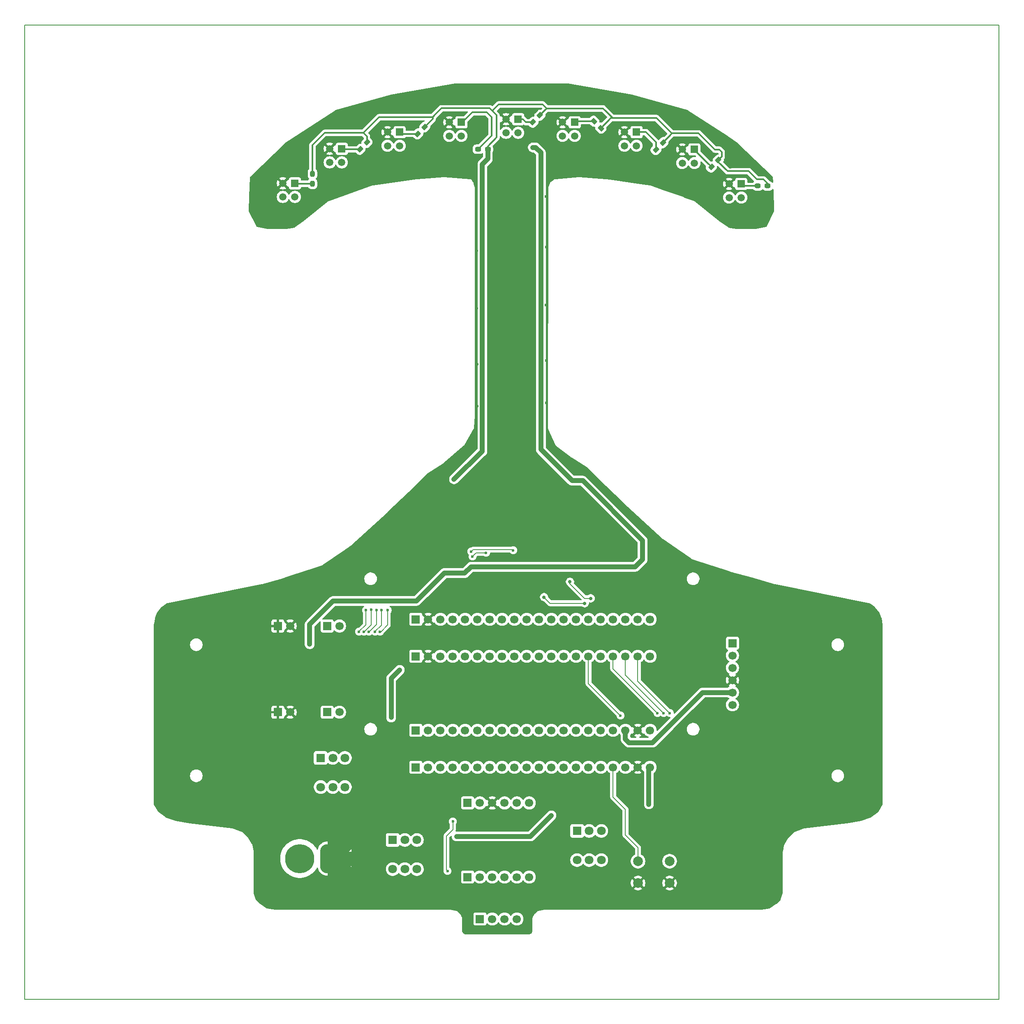
<source format=gbr>
%TF.GenerationSoftware,KiCad,Pcbnew,9.0.2*%
%TF.CreationDate,2025-06-19T21:36:48+05:30*%
%TF.ProjectId,line_follower,6c696e65-5f66-46f6-9c6c-6f7765722e6b,rev?*%
%TF.SameCoordinates,Original*%
%TF.FileFunction,Copper,L2,Bot*%
%TF.FilePolarity,Positive*%
%FSLAX46Y46*%
G04 Gerber Fmt 4.6, Leading zero omitted, Abs format (unit mm)*
G04 Created by KiCad (PCBNEW 9.0.2) date 2025-06-19 21:36:48*
%MOMM*%
%LPD*%
G01*
G04 APERTURE LIST*
G04 Aperture macros list*
%AMRoundRect*
0 Rectangle with rounded corners*
0 $1 Rounding radius*
0 $2 $3 $4 $5 $6 $7 $8 $9 X,Y pos of 4 corners*
0 Add a 4 corners polygon primitive as box body*
4,1,4,$2,$3,$4,$5,$6,$7,$8,$9,$2,$3,0*
0 Add four circle primitives for the rounded corners*
1,1,$1+$1,$2,$3*
1,1,$1+$1,$4,$5*
1,1,$1+$1,$6,$7*
1,1,$1+$1,$8,$9*
0 Add four rect primitives between the rounded corners*
20,1,$1+$1,$2,$3,$4,$5,0*
20,1,$1+$1,$4,$5,$6,$7,0*
20,1,$1+$1,$6,$7,$8,$9,0*
20,1,$1+$1,$8,$9,$2,$3,0*%
G04 Aperture macros list end*
%TA.AperFunction,NonConductor*%
%ADD10C,0.200000*%
%TD*%
%TA.AperFunction,ComponentPad*%
%ADD11R,1.700000X1.700000*%
%TD*%
%TA.AperFunction,ComponentPad*%
%ADD12C,1.700000*%
%TD*%
%TA.AperFunction,ComponentPad*%
%ADD13R,1.800000X1.800000*%
%TD*%
%TA.AperFunction,ComponentPad*%
%ADD14C,1.800000*%
%TD*%
%TA.AperFunction,ComponentPad*%
%ADD15RoundRect,1.500000X1.500000X1.500000X-1.500000X1.500000X-1.500000X-1.500000X1.500000X-1.500000X0*%
%TD*%
%TA.AperFunction,ComponentPad*%
%ADD16C,6.000000*%
%TD*%
%TA.AperFunction,ComponentPad*%
%ADD17C,2.000000*%
%TD*%
%TA.AperFunction,SMDPad,CuDef*%
%ADD18RoundRect,0.237500X0.350000X0.237500X-0.350000X0.237500X-0.350000X-0.237500X0.350000X-0.237500X0*%
%TD*%
%TA.AperFunction,SMDPad,CuDef*%
%ADD19RoundRect,0.237500X0.079550X0.415425X-0.415425X-0.079550X-0.079550X-0.415425X0.415425X0.079550X0*%
%TD*%
%TA.AperFunction,ComponentPad*%
%ADD20R,1.500000X1.500000*%
%TD*%
%TA.AperFunction,ComponentPad*%
%ADD21C,1.500000*%
%TD*%
%TA.AperFunction,SMDPad,CuDef*%
%ADD22RoundRect,0.237500X0.415425X-0.079550X-0.079550X0.415425X-0.415425X0.079550X0.079550X-0.415425X0*%
%TD*%
%TA.AperFunction,SMDPad,CuDef*%
%ADD23RoundRect,0.237500X-0.237500X0.350000X-0.237500X-0.350000X0.237500X-0.350000X0.237500X0.350000X0*%
%TD*%
%TA.AperFunction,ViaPad*%
%ADD24C,0.600000*%
%TD*%
%TA.AperFunction,ViaPad*%
%ADD25C,0.700000*%
%TD*%
%TA.AperFunction,Conductor*%
%ADD26C,0.300000*%
%TD*%
%TA.AperFunction,Conductor*%
%ADD27C,3.000000*%
%TD*%
%TA.AperFunction,Conductor*%
%ADD28C,1.000000*%
%TD*%
%TA.AperFunction,Conductor*%
%ADD29C,0.200000*%
%TD*%
G04 APERTURE END LIST*
D10*
X35560000Y-53340000D02*
X236220000Y-53340000D01*
X236220000Y-254000000D01*
X35560000Y-254000000D01*
X35560000Y-53340000D01*
D11*
%TO.P,J10,1,Pin_1*%
%TO.N,/PB12*%
X116078000Y-206248000D03*
D12*
%TO.P,J10,2,Pin_2*%
%TO.N,/PB13*%
X118618000Y-206248000D03*
%TO.P,J10,3,Pin_3*%
%TO.N,/PB14*%
X121158000Y-206248000D03*
%TO.P,J10,4,Pin_4*%
%TO.N,/EEP*%
X123698000Y-206248000D03*
%TO.P,J10,5,Pin_5*%
%TO.N,/IN1*%
X126238000Y-206248000D03*
%TO.P,J10,6,Pin_6*%
%TO.N,/IN2*%
X128778000Y-206248000D03*
%TO.P,J10,7,Pin_7*%
%TO.N,/IN3*%
X131318000Y-206248000D03*
%TO.P,J10,8,Pin_8*%
%TO.N,/IN4*%
X133858000Y-206248000D03*
%TO.P,J10,9,Pin_9*%
%TO.N,/PA12*%
X136398000Y-206248000D03*
%TO.P,J10,10,Pin_10*%
%TO.N,/PA15*%
X138938000Y-206248000D03*
%TO.P,J10,11,Pin_11*%
%TO.N,/PB3*%
X141478000Y-206248000D03*
%TO.P,J10,12,Pin_12*%
%TO.N,/PB4*%
X144018000Y-206248000D03*
%TO.P,J10,13,Pin_13*%
%TO.N,/PB5*%
X146558000Y-206248000D03*
%TO.P,J10,14,Pin_14*%
%TO.N,/PB6*%
X149098000Y-206248000D03*
%TO.P,J10,15,Pin_15*%
%TO.N,/PB7*%
X151638000Y-206248000D03*
%TO.P,J10,16,Pin_16*%
%TO.N,/EN*%
X154178000Y-206248000D03*
%TO.P,J10,17,Pin_17*%
%TO.N,/PB9*%
X156718000Y-206248000D03*
%TO.P,J10,18,Pin_18*%
%TO.N,/5V_STM*%
X159258000Y-206248000D03*
%TO.P,J10,19,Pin_19*%
%TO.N,GND*%
X161798000Y-206248000D03*
%TO.P,J10,20,Pin_20*%
%TO.N,/3.3V_STM_1*%
X164338000Y-206248000D03*
%TD*%
D13*
%TO.P,SW4,1,A*%
%TO.N,unconnected-(SW4-A-Pad1)*%
X111318700Y-221207100D03*
D14*
%TO.P,SW4,2,B*%
%TO.N,BAT+*%
X113818700Y-221207100D03*
%TO.P,SW4,3,C*%
%TO.N,/VCC_DRV*%
X116318700Y-221207100D03*
%TO.P,SW4,4,A*%
%TO.N,unconnected-(SW4-A-Pad4)*%
X111318700Y-227207100D03*
%TO.P,SW4,5,B*%
%TO.N,BAT+*%
X113818700Y-227207100D03*
%TO.P,SW4,6,C*%
%TO.N,/VCC_DRV*%
X116318700Y-227207100D03*
%TD*%
D11*
%TO.P,J6,1,Pin_1*%
%TO.N,/BUCK_IN*%
X97820000Y-194900000D03*
D12*
%TO.P,J6,2,Pin_2*%
X100360000Y-194900000D03*
%TD*%
D11*
%TO.P,J13,1,Pin_1*%
%TO.N,/OUT1*%
X129286000Y-237490000D03*
D12*
%TO.P,J13,2,Pin_2*%
%TO.N,/OUT2*%
X131826000Y-237490000D03*
%TO.P,J13,3,Pin_3*%
%TO.N,/OUT3*%
X134366000Y-237490000D03*
%TO.P,J13,4,Pin_4*%
%TO.N,/OUT4*%
X136906000Y-237490000D03*
%TD*%
D11*
%TO.P,J12,1,Pin_1*%
%TO.N,GND*%
X87660000Y-194900000D03*
D12*
%TO.P,J12,2,Pin_2*%
X90200000Y-194900000D03*
%TD*%
D11*
%TO.P,J9,1,Pin_1*%
%TO.N,GND*%
X87660000Y-177145000D03*
D12*
%TO.P,J9,2,Pin_2*%
X90200000Y-177145000D03*
%TD*%
D13*
%TO.P,SW1,1,A*%
%TO.N,unconnected-(SW1-A-Pad1)*%
X96476700Y-204316100D03*
D14*
%TO.P,SW1,2,B*%
%TO.N,/FUSE_OUT *%
X98976700Y-204316100D03*
%TO.P,SW1,3,C*%
%TO.N,/BUCK_IN*%
X101476700Y-204316100D03*
%TO.P,SW1,4,A*%
%TO.N,unconnected-(SW1-A-Pad4)*%
X96476700Y-210316100D03*
%TO.P,SW1,5,B*%
%TO.N,/FUSE_OUT *%
X98976700Y-210316100D03*
%TO.P,SW1,6,C*%
%TO.N,/BUCK_IN*%
X101476700Y-210316100D03*
%TD*%
D11*
%TO.P,J11,1,Pin_1*%
%TO.N,/5V_STM*%
X116078000Y-175768000D03*
D12*
%TO.P,J11,2,Pin_2*%
%TO.N,GND*%
X118618000Y-175768000D03*
%TO.P,J11,3,Pin_3*%
%TO.N,/3.3V_STM*%
X121158000Y-175768000D03*
%TO.P,J11,4,Pin_4*%
%TO.N,/PB10*%
X123698000Y-175768000D03*
%TO.P,J11,5,Pin_5*%
%TO.N,/PB2*%
X126238000Y-175768000D03*
%TO.P,J11,6,Pin_6*%
%TO.N,/PB1*%
X128778000Y-175768000D03*
%TO.P,J11,7,Pin_7*%
%TO.N,/PB0*%
X131318000Y-175768000D03*
%TO.P,J11,8,Pin_8*%
%TO.N,/PA7*%
X133858000Y-175768000D03*
%TO.P,J11,9,Pin_9*%
%TO.N,/PA6*%
X136398000Y-175768000D03*
%TO.P,J11,10,Pin_10*%
%TO.N,/PA5*%
X138938000Y-175768000D03*
%TO.P,J11,11,Pin_11*%
%TO.N,/PA4*%
X141478000Y-175768000D03*
%TO.P,J11,12,Pin_12*%
%TO.N,/PA3*%
X144018000Y-175768000D03*
%TO.P,J11,13,Pin_13*%
%TO.N,/PA2*%
X146558000Y-175768000D03*
%TO.P,J11,14,Pin_14*%
%TO.N,/PA1*%
X149098000Y-175768000D03*
%TO.P,J11,15,Pin_15*%
%TO.N,/CALIB*%
X151638000Y-175768000D03*
%TO.P,J11,16,Pin_16*%
%TO.N,/NRST*%
X154178000Y-175768000D03*
%TO.P,J11,17,Pin_17*%
%TO.N,/PC15*%
X156718000Y-175768000D03*
%TO.P,J11,18,Pin_18*%
%TO.N,/PC14*%
X159258000Y-175768000D03*
%TO.P,J11,19,Pin_19*%
%TO.N,/LEFT*%
X161798000Y-175768000D03*
%TO.P,J11,20,Pin_20*%
%TO.N,/VBAT_STM*%
X164338000Y-175768000D03*
%TD*%
D15*
%TO.P,J5,1*%
%TO.N,GND*%
X99358000Y-225044000D03*
D16*
%TO.P,J5,2*%
%TO.N,BAT+*%
X92158000Y-225044000D03*
%TD*%
D11*
%TO.P,J7,1,Pin_1*%
%TO.N,/5V_STM*%
X97820000Y-177145000D03*
D12*
%TO.P,J7,2,Pin_2*%
X100360000Y-177145000D03*
%TD*%
D11*
%TO.P,J3,1,Pin_1*%
%TO.N,/EEP*%
X126746000Y-228854000D03*
D12*
%TO.P,J3,2,Pin_2*%
%TO.N,/OUT1*%
X129286000Y-228854000D03*
%TO.P,J3,3,Pin_3*%
%TO.N,/OUT2*%
X131826000Y-228854000D03*
%TO.P,J3,4,Pin_4*%
%TO.N,/OUT3*%
X134366000Y-228854000D03*
%TO.P,J3,5,Pin_5*%
%TO.N,/OUT4*%
X136906000Y-228854000D03*
%TO.P,J3,6,Pin_6*%
%TO.N,/ULT*%
X139446000Y-228854000D03*
%TD*%
D17*
%TO.P,SW5,1,1*%
%TO.N,GND*%
X168350000Y-230088000D03*
X161850000Y-230088000D03*
%TO.P,SW5,2,2*%
%TO.N,/PB9*%
X168350000Y-225588000D03*
X161850000Y-225588000D03*
%TD*%
D11*
%TO.P,J4,1,Pin_1*%
%TO.N,/IN1*%
X126746000Y-213589000D03*
D12*
%TO.P,J4,2,Pin_2*%
%TO.N,/IN2*%
X129286000Y-213589000D03*
%TO.P,J4,3,Pin_3*%
%TO.N,GND*%
X131826000Y-213589000D03*
%TO.P,J4,4,Pin_4*%
%TO.N,/VCC_DRV*%
X134366000Y-213589000D03*
%TO.P,J4,5,Pin_5*%
%TO.N,/IN3*%
X136906000Y-213589000D03*
%TO.P,J4,6,Pin_6*%
%TO.N,/IN4*%
X139446000Y-213589000D03*
%TD*%
D11*
%TO.P,J2,1,Pin_1*%
%TO.N,/PB12*%
X116078000Y-198628000D03*
D12*
%TO.P,J2,2,Pin_2*%
%TO.N,/PB13*%
X118618000Y-198628000D03*
%TO.P,J2,3,Pin_3*%
%TO.N,/PB14*%
X121158000Y-198628000D03*
%TO.P,J2,4,Pin_4*%
%TO.N,/EEP*%
X123698000Y-198628000D03*
%TO.P,J2,5,Pin_5*%
%TO.N,/IN1*%
X126238000Y-198628000D03*
%TO.P,J2,6,Pin_6*%
%TO.N,/IN2*%
X128778000Y-198628000D03*
%TO.P,J2,7,Pin_7*%
%TO.N,/IN3*%
X131318000Y-198628000D03*
%TO.P,J2,8,Pin_8*%
%TO.N,/IN4*%
X133858000Y-198628000D03*
%TO.P,J2,9,Pin_9*%
%TO.N,/PA12*%
X136398000Y-198628000D03*
%TO.P,J2,10,Pin_10*%
%TO.N,/PA15*%
X138938000Y-198628000D03*
%TO.P,J2,11,Pin_11*%
%TO.N,/PB3*%
X141478000Y-198628000D03*
%TO.P,J2,12,Pin_12*%
%TO.N,/PB4*%
X144018000Y-198628000D03*
%TO.P,J2,13,Pin_13*%
%TO.N,/PB5*%
X146558000Y-198628000D03*
%TO.P,J2,14,Pin_14*%
%TO.N,/PB6*%
X149098000Y-198628000D03*
%TO.P,J2,15,Pin_15*%
%TO.N,/PB7*%
X151638000Y-198628000D03*
%TO.P,J2,16,Pin_16*%
%TO.N,/EN*%
X154178000Y-198628000D03*
%TO.P,J2,17,Pin_17*%
%TO.N,/PB9*%
X156718000Y-198628000D03*
%TO.P,J2,18,Pin_18*%
%TO.N,/5V_STM*%
X159258000Y-198628000D03*
%TO.P,J2,19,Pin_19*%
%TO.N,GND*%
X161798000Y-198628000D03*
%TO.P,J2,20,Pin_20*%
%TO.N,/3.3V_STM_1*%
X164338000Y-198628000D03*
%TD*%
D13*
%TO.P,SW3,1,A*%
%TO.N,unconnected-(SW3-A-Pad1)*%
X149293000Y-219352900D03*
D14*
%TO.P,SW3,2,B*%
%TO.N,/CALIB*%
X151793000Y-219352900D03*
%TO.P,SW3,3,C*%
%TO.N,/3.3V_STM_1*%
X154293000Y-219352900D03*
%TO.P,SW3,4,A*%
%TO.N,unconnected-(SW3-A-Pad4)*%
X149293000Y-225352900D03*
%TO.P,SW3,5,B*%
%TO.N,/CALIB*%
X151793000Y-225352900D03*
%TO.P,SW3,6,C*%
%TO.N,/3.3V_STM_1*%
X154293000Y-225352900D03*
%TD*%
D11*
%TO.P,J1,1,Pin_1*%
%TO.N,/5V_STM*%
X116078000Y-183388000D03*
D12*
%TO.P,J1,2,Pin_2*%
%TO.N,GND*%
X118618000Y-183388000D03*
%TO.P,J1,3,Pin_3*%
%TO.N,/3.3V_STM*%
X121158000Y-183388000D03*
%TO.P,J1,4,Pin_4*%
%TO.N,/PB10*%
X123698000Y-183388000D03*
%TO.P,J1,5,Pin_5*%
%TO.N,/PB2*%
X126238000Y-183388000D03*
%TO.P,J1,6,Pin_6*%
%TO.N,/PB1*%
X128778000Y-183388000D03*
%TO.P,J1,7,Pin_7*%
%TO.N,/PB0*%
X131318000Y-183388000D03*
%TO.P,J1,8,Pin_8*%
%TO.N,/PA7*%
X133858000Y-183388000D03*
%TO.P,J1,9,Pin_9*%
%TO.N,/PA6*%
X136398000Y-183388000D03*
%TO.P,J1,10,Pin_10*%
%TO.N,/PA5*%
X138938000Y-183388000D03*
%TO.P,J1,11,Pin_11*%
%TO.N,/PA4*%
X141478000Y-183388000D03*
%TO.P,J1,12,Pin_12*%
%TO.N,/PA3*%
X144018000Y-183388000D03*
%TO.P,J1,13,Pin_13*%
%TO.N,/PA2*%
X146558000Y-183388000D03*
%TO.P,J1,14,Pin_14*%
%TO.N,/PA1*%
X149098000Y-183388000D03*
%TO.P,J1,15,Pin_15*%
%TO.N,/CALIB*%
X151638000Y-183388000D03*
%TO.P,J1,16,Pin_16*%
%TO.N,/NRST*%
X154178000Y-183388000D03*
%TO.P,J1,17,Pin_17*%
%TO.N,/PC15*%
X156718000Y-183388000D03*
%TO.P,J1,18,Pin_18*%
%TO.N,/PC14*%
X159258000Y-183388000D03*
%TO.P,J1,19,Pin_19*%
%TO.N,/LEFT*%
X161798000Y-183388000D03*
%TO.P,J1,20,Pin_20*%
%TO.N,/VBAT_STM*%
X164338000Y-183388000D03*
%TD*%
D11*
%TO.P,J8,1,Pin_1*%
%TO.N,/PB5*%
X181300000Y-180680000D03*
D12*
%TO.P,J8,2,Pin_2*%
%TO.N,/PB6*%
X181300000Y-183220000D03*
%TO.P,J8,3,Pin_3*%
%TO.N,/PB7*%
X181300000Y-185760000D03*
%TO.P,J8,4,Pin_4*%
%TO.N,GND*%
X181300000Y-188300000D03*
%TO.P,J8,5,Pin_5*%
%TO.N,/5V_STM*%
X181300000Y-190840000D03*
%TO.P,J8,6,Pin_6*%
%TO.N,/EN*%
X181300000Y-193380000D03*
%TD*%
D18*
%TO.P,R10,1*%
%TO.N,/5V_STM*%
X188540700Y-86512400D03*
%TO.P,R10,2*%
%TO.N,/RPR_ANO_9*%
X186515700Y-86512400D03*
%TD*%
D19*
%TO.P,R9,1*%
%TO.N,/5V_STM*%
X178388946Y-81173654D03*
%TO.P,R9,2*%
%TO.N,/RPR_ANO_8*%
X176957054Y-82605546D03*
%TD*%
D20*
%TO.P,A6,1*%
%TO.N,/RPR_ANO_4*%
X125476000Y-73400000D03*
D21*
%TO.P,A6,2*%
%TO.N,GND*%
X122976000Y-73400000D03*
%TO.P,A6,3*%
%TO.N,/PA6*%
X122976000Y-76200000D03*
%TO.P,A6,4*%
%TO.N,/3.3V_LDO*%
X125476000Y-76200000D03*
%TD*%
D20*
%TO.P,A7,1*%
%TO.N,/RPR_ANO_3*%
X112756000Y-75432000D03*
D21*
%TO.P,A7,2*%
%TO.N,GND*%
X110256000Y-75432000D03*
%TO.P,A7,3*%
%TO.N,/PA7*%
X110256000Y-78232000D03*
%TO.P,A7,4*%
%TO.N,/3.3V_LDO*%
X112756000Y-78232000D03*
%TD*%
D19*
%TO.P,R6,1*%
%TO.N,/5V_STM*%
X141635146Y-71953454D03*
%TO.P,R6,2*%
%TO.N,/RPR_ANO_5*%
X140203254Y-73385346D03*
%TD*%
D20*
%TO.P,A8,1*%
%TO.N,/RPR_ANO_2*%
X100838000Y-78858000D03*
D21*
%TO.P,A8,2*%
%TO.N,GND*%
X98338000Y-78858000D03*
%TO.P,A8,3*%
%TO.N,/PB0*%
X98338000Y-81658000D03*
%TO.P,A8,4*%
%TO.N,/3.3V_LDO*%
X100838000Y-81658000D03*
%TD*%
D20*
%TO.P,A4,1*%
%TO.N,/RPR_ANO_6*%
X148804000Y-73400000D03*
D21*
%TO.P,A4,2*%
%TO.N,GND*%
X146304000Y-73400000D03*
%TO.P,A4,3*%
%TO.N,/PA4*%
X146304000Y-76200000D03*
%TO.P,A4,4*%
%TO.N,/3.3V_LDO*%
X148804000Y-76200000D03*
%TD*%
D19*
%TO.P,R3,1*%
%TO.N,/5V_STM*%
X106024346Y-77541454D03*
%TO.P,R3,2*%
%TO.N,/RPR_ANO_2*%
X104592454Y-78973346D03*
%TD*%
D20*
%TO.P,A2,1*%
%TO.N,/RPR_ANO_8*%
X173462000Y-78991000D03*
D21*
%TO.P,A2,2*%
%TO.N,GND*%
X170962000Y-78991000D03*
%TO.P,A2,3*%
%TO.N,/PA2*%
X170962000Y-81791000D03*
%TO.P,A2,4*%
%TO.N,/3.3V_LDO*%
X173462000Y-81791000D03*
%TD*%
D20*
%TO.P,A1,1*%
%TO.N,/RPR_ANO_9*%
X183114000Y-86103000D03*
D21*
%TO.P,A1,2*%
%TO.N,GND*%
X180614000Y-86103000D03*
%TO.P,A1,3*%
%TO.N,/PA1*%
X180614000Y-88903000D03*
%TO.P,A1,4*%
%TO.N,/3.3V_LDO*%
X183114000Y-88903000D03*
%TD*%
D20*
%TO.P,A9,1*%
%TO.N,/RPR_ANO_1*%
X91186000Y-85970000D03*
D21*
%TO.P,A9,2*%
%TO.N,GND*%
X88686000Y-85970000D03*
%TO.P,A9,3*%
%TO.N,/PB1*%
X88686000Y-88770000D03*
%TO.P,A9,4*%
%TO.N,/3.3V_LDO*%
X91186000Y-88770000D03*
%TD*%
D22*
%TO.P,R7,1*%
%TO.N,/5V_STM*%
X154182746Y-74604546D03*
%TO.P,R7,2*%
%TO.N,/RPR_ANO_6*%
X152750854Y-73172654D03*
%TD*%
D23*
%TO.P,R2,1*%
%TO.N,/5V_STM*%
X94792800Y-84026700D03*
%TO.P,R2,2*%
%TO.N,/RPR_ANO_1*%
X94792800Y-86051700D03*
%TD*%
D18*
%TO.P,R5,1*%
%TO.N,/5V_STM*%
X130908100Y-78943200D03*
%TO.P,R5,2*%
%TO.N,/RPR_ANO_4*%
X128883100Y-78943200D03*
%TD*%
D19*
%TO.P,R8,1*%
%TO.N,/5V_STM*%
X166984346Y-77592254D03*
%TO.P,R8,2*%
%TO.N,/RPR_ANO_7*%
X165552454Y-79024146D03*
%TD*%
%TO.P,R4,1*%
%TO.N,/5V_STM*%
X117911546Y-74366454D03*
%TO.P,R4,2*%
%TO.N,/RPR_ANO_3*%
X116479654Y-75798346D03*
%TD*%
D20*
%TO.P,A3,1*%
%TO.N,/RPR_ANO_7*%
X161544000Y-75432000D03*
D21*
%TO.P,A3,2*%
%TO.N,GND*%
X159044000Y-75432000D03*
%TO.P,A3,3*%
%TO.N,/PA3*%
X159044000Y-78232000D03*
%TO.P,A3,4*%
%TO.N,/3.3V_LDO*%
X161544000Y-78232000D03*
%TD*%
D20*
%TO.P,A5,1*%
%TO.N,/RPR_ANO_5*%
X137160000Y-72768000D03*
D21*
%TO.P,A5,2*%
%TO.N,GND*%
X134660000Y-72768000D03*
%TO.P,A5,3*%
%TO.N,/PA5*%
X134660000Y-75568000D03*
%TO.P,A5,4*%
%TO.N,/3.3V_LDO*%
X137160000Y-75568000D03*
%TD*%
D24*
%TO.N,GND*%
X142875000Y-88722200D03*
X178553000Y-223266000D03*
X156489400Y-67564000D03*
X171958000Y-87477600D03*
X146558000Y-153797000D03*
X120599200Y-145440400D03*
X140716000Y-144500600D03*
X100025200Y-163830000D03*
X120500000Y-220000000D03*
X123000000Y-171500000D03*
X142646400Y-189331600D03*
X130048000Y-152806400D03*
X141173200Y-166751000D03*
X126200000Y-171400000D03*
X128689000Y-111734600D03*
X114147600Y-215341200D03*
X140690600Y-147726400D03*
X165836600Y-70002400D03*
X210845400Y-185597800D03*
X142900400Y-233756200D03*
X181000400Y-176123600D03*
X166116000Y-74777600D03*
X130048000Y-148463000D03*
X123393200Y-152654000D03*
X178527600Y-207670400D03*
X126974600Y-239979200D03*
X141300200Y-169291000D03*
X169341800Y-84582000D03*
X90700000Y-234100000D03*
X189509400Y-90093800D03*
X182880000Y-219710000D03*
X129997200Y-169113200D03*
X192278000Y-181610000D03*
X180086000Y-77216000D03*
X144881600Y-69494400D03*
X79629000Y-203987400D03*
X119049800Y-153644600D03*
X125476000Y-157353000D03*
X195580000Y-217373200D03*
X173761400Y-72669400D03*
X117119400Y-157124400D03*
X106934000Y-158216600D03*
X144272000Y-148361400D03*
X176123600Y-80289400D03*
X146456400Y-150596600D03*
X137744200Y-65786000D03*
X187096400Y-83718400D03*
X85318600Y-229412800D03*
X80391000Y-171145200D03*
X80289400Y-216763600D03*
X137718800Y-171805600D03*
X147548600Y-65963800D03*
X124900000Y-168500000D03*
X210007200Y-174828200D03*
X138379200Y-148666200D03*
X178714400Y-233578400D03*
X183896000Y-208534000D03*
X105300000Y-207060800D03*
X128117600Y-75082400D03*
X130098800Y-146075400D03*
X145948400Y-190144400D03*
X158750000Y-225298000D03*
X177393600Y-85852000D03*
X157200600Y-71348600D03*
X85648800Y-82016600D03*
X87096600Y-91389200D03*
X82500000Y-210500000D03*
X91084400Y-76835000D03*
X130048000Y-151053800D03*
X142925800Y-131216400D03*
X210845400Y-195351400D03*
X84100000Y-188900000D03*
X136677400Y-156311600D03*
X103500000Y-234400000D03*
X145415000Y-211201000D03*
X131140200Y-155727400D03*
X160985200Y-81737200D03*
X91109800Y-173888400D03*
X203403200Y-216611200D03*
X100829400Y-185660200D03*
X85979000Y-94767400D03*
X119329200Y-210261200D03*
X122580400Y-156184600D03*
X128574800Y-89382600D03*
X139242800Y-153187400D03*
X98856800Y-74625200D03*
X190220600Y-212699600D03*
X98958400Y-71755000D03*
X148564600Y-152400000D03*
X140538200Y-172212000D03*
X140233400Y-150495000D03*
X121437400Y-69469000D03*
D25*
X161518600Y-209194400D03*
D24*
X188366400Y-175920400D03*
X82321400Y-181813200D03*
X178028600Y-92100400D03*
X127609600Y-66014600D03*
X138176000Y-169062400D03*
X116179600Y-160985200D03*
X84734400Y-84429600D03*
X107797600Y-211556600D03*
X130098800Y-143332200D03*
X185100000Y-189600000D03*
X114376200Y-82550000D03*
X130200400Y-189763400D03*
X159054800Y-158445200D03*
X163779200Y-158064200D03*
X178900000Y-166700000D03*
X195199000Y-201574400D03*
X210820000Y-208635600D03*
X150418800Y-154228800D03*
X132410200Y-80949800D03*
X142900400Y-111074200D03*
X119176800Y-78028800D03*
X133248400Y-187452000D03*
X81900000Y-198400000D03*
D25*
X128400000Y-217700000D03*
D24*
X143433800Y-137744200D03*
X87799200Y-186803200D03*
X125399800Y-149402800D03*
X183134000Y-213614000D03*
X128295400Y-187553600D03*
X144526000Y-226745800D03*
X138480800Y-188595000D03*
X129971800Y-172085000D03*
X138760200Y-166522400D03*
X179349400Y-227203000D03*
X82296000Y-85420200D03*
X138049000Y-217652600D03*
X208203800Y-214909400D03*
X142240000Y-156540200D03*
X152679400Y-209143600D03*
X143002000Y-99136200D03*
X184353200Y-168808400D03*
X184835800Y-181686200D03*
X89103200Y-83159600D03*
X85166200Y-222250000D03*
X142113000Y-152247600D03*
X138226800Y-80924400D03*
X156159200Y-150317200D03*
X184785000Y-195300600D03*
X196240400Y-171678600D03*
X132842000Y-68910200D03*
X183794400Y-94386400D03*
X144068800Y-154457400D03*
X107086400Y-81229200D03*
X126923800Y-152349200D03*
X127101600Y-81026000D03*
X188010800Y-232740200D03*
X178553000Y-212344000D03*
X86401250Y-200247500D03*
X154508200Y-233603800D03*
X113800000Y-234300000D03*
X187198000Y-200964800D03*
X174244000Y-179832000D03*
X163779200Y-85420200D03*
X131089400Y-156870400D03*
X112522000Y-181127400D03*
X188366400Y-188010800D03*
X102489000Y-85623400D03*
X147523200Y-143230600D03*
X165735000Y-220040200D03*
X120200000Y-171500000D03*
X129209800Y-154914600D03*
X132562600Y-240233200D03*
X137769600Y-224434400D03*
X128752600Y-123266200D03*
X140970000Y-154914600D03*
X188137800Y-88290400D03*
X148717000Y-209219800D03*
X169189400Y-74041000D03*
X149301200Y-191211200D03*
X128727200Y-131876800D03*
X180924200Y-82651600D03*
X109804200Y-71374000D03*
X133096000Y-169392600D03*
X122400000Y-234300000D03*
D25*
X99229200Y-183704400D03*
D24*
X144348200Y-151485600D03*
X143179800Y-214249000D03*
X155727400Y-209143600D03*
X142290800Y-149479000D03*
X127203200Y-139700000D03*
X147701000Y-155498800D03*
X82651600Y-92430600D03*
X83870800Y-175006000D03*
X166700200Y-233654600D03*
X96900000Y-200600000D03*
X191236600Y-195732400D03*
X107391200Y-69113400D03*
X117475000Y-68122800D03*
X195376800Y-188366400D03*
X142748000Y-146659600D03*
X127330200Y-194741800D03*
X142925800Y-122478800D03*
X121700000Y-168400000D03*
X126923800Y-191998600D03*
X147853400Y-157200600D03*
X154203400Y-78333600D03*
X140106400Y-75539600D03*
X130479800Y-194030600D03*
X119913400Y-157911800D03*
X151841200Y-74930000D03*
X194513200Y-209778600D03*
X149656800Y-79679800D03*
X89992200Y-168249600D03*
X188595000Y-225221800D03*
X175285400Y-173024800D03*
X137541000Y-151485600D03*
X178562000Y-214884000D03*
X138531600Y-240106200D03*
X128625600Y-99822000D03*
X114960400Y-150850600D03*
X153390600Y-157505400D03*
X80543400Y-192659000D03*
X132816600Y-78155800D03*
X130987800Y-166700200D03*
X132740400Y-172135800D03*
X132181600Y-224586800D03*
D25*
%TO.N,/5V_STM*%
X144018000Y-216154000D03*
X111000000Y-196000000D03*
X124472000Y-220472000D03*
X112776000Y-186182000D03*
X123952000Y-146939000D03*
D24*
%TO.N,Net-(D2-A)*%
X105800000Y-173900000D03*
X104394000Y-178308000D03*
%TO.N,Net-(D3-A)*%
X106900000Y-173800000D03*
X105410000Y-178308000D03*
%TO.N,Net-(D4-A)*%
X108000000Y-173900000D03*
X106426000Y-178308000D03*
D25*
%TO.N,Net-(D5-A)*%
X150876000Y-172466000D03*
X142494000Y-171196000D03*
%TO.N,Net-(D6-A)*%
X147828000Y-168046400D03*
X152095200Y-171450000D03*
D24*
%TO.N,Net-(D9-A)*%
X130556000Y-162052000D03*
X127762000Y-162814000D03*
X110300000Y-173900000D03*
X108712000Y-178308000D03*
%TO.N,Net-(D10-A)*%
X107696000Y-178308000D03*
X127508000Y-161798000D03*
X109000000Y-173900000D03*
X136144000Y-161544000D03*
%TO.N,/LEFT*%
X168402000Y-195072000D03*
%TO.N,/PC14*%
X167132000Y-195072000D03*
%TO.N,/CALIB*%
X158242000Y-195580000D03*
%TO.N,/PC15*%
X165862000Y-195072000D03*
%TO.N,/EEP*%
X122600000Y-227600000D03*
X123700000Y-217400000D03*
D25*
%TO.N,/3.3V_LDO*%
X94200000Y-180900000D03*
D24*
X140181100Y-78589100D03*
%TO.N,/3.3V_STM_1*%
X164084000Y-213868000D03*
%TD*%
D26*
%TO.N,/RPR_ANO_1*%
X91267700Y-86051700D02*
X91186000Y-85970000D01*
X94792800Y-86051700D02*
X91267700Y-86051700D01*
D27*
%TO.N,GND*%
X99358000Y-225044000D02*
X99358000Y-224415800D01*
X99358000Y-225044000D02*
X104267000Y-225044000D01*
X99358000Y-219195200D02*
X99358000Y-225044000D01*
X99358000Y-225392800D02*
X103784400Y-229819200D01*
X99358000Y-225044000D02*
X99358000Y-225392800D01*
X99358000Y-231197600D02*
X99358000Y-225044000D01*
X99358000Y-224415800D02*
X103073200Y-220700600D01*
X99358000Y-219195200D02*
X99339400Y-219176600D01*
X104267000Y-225044000D02*
X104292400Y-225018600D01*
X99358000Y-231197600D02*
X99263200Y-231292400D01*
D26*
%TO.N,/5V_STM*%
X178388946Y-81173654D02*
X178388946Y-81148254D01*
D28*
X164832000Y-201168000D02*
X172452000Y-193548000D01*
D26*
X132715000Y-76530200D02*
X130908100Y-78337100D01*
D28*
X172466000Y-193548000D02*
X175174000Y-190840000D01*
D26*
X108508800Y-72339200D02*
X119557800Y-72339200D01*
X178612800Y-79044800D02*
X179095400Y-79527400D01*
X119938800Y-71958200D02*
X121386600Y-70510400D01*
X131953000Y-71196200D02*
X132715000Y-71958200D01*
X131953000Y-70891400D02*
X133121400Y-69723000D01*
X107492800Y-73355200D02*
X108508800Y-72339200D01*
X131953000Y-71196200D02*
X131953000Y-70891400D01*
X179095400Y-80467200D02*
X178388946Y-81173654D01*
X168808400Y-75666600D02*
X169011600Y-75666600D01*
D28*
X160020000Y-201168000D02*
X164832000Y-201168000D01*
X159258000Y-200406000D02*
X160020000Y-201168000D01*
D26*
X130908100Y-78337100D02*
X130908100Y-78943200D01*
X184607200Y-83464400D02*
X186309000Y-85166200D01*
X119557800Y-72720200D02*
X119557800Y-72339200D01*
D28*
X175174000Y-190840000D02*
X181300000Y-190840000D01*
D26*
X187706000Y-85166200D02*
X187706000Y-85169700D01*
X94792800Y-84026700D02*
X94792800Y-78079600D01*
X156270292Y-72517000D02*
X156641800Y-72517000D01*
X180263800Y-83464400D02*
X184607200Y-83464400D01*
X97307400Y-75565000D02*
X105283000Y-75565000D01*
X133121400Y-69723000D02*
X142240000Y-69723000D01*
X186309000Y-85166200D02*
X187706000Y-85166200D01*
D28*
X111000000Y-187958000D02*
X111000000Y-196000000D01*
D26*
X154686000Y-70561200D02*
X156641800Y-72517000D01*
X143027400Y-70561200D02*
X143078200Y-70561200D01*
D28*
X130908100Y-80927900D02*
X130908100Y-78943200D01*
D26*
X106024346Y-77541454D02*
X106024346Y-76306346D01*
D28*
X159258000Y-198628000D02*
X159258000Y-200406000D01*
D26*
X94792800Y-78079600D02*
X97307400Y-75565000D01*
X174320200Y-75666600D02*
X177698400Y-79044800D01*
X143078200Y-70561200D02*
X144602200Y-70561200D01*
X187706000Y-85169700D02*
X188540700Y-86004400D01*
D28*
X172452000Y-193548000D02*
X172466000Y-193548000D01*
D26*
X157403800Y-72517000D02*
X165658800Y-72517000D01*
D28*
X144018000Y-216154000D02*
X139700000Y-220472000D01*
D26*
X178388946Y-81173654D02*
X178388946Y-81589546D01*
D28*
X123952000Y-146939000D02*
X129641600Y-141249400D01*
D26*
X132715000Y-71958200D02*
X132715000Y-76530200D01*
X154182746Y-74604546D02*
X156270292Y-72517000D01*
X165658800Y-72517000D02*
X168808400Y-75666600D01*
X131267200Y-70510400D02*
X131953000Y-71196200D01*
X117911546Y-74366454D02*
X119557800Y-72720200D01*
X166984346Y-77592254D02*
X168808400Y-75768200D01*
D28*
X112776000Y-186182000D02*
X111000000Y-187958000D01*
D26*
X179095400Y-79527400D02*
X179095400Y-80467200D01*
D28*
X129794000Y-141198600D02*
X129794000Y-82042000D01*
D26*
X105283000Y-75565000D02*
X107492800Y-73355200D01*
X141635146Y-71953454D02*
X143027400Y-70561200D01*
X177698400Y-79044800D02*
X178612800Y-79044800D01*
X156641800Y-72517000D02*
X157403800Y-72517000D01*
X168808400Y-75768200D02*
X168808400Y-75666600D01*
D28*
X139700000Y-220472000D02*
X124472000Y-220472000D01*
D26*
X169011600Y-75666600D02*
X168859200Y-75666600D01*
X121386600Y-70510400D02*
X131267200Y-70510400D01*
X142240000Y-69723000D02*
X143078200Y-70561200D01*
X169011600Y-75666600D02*
X174320200Y-75666600D01*
X106024346Y-76306346D02*
X105283000Y-75565000D01*
X144602200Y-70561200D02*
X154686000Y-70561200D01*
D28*
X129794000Y-82042000D02*
X130908100Y-80927900D01*
D26*
X178388946Y-81589546D02*
X180263800Y-83464400D01*
X188540700Y-86004400D02*
X188540700Y-86512400D01*
X119557800Y-72339200D02*
X119938800Y-71958200D01*
D29*
%TO.N,Net-(D2-A)*%
X104394000Y-178308000D02*
X104394000Y-178306000D01*
X104394000Y-178306000D02*
X105800000Y-176900000D01*
X105800000Y-176900000D02*
X105800000Y-173900000D01*
%TO.N,Net-(D3-A)*%
X105492000Y-178308000D02*
X106900000Y-176900000D01*
X106900000Y-176900000D02*
X106900000Y-173800000D01*
X105410000Y-178308000D02*
X105492000Y-178308000D01*
%TO.N,Net-(D4-A)*%
X108000000Y-176800000D02*
X108000000Y-173900000D01*
X106492000Y-178308000D02*
X108000000Y-176800000D01*
X106426000Y-178308000D02*
X106492000Y-178308000D01*
%TO.N,Net-(D5-A)*%
X143764000Y-172466000D02*
X142494000Y-171196000D01*
X150876000Y-172466000D02*
X143764000Y-172466000D01*
%TO.N,Net-(D6-A)*%
X150876000Y-171450000D02*
X152095200Y-171450000D01*
X147828000Y-168046400D02*
X147828000Y-168402000D01*
X147828000Y-168402000D02*
X150876000Y-171450000D01*
%TO.N,Net-(D9-A)*%
X127762000Y-162814000D02*
X128524000Y-162052000D01*
X108892000Y-178308000D02*
X110300000Y-176900000D01*
X110300000Y-176900000D02*
X110300000Y-173900000D01*
X108712000Y-178308000D02*
X108892000Y-178308000D01*
X128524000Y-162052000D02*
X130556000Y-162052000D01*
%TO.N,Net-(D10-A)*%
X107696000Y-178308000D02*
X107696000Y-178304000D01*
X127855000Y-161451000D02*
X136051000Y-161451000D01*
X109000000Y-177000000D02*
X109000000Y-173900000D01*
X136051000Y-161451000D02*
X136144000Y-161544000D01*
X107696000Y-178304000D02*
X109000000Y-177000000D01*
X127508000Y-161798000D02*
X127855000Y-161451000D01*
%TO.N,/PB9*%
X159258000Y-220202000D02*
X161850000Y-222794000D01*
X156718000Y-212344000D02*
X159258000Y-214884000D01*
X159258000Y-214884000D02*
X159258000Y-220202000D01*
X161850000Y-222794000D02*
X161850000Y-225588000D01*
X156718000Y-206248000D02*
X156718000Y-212344000D01*
%TO.N,/LEFT*%
X168402000Y-195072000D02*
X161798000Y-188468000D01*
X161798000Y-188468000D02*
X161798000Y-183388000D01*
%TO.N,/PC14*%
X167132000Y-195072000D02*
X159258000Y-187198000D01*
X159258000Y-187198000D02*
X159258000Y-183388000D01*
%TO.N,/CALIB*%
X158242000Y-195580000D02*
X151638000Y-188976000D01*
X151638000Y-188976000D02*
X151638000Y-183388000D01*
%TO.N,/PC15*%
X156718000Y-185928000D02*
X156718000Y-183388000D01*
X165862000Y-195072000D02*
X156718000Y-185928000D01*
%TO.N,/EEP*%
X122400000Y-220400000D02*
X122400000Y-227400000D01*
X123700000Y-217400000D02*
X123700000Y-219100000D01*
X122400000Y-227400000D02*
X122600000Y-227600000D01*
X123700000Y-219100000D02*
X122400000Y-220400000D01*
D26*
%TO.N,/RPR_ANO_2*%
X104592454Y-78973346D02*
X100953346Y-78973346D01*
X100953346Y-78973346D02*
X100838000Y-78858000D01*
%TO.N,/RPR_ANO_3*%
X116479654Y-75798346D02*
X113122346Y-75798346D01*
X113122346Y-75798346D02*
X112756000Y-75432000D01*
%TO.N,/RPR_ANO_4*%
X130657600Y-71323200D02*
X127762000Y-71323200D01*
X125685200Y-73400000D02*
X125476000Y-73400000D01*
X128883100Y-78943200D02*
X128930400Y-78943200D01*
X127762000Y-71323200D02*
X125685200Y-73400000D01*
X131699000Y-76174600D02*
X131699000Y-72364600D01*
X131699000Y-72364600D02*
X130657600Y-71323200D01*
X128930400Y-78943200D02*
X131699000Y-76174600D01*
%TO.N,/RPR_ANO_5*%
X140203254Y-73385346D02*
X138745546Y-73385346D01*
X138745546Y-73385346D02*
X138128200Y-72768000D01*
X138128200Y-72768000D02*
X137160000Y-72768000D01*
%TO.N,/RPR_ANO_6*%
X149031346Y-73172654D02*
X148804000Y-73400000D01*
X152750854Y-73172654D02*
X149031346Y-73172654D01*
%TO.N,/RPR_ANO_7*%
X165552454Y-77541454D02*
X163423600Y-75412600D01*
X165552454Y-79024146D02*
X165552454Y-77541454D01*
X163423600Y-75412600D02*
X163404200Y-75432000D01*
X163404200Y-75432000D02*
X161544000Y-75432000D01*
%TO.N,/RPR_ANO_8*%
X173462000Y-79110492D02*
X173462000Y-78991000D01*
X176957054Y-82605546D02*
X173462000Y-79110492D01*
%TO.N,/RPR_ANO_9*%
X186515700Y-86512400D02*
X183523400Y-86512400D01*
X183523400Y-86512400D02*
X183114000Y-86103000D01*
X183594200Y-86103000D02*
X183114000Y-86103000D01*
D28*
%TO.N,/3.3V_LDO*%
X162788600Y-163449000D02*
X162788600Y-159537400D01*
X141833600Y-79654400D02*
X140768300Y-78589100D01*
X116200000Y-172000000D02*
X121931600Y-166268400D01*
X162788600Y-159537400D02*
X150469600Y-147218400D01*
X94200000Y-180900000D02*
X94200000Y-176843400D01*
X126111000Y-166268400D02*
X127431800Y-164947600D01*
X141833600Y-140792200D02*
X141833600Y-79654400D01*
X99043400Y-172000000D02*
X116200000Y-172000000D01*
X140768300Y-78589100D02*
X140181100Y-78589100D01*
X94200000Y-176843400D02*
X99043400Y-172000000D01*
X127431800Y-164947600D02*
X161290000Y-164947600D01*
X121931600Y-166268400D02*
X126111000Y-166268400D01*
X150469600Y-147218400D02*
X148259800Y-147218400D01*
X148259800Y-147218400D02*
X141833600Y-140792200D01*
X161290000Y-164947600D02*
X162788600Y-163449000D01*
%TO.N,/3.3V_STM_1*%
X164084000Y-206502000D02*
X164084000Y-213868000D01*
X164338000Y-206248000D02*
X164084000Y-206502000D01*
%TD*%
%TA.AperFunction,Conductor*%
%TO.N,GND*%
G36*
X161332075Y-198820993D02*
G01*
X161397901Y-198935007D01*
X161490993Y-199028099D01*
X161605007Y-199093925D01*
X161668590Y-199110962D01*
X161036282Y-199743269D01*
X161036282Y-199743270D01*
X161090449Y-199782624D01*
X161279782Y-199879095D01*
X161422814Y-199925569D01*
X161480489Y-199965006D01*
X161507688Y-200029365D01*
X161495773Y-200098211D01*
X161448529Y-200149687D01*
X161384496Y-200167500D01*
X160485783Y-200167500D01*
X160456342Y-200158855D01*
X160426356Y-200152332D01*
X160421340Y-200148577D01*
X160418744Y-200147815D01*
X160398102Y-200131181D01*
X160294819Y-200027898D01*
X160261334Y-199966575D01*
X160258500Y-199940217D01*
X160258500Y-199588199D01*
X160278185Y-199521160D01*
X160287471Y-199508664D01*
X160373890Y-199389717D01*
X160413051Y-199335816D01*
X160417793Y-199326508D01*
X160465763Y-199275711D01*
X160533583Y-199258911D01*
X160599719Y-199281445D01*
X160638763Y-199326500D01*
X160643373Y-199335547D01*
X160682728Y-199389716D01*
X161315037Y-198757408D01*
X161332075Y-198820993D01*
G37*
%TD.AperFunction*%
%TA.AperFunction,Conductor*%
G36*
X162913270Y-199389717D02*
G01*
X162913270Y-199389716D01*
X162952622Y-199335555D01*
X162957232Y-199326507D01*
X163005205Y-199275709D01*
X163073025Y-199258912D01*
X163139161Y-199281447D01*
X163178204Y-199326504D01*
X163182949Y-199335817D01*
X163307890Y-199507786D01*
X163458213Y-199658109D01*
X163630179Y-199783048D01*
X163630181Y-199783049D01*
X163630184Y-199783051D01*
X163819588Y-199879557D01*
X163961200Y-199925569D01*
X164018875Y-199965007D01*
X164046073Y-200029365D01*
X164034158Y-200098211D01*
X163986914Y-200149687D01*
X163922881Y-200167500D01*
X162211504Y-200167500D01*
X162144465Y-200147815D01*
X162098710Y-200095011D01*
X162088766Y-200025853D01*
X162117791Y-199962297D01*
X162173186Y-199925569D01*
X162316217Y-199879095D01*
X162505554Y-199782622D01*
X162559716Y-199743270D01*
X162559717Y-199743270D01*
X161927408Y-199110962D01*
X161990993Y-199093925D01*
X162105007Y-199028099D01*
X162198099Y-198935007D01*
X162263925Y-198820993D01*
X162280962Y-198757409D01*
X162913270Y-199389717D01*
G37*
%TD.AperFunction*%
%TA.AperFunction,Conductor*%
G36*
X147439903Y-65399317D02*
G01*
X160563003Y-67670621D01*
X160575567Y-67673475D01*
X172137168Y-70940885D01*
X172171020Y-70956242D01*
X179927909Y-75998220D01*
X182201190Y-77475853D01*
X182219794Y-77490665D01*
X184146239Y-79352895D01*
X189615148Y-84639507D01*
X189649667Y-84700253D01*
X189652891Y-84724388D01*
X189687371Y-85724320D01*
X189670009Y-85791998D01*
X189618813Y-85839545D01*
X189550038Y-85851866D01*
X189485520Y-85825049D01*
X189475764Y-85816274D01*
X189351551Y-85692061D01*
X189351550Y-85692060D01*
X189204716Y-85601492D01*
X189204713Y-85601491D01*
X189040954Y-85547226D01*
X189034328Y-85545808D01*
X189034709Y-85544026D01*
X188978392Y-85521042D01*
X188968013Y-85511767D01*
X188226958Y-84770712D01*
X188211535Y-84751918D01*
X188211279Y-84751535D01*
X188211278Y-84751534D01*
X188211276Y-84751531D01*
X188120669Y-84660924D01*
X188120668Y-84660923D01*
X188120667Y-84660922D01*
X188014133Y-84589738D01*
X188014124Y-84589733D01*
X187895744Y-84540699D01*
X187895738Y-84540697D01*
X187770071Y-84515700D01*
X187770069Y-84515700D01*
X186629808Y-84515700D01*
X186562769Y-84496015D01*
X186542127Y-84479381D01*
X185021874Y-82959127D01*
X185021873Y-82959126D01*
X185021869Y-82959123D01*
X184915327Y-82887935D01*
X184890639Y-82877709D01*
X184796944Y-82838899D01*
X184796938Y-82838897D01*
X184671271Y-82813900D01*
X184671269Y-82813900D01*
X180584608Y-82813900D01*
X180517569Y-82794215D01*
X180496927Y-82777581D01*
X179413024Y-81693678D01*
X179379539Y-81632355D01*
X179384523Y-81562663D01*
X179404568Y-81527679D01*
X179425159Y-81502403D01*
X179502585Y-81348233D01*
X179508387Y-81323756D01*
X179542370Y-81180371D01*
X179542372Y-81180364D01*
X179542372Y-81007845D01*
X179542371Y-81007844D01*
X179542259Y-81006880D01*
X179542372Y-81006218D01*
X179542372Y-81000623D01*
X179543328Y-81000623D01*
X179554029Y-80938009D01*
X179577736Y-80904808D01*
X179600677Y-80881869D01*
X179671865Y-80775327D01*
X179701338Y-80704172D01*
X179720901Y-80656944D01*
X179740530Y-80558266D01*
X179745900Y-80531271D01*
X179745900Y-79463328D01*
X179720902Y-79337661D01*
X179720901Y-79337660D01*
X179720901Y-79337656D01*
X179671865Y-79219273D01*
X179666707Y-79211553D01*
X179655012Y-79194050D01*
X179655011Y-79194050D01*
X179600676Y-79112730D01*
X179600674Y-79112728D01*
X179600672Y-79112725D01*
X179027473Y-78539526D01*
X179027469Y-78539523D01*
X178920927Y-78468335D01*
X178895737Y-78457901D01*
X178802544Y-78419299D01*
X178802538Y-78419297D01*
X178676871Y-78394300D01*
X178676869Y-78394300D01*
X178019208Y-78394300D01*
X177952169Y-78374615D01*
X177931527Y-78357981D01*
X174734874Y-75161327D01*
X174734873Y-75161326D01*
X174734869Y-75161323D01*
X174628327Y-75090135D01*
X174623112Y-75087975D01*
X174509944Y-75041099D01*
X174509938Y-75041097D01*
X174384271Y-75016100D01*
X174384269Y-75016100D01*
X169129208Y-75016100D01*
X169062169Y-74996415D01*
X169041527Y-74979781D01*
X166073474Y-72011727D01*
X166073473Y-72011726D01*
X166073469Y-72011723D01*
X165966927Y-71940535D01*
X165894457Y-71910517D01*
X165848544Y-71891499D01*
X165848540Y-71891498D01*
X165843230Y-71890442D01*
X165837919Y-71889385D01*
X165837916Y-71889384D01*
X165837916Y-71889385D01*
X165722871Y-71866500D01*
X165722869Y-71866500D01*
X157467869Y-71866500D01*
X156962608Y-71866500D01*
X156895569Y-71846815D01*
X156874927Y-71830181D01*
X155100674Y-70055927D01*
X155100673Y-70055926D01*
X155025993Y-70006027D01*
X154994127Y-69984735D01*
X154875744Y-69935699D01*
X154866876Y-69933935D01*
X154866871Y-69933934D01*
X154750071Y-69910700D01*
X154750069Y-69910700D01*
X144666269Y-69910700D01*
X143399008Y-69910700D01*
X143331969Y-69891015D01*
X143311327Y-69874381D01*
X142654674Y-69217727D01*
X142654673Y-69217726D01*
X142548131Y-69146538D01*
X142548127Y-69146535D01*
X142548122Y-69146533D01*
X142429744Y-69097499D01*
X142429738Y-69097497D01*
X142304071Y-69072500D01*
X142304069Y-69072500D01*
X133057331Y-69072500D01*
X133057329Y-69072500D01*
X132931661Y-69097497D01*
X132931655Y-69097499D01*
X132813275Y-69146533D01*
X132813266Y-69146538D01*
X132706731Y-69217723D01*
X132706727Y-69217726D01*
X131888281Y-70036172D01*
X131826958Y-70069657D01*
X131757266Y-70064673D01*
X131712919Y-70036172D01*
X131681873Y-70005126D01*
X131681869Y-70005123D01*
X131575327Y-69933935D01*
X131456944Y-69884899D01*
X131456938Y-69884897D01*
X131331271Y-69859900D01*
X131331269Y-69859900D01*
X121322531Y-69859900D01*
X121322529Y-69859900D01*
X121196861Y-69884897D01*
X121196855Y-69884899D01*
X121078470Y-69933935D01*
X120971931Y-70005122D01*
X120971924Y-70005128D01*
X119524130Y-71452924D01*
X119324673Y-71652381D01*
X119263350Y-71685866D01*
X119236992Y-71688700D01*
X108444729Y-71688700D01*
X108319061Y-71713697D01*
X108319055Y-71713699D01*
X108200674Y-71762734D01*
X108094126Y-71833926D01*
X108094125Y-71833927D01*
X106987523Y-72940531D01*
X105049873Y-74878181D01*
X104988550Y-74911666D01*
X104962192Y-74914500D01*
X97243329Y-74914500D01*
X97155355Y-74932000D01*
X97124066Y-74938224D01*
X97122760Y-74938483D01*
X97117657Y-74939498D01*
X97117655Y-74939499D01*
X96999270Y-74988535D01*
X96892731Y-75059722D01*
X96892724Y-75059728D01*
X94287524Y-77664928D01*
X94237029Y-77740501D01*
X94216335Y-77771471D01*
X94167299Y-77889855D01*
X94167297Y-77889861D01*
X94142300Y-78015528D01*
X94142300Y-82995992D01*
X94122615Y-83063031D01*
X94099419Y-83088615D01*
X94099557Y-83088753D01*
X94096741Y-83091568D01*
X94095207Y-83093261D01*
X94094452Y-83093857D01*
X93972459Y-83215851D01*
X93881893Y-83362681D01*
X93881892Y-83362684D01*
X93827626Y-83526447D01*
X93827626Y-83526448D01*
X93827625Y-83526448D01*
X93817300Y-83627515D01*
X93817300Y-84425869D01*
X93817301Y-84425886D01*
X93827625Y-84526952D01*
X93881892Y-84690715D01*
X93881893Y-84690718D01*
X93902660Y-84724387D01*
X93934621Y-84776204D01*
X93972461Y-84837551D01*
X94086429Y-84951519D01*
X94119914Y-85012842D01*
X94114930Y-85082534D01*
X94086429Y-85126881D01*
X93972460Y-85240849D01*
X93972457Y-85240853D01*
X93909886Y-85342297D01*
X93857938Y-85389022D01*
X93804348Y-85401200D01*
X92560499Y-85401200D01*
X92493460Y-85381515D01*
X92447705Y-85328711D01*
X92436499Y-85277200D01*
X92436499Y-85172129D01*
X92436498Y-85172123D01*
X92436497Y-85172116D01*
X92430091Y-85112517D01*
X92429432Y-85110751D01*
X92379797Y-84977671D01*
X92379793Y-84977664D01*
X92293547Y-84862455D01*
X92293544Y-84862452D01*
X92178335Y-84776206D01*
X92178328Y-84776202D01*
X92043482Y-84725908D01*
X92043483Y-84725908D01*
X91983883Y-84719501D01*
X91983881Y-84719500D01*
X91983873Y-84719500D01*
X91983864Y-84719500D01*
X90388129Y-84719500D01*
X90388123Y-84719501D01*
X90328516Y-84725908D01*
X90193671Y-84776202D01*
X90193664Y-84776206D01*
X90078455Y-84862452D01*
X90078452Y-84862455D01*
X89992206Y-84977664D01*
X89992202Y-84977671D01*
X89941910Y-85112513D01*
X89941908Y-85112516D01*
X89937465Y-85153846D01*
X89935501Y-85172123D01*
X89935500Y-85172135D01*
X89935500Y-85181528D01*
X89915815Y-85248567D01*
X89863011Y-85294322D01*
X89793853Y-85304266D01*
X89742681Y-85280897D01*
X89729677Y-85279873D01*
X89168962Y-85840589D01*
X89151925Y-85777007D01*
X89086099Y-85662993D01*
X88993007Y-85569901D01*
X88878993Y-85504075D01*
X88815409Y-85487037D01*
X89376125Y-84926320D01*
X89376125Y-84926319D01*
X89341145Y-84900905D01*
X89165835Y-84811581D01*
X88978705Y-84750778D01*
X88784382Y-84720000D01*
X88587618Y-84720000D01*
X88393294Y-84750778D01*
X88206161Y-84811582D01*
X88030863Y-84900899D01*
X88030859Y-84900902D01*
X87995873Y-84926320D01*
X87995872Y-84926320D01*
X88556590Y-85487037D01*
X88493007Y-85504075D01*
X88378993Y-85569901D01*
X88285901Y-85662993D01*
X88220075Y-85777007D01*
X88203037Y-85840590D01*
X87642320Y-85279872D01*
X87642320Y-85279873D01*
X87616902Y-85314859D01*
X87616899Y-85314863D01*
X87527582Y-85490161D01*
X87466778Y-85677294D01*
X87436000Y-85871617D01*
X87436000Y-86068382D01*
X87466778Y-86262705D01*
X87527581Y-86449835D01*
X87616905Y-86625145D01*
X87642319Y-86660125D01*
X87642320Y-86660125D01*
X88203037Y-86099408D01*
X88220075Y-86162993D01*
X88285901Y-86277007D01*
X88378993Y-86370099D01*
X88493007Y-86435925D01*
X88556590Y-86452962D01*
X87995873Y-87013677D01*
X87995873Y-87013678D01*
X88030858Y-87039096D01*
X88206164Y-87128418D01*
X88393294Y-87189221D01*
X88587618Y-87220000D01*
X88784382Y-87220000D01*
X88978705Y-87189221D01*
X89165835Y-87128418D01*
X89341143Y-87039095D01*
X89376125Y-87013678D01*
X89376126Y-87013678D01*
X88815410Y-86452962D01*
X88878993Y-86435925D01*
X88993007Y-86370099D01*
X89086099Y-86277007D01*
X89151925Y-86162993D01*
X89168962Y-86099410D01*
X89729678Y-86660126D01*
X89745845Y-86658853D01*
X89766509Y-86642919D01*
X89836122Y-86636938D01*
X89897918Y-86669542D01*
X89932277Y-86730380D01*
X89935500Y-86758459D01*
X89935500Y-86767865D01*
X89935501Y-86767876D01*
X89941908Y-86827483D01*
X89992202Y-86962328D01*
X89992206Y-86962335D01*
X90078452Y-87077544D01*
X90078455Y-87077547D01*
X90193664Y-87163793D01*
X90193671Y-87163797D01*
X90328517Y-87214091D01*
X90328516Y-87214091D01*
X90335444Y-87214835D01*
X90388127Y-87220500D01*
X91983872Y-87220499D01*
X92043483Y-87214091D01*
X92178331Y-87163796D01*
X92293546Y-87077546D01*
X92379796Y-86962331D01*
X92430091Y-86827483D01*
X92431654Y-86812942D01*
X92458391Y-86748395D01*
X92515783Y-86708546D01*
X92554943Y-86702200D01*
X93804348Y-86702200D01*
X93871387Y-86721885D01*
X93909886Y-86761103D01*
X93972457Y-86862546D01*
X93972460Y-86862550D01*
X94094450Y-86984540D01*
X94241284Y-87075108D01*
X94405047Y-87129374D01*
X94506123Y-87139700D01*
X95079476Y-87139699D01*
X95079484Y-87139698D01*
X95079487Y-87139698D01*
X95134830Y-87134044D01*
X95180553Y-87129374D01*
X95344316Y-87075108D01*
X95491150Y-86984540D01*
X95613140Y-86862550D01*
X95703708Y-86715716D01*
X95757974Y-86551953D01*
X95768300Y-86450877D01*
X95768299Y-85652524D01*
X95768139Y-85650962D01*
X95757974Y-85551447D01*
X95741267Y-85501030D01*
X95703708Y-85387684D01*
X95613140Y-85240850D01*
X95499171Y-85126881D01*
X95465686Y-85065558D01*
X95470670Y-84995866D01*
X95499171Y-84951519D01*
X95549791Y-84900899D01*
X95613140Y-84837550D01*
X95703708Y-84690716D01*
X95757974Y-84526953D01*
X95768300Y-84425877D01*
X95768299Y-83627524D01*
X95757974Y-83526447D01*
X95703708Y-83362684D01*
X95613140Y-83215850D01*
X95491150Y-83093860D01*
X95491149Y-83093859D01*
X95491147Y-83093857D01*
X95490393Y-83093261D01*
X95490009Y-83092719D01*
X95486043Y-83088753D01*
X95486720Y-83088075D01*
X95450014Y-83036241D01*
X95443300Y-82995992D01*
X95443300Y-81559577D01*
X97087500Y-81559577D01*
X97087500Y-81756422D01*
X97118290Y-81950826D01*
X97179117Y-82138029D01*
X97243295Y-82263985D01*
X97268476Y-82313405D01*
X97384172Y-82472646D01*
X97523354Y-82611828D01*
X97682595Y-82727524D01*
X97765455Y-82769743D01*
X97857970Y-82816882D01*
X97857972Y-82816882D01*
X97857975Y-82816884D01*
X97925724Y-82838897D01*
X98045173Y-82877709D01*
X98239578Y-82908500D01*
X98239583Y-82908500D01*
X98436422Y-82908500D01*
X98630826Y-82877709D01*
X98818025Y-82816884D01*
X98993405Y-82727524D01*
X99152646Y-82611828D01*
X99291828Y-82472646D01*
X99407524Y-82313405D01*
X99477515Y-82176038D01*
X99525489Y-82125243D01*
X99593310Y-82108448D01*
X99659445Y-82130985D01*
X99698484Y-82176038D01*
X99768476Y-82313405D01*
X99884172Y-82472646D01*
X100023354Y-82611828D01*
X100182595Y-82727524D01*
X100265455Y-82769743D01*
X100357970Y-82816882D01*
X100357972Y-82816882D01*
X100357975Y-82816884D01*
X100425724Y-82838897D01*
X100545173Y-82877709D01*
X100739578Y-82908500D01*
X100739583Y-82908500D01*
X100936422Y-82908500D01*
X101130826Y-82877709D01*
X101318025Y-82816884D01*
X101493405Y-82727524D01*
X101652646Y-82611828D01*
X101791828Y-82472646D01*
X101907524Y-82313405D01*
X101996884Y-82138025D01*
X102057709Y-81950826D01*
X102066935Y-81892573D01*
X102088500Y-81756422D01*
X102088500Y-81559577D01*
X102057709Y-81365173D01*
X102006494Y-81207551D01*
X101996884Y-81177975D01*
X101996882Y-81177972D01*
X101996882Y-81177970D01*
X101919674Y-81026441D01*
X101907524Y-81002595D01*
X101791828Y-80843354D01*
X101652646Y-80704172D01*
X101493405Y-80588476D01*
X101318029Y-80499117D01*
X101130826Y-80438290D01*
X100936422Y-80407500D01*
X100936417Y-80407500D01*
X100739583Y-80407500D01*
X100739578Y-80407500D01*
X100545173Y-80438290D01*
X100357970Y-80499117D01*
X100182594Y-80588476D01*
X100023351Y-80704174D01*
X99884174Y-80843351D01*
X99884174Y-80843352D01*
X99884172Y-80843354D01*
X99856191Y-80881867D01*
X99768476Y-81002594D01*
X99698485Y-81139960D01*
X99650510Y-81190756D01*
X99582689Y-81207551D01*
X99516554Y-81185014D01*
X99477515Y-81139960D01*
X99419674Y-81026441D01*
X99407524Y-81002595D01*
X99291828Y-80843354D01*
X99152646Y-80704172D01*
X98993405Y-80588476D01*
X98818029Y-80499117D01*
X98630826Y-80438290D01*
X98436422Y-80407500D01*
X98436417Y-80407500D01*
X98239583Y-80407500D01*
X98239578Y-80407500D01*
X98045173Y-80438290D01*
X97857970Y-80499117D01*
X97682594Y-80588476D01*
X97523351Y-80704174D01*
X97384174Y-80843351D01*
X97384174Y-80843352D01*
X97384172Y-80843354D01*
X97356191Y-80881867D01*
X97268476Y-81002594D01*
X97179117Y-81177970D01*
X97118290Y-81365173D01*
X97087500Y-81559577D01*
X95443300Y-81559577D01*
X95443300Y-78400408D01*
X95462985Y-78333369D01*
X95479619Y-78312727D01*
X97540527Y-76251819D01*
X97601850Y-76218334D01*
X97628208Y-76215500D01*
X104962192Y-76215500D01*
X105029231Y-76235185D01*
X105049873Y-76251819D01*
X105337527Y-76539473D01*
X105352230Y-76566400D01*
X105368823Y-76592219D01*
X105369714Y-76598419D01*
X105371012Y-76600796D01*
X105373846Y-76627154D01*
X105373846Y-76761027D01*
X105354161Y-76828066D01*
X105337527Y-76848708D01*
X105052311Y-77133924D01*
X105052292Y-77133945D01*
X104988138Y-77212696D01*
X104988134Y-77212703D01*
X104910705Y-77366877D01*
X104870921Y-77534736D01*
X104870920Y-77534747D01*
X104870920Y-77695920D01*
X104851235Y-77762959D01*
X104798431Y-77808714D01*
X104746920Y-77819920D01*
X104585744Y-77819920D01*
X104585742Y-77819920D01*
X104585736Y-77819921D01*
X104417877Y-77859705D01*
X104263703Y-77937134D01*
X104184945Y-78001291D01*
X104184930Y-78001304D01*
X103899709Y-78286527D01*
X103838386Y-78320012D01*
X103812028Y-78322846D01*
X102212499Y-78322846D01*
X102145460Y-78303161D01*
X102099705Y-78250357D01*
X102088499Y-78198846D01*
X102088499Y-78060129D01*
X102088498Y-78060123D01*
X102088497Y-78060116D01*
X102082176Y-78001304D01*
X102082091Y-78000516D01*
X102031797Y-77865671D01*
X102031793Y-77865664D01*
X101945547Y-77750455D01*
X101945544Y-77750452D01*
X101830335Y-77664206D01*
X101830328Y-77664202D01*
X101695482Y-77613908D01*
X101695483Y-77613908D01*
X101635883Y-77607501D01*
X101635881Y-77607500D01*
X101635873Y-77607500D01*
X101635864Y-77607500D01*
X100040129Y-77607500D01*
X100040123Y-77607501D01*
X99980516Y-77613908D01*
X99845671Y-77664202D01*
X99845664Y-77664206D01*
X99730455Y-77750452D01*
X99730452Y-77750455D01*
X99644206Y-77865664D01*
X99644202Y-77865671D01*
X99593908Y-78000517D01*
X99589553Y-78041030D01*
X99587501Y-78060123D01*
X99587500Y-78060135D01*
X99587500Y-78069528D01*
X99567815Y-78136567D01*
X99515011Y-78182322D01*
X99445853Y-78192266D01*
X99394681Y-78168897D01*
X99381677Y-78167873D01*
X98820962Y-78728589D01*
X98803925Y-78665007D01*
X98738099Y-78550993D01*
X98645007Y-78457901D01*
X98530993Y-78392075D01*
X98467409Y-78375037D01*
X99028125Y-77814320D01*
X99028125Y-77814319D01*
X98993145Y-77788905D01*
X98817835Y-77699581D01*
X98630705Y-77638778D01*
X98436382Y-77608000D01*
X98239618Y-77608000D01*
X98045294Y-77638778D01*
X97858161Y-77699582D01*
X97682863Y-77788899D01*
X97682859Y-77788902D01*
X97647873Y-77814320D01*
X97647872Y-77814320D01*
X98208590Y-78375037D01*
X98145007Y-78392075D01*
X98030993Y-78457901D01*
X97937901Y-78550993D01*
X97872075Y-78665007D01*
X97855037Y-78728590D01*
X97294320Y-78167872D01*
X97294320Y-78167873D01*
X97268902Y-78202859D01*
X97268899Y-78202863D01*
X97179582Y-78378161D01*
X97118778Y-78565294D01*
X97088000Y-78759617D01*
X97088000Y-78956382D01*
X97118778Y-79150705D01*
X97179581Y-79337835D01*
X97268905Y-79513145D01*
X97294319Y-79548125D01*
X97294320Y-79548125D01*
X97855037Y-78987408D01*
X97872075Y-79050993D01*
X97937901Y-79165007D01*
X98030993Y-79258099D01*
X98145007Y-79323925D01*
X98208590Y-79340962D01*
X97647873Y-79901677D01*
X97647873Y-79901678D01*
X97682858Y-79927096D01*
X97858164Y-80016418D01*
X98045294Y-80077221D01*
X98239618Y-80108000D01*
X98436382Y-80108000D01*
X98630705Y-80077221D01*
X98817835Y-80016418D01*
X98993143Y-79927095D01*
X99028125Y-79901678D01*
X99028126Y-79901678D01*
X98467410Y-79340962D01*
X98530993Y-79323925D01*
X98645007Y-79258099D01*
X98738099Y-79165007D01*
X98803925Y-79050993D01*
X98820962Y-78987410D01*
X99381678Y-79548126D01*
X99397845Y-79546853D01*
X99418509Y-79530919D01*
X99488122Y-79524938D01*
X99549918Y-79557542D01*
X99584277Y-79618380D01*
X99587500Y-79646459D01*
X99587500Y-79655865D01*
X99587501Y-79655876D01*
X99593908Y-79715483D01*
X99644202Y-79850328D01*
X99644206Y-79850335D01*
X99730452Y-79965544D01*
X99730455Y-79965547D01*
X99845664Y-80051793D01*
X99845671Y-80051797D01*
X99980517Y-80102091D01*
X99980516Y-80102091D01*
X99987444Y-80102835D01*
X100040127Y-80108500D01*
X101635872Y-80108499D01*
X101695483Y-80102091D01*
X101830331Y-80051796D01*
X101945546Y-79965546D01*
X102031796Y-79850331D01*
X102064901Y-79761571D01*
X102084802Y-79708215D01*
X102087035Y-79709048D01*
X102115761Y-79658609D01*
X102177674Y-79626227D01*
X102201859Y-79623846D01*
X103652928Y-79623846D01*
X103719967Y-79643531D01*
X103740609Y-79660165D01*
X103902295Y-79821850D01*
X104025833Y-79945388D01*
X104025841Y-79945394D01*
X104025846Y-79945399D01*
X104104597Y-80009553D01*
X104104602Y-80009556D01*
X104104606Y-80009559D01*
X104205747Y-80060353D01*
X104258778Y-80086986D01*
X104398841Y-80120182D01*
X104426645Y-80126772D01*
X104426648Y-80126772D01*
X104599161Y-80126772D01*
X104599164Y-80126772D01*
X104718255Y-80098546D01*
X104767030Y-80086986D01*
X104767031Y-80086985D01*
X104767033Y-80086985D01*
X104921203Y-80009559D01*
X104999976Y-79945389D01*
X105564496Y-79380868D01*
X105599699Y-79337655D01*
X105628661Y-79302103D01*
X105628662Y-79302100D01*
X105628667Y-79302095D01*
X105706093Y-79147925D01*
X105745880Y-78980056D01*
X105745880Y-78818880D01*
X105765565Y-78751841D01*
X105818369Y-78706086D01*
X105869880Y-78694880D01*
X106031053Y-78694880D01*
X106031056Y-78694880D01*
X106157096Y-78665007D01*
X106198922Y-78655094D01*
X106198923Y-78655093D01*
X106198925Y-78655093D01*
X106353095Y-78577667D01*
X106431868Y-78513497D01*
X106811787Y-78133577D01*
X109005500Y-78133577D01*
X109005500Y-78330422D01*
X109036290Y-78524826D01*
X109097117Y-78712029D01*
X109171494Y-78858001D01*
X109186476Y-78887405D01*
X109302172Y-79046646D01*
X109441354Y-79185828D01*
X109600595Y-79301524D01*
X109671518Y-79337661D01*
X109775970Y-79390882D01*
X109775972Y-79390882D01*
X109775975Y-79390884D01*
X109853400Y-79416041D01*
X109963173Y-79451709D01*
X110157578Y-79482500D01*
X110157583Y-79482500D01*
X110354422Y-79482500D01*
X110548826Y-79451709D01*
X110581646Y-79441045D01*
X110736025Y-79390884D01*
X110911405Y-79301524D01*
X111070646Y-79185828D01*
X111209828Y-79046646D01*
X111325524Y-78887405D01*
X111395515Y-78750038D01*
X111443489Y-78699243D01*
X111511310Y-78682448D01*
X111577445Y-78704985D01*
X111616484Y-78750038D01*
X111686476Y-78887405D01*
X111802172Y-79046646D01*
X111941354Y-79185828D01*
X112100595Y-79301524D01*
X112171518Y-79337661D01*
X112275970Y-79390882D01*
X112275972Y-79390882D01*
X112275975Y-79390884D01*
X112353400Y-79416041D01*
X112463173Y-79451709D01*
X112657578Y-79482500D01*
X112657583Y-79482500D01*
X112854422Y-79482500D01*
X113048826Y-79451709D01*
X113081646Y-79441045D01*
X113236025Y-79390884D01*
X113411405Y-79301524D01*
X113570646Y-79185828D01*
X113709828Y-79046646D01*
X113825524Y-78887405D01*
X113914884Y-78712025D01*
X113975709Y-78524826D01*
X113978937Y-78504446D01*
X114006500Y-78330422D01*
X114006500Y-78133577D01*
X113975709Y-77939173D01*
X113933320Y-77808714D01*
X113914884Y-77751975D01*
X113914882Y-77751972D01*
X113914882Y-77751970D01*
X113862486Y-77649138D01*
X113825524Y-77576595D01*
X113709828Y-77417354D01*
X113570646Y-77278172D01*
X113411405Y-77162476D01*
X113394432Y-77153828D01*
X113236029Y-77073117D01*
X113048826Y-77012290D01*
X112854422Y-76981500D01*
X112854417Y-76981500D01*
X112657583Y-76981500D01*
X112657578Y-76981500D01*
X112463173Y-77012290D01*
X112275970Y-77073117D01*
X112100594Y-77162476D01*
X112038245Y-77207776D01*
X111941354Y-77278172D01*
X111941352Y-77278174D01*
X111941351Y-77278174D01*
X111802174Y-77417351D01*
X111802174Y-77417352D01*
X111802172Y-77417354D01*
X111795567Y-77426445D01*
X111686476Y-77576594D01*
X111616485Y-77713960D01*
X111568510Y-77764756D01*
X111500689Y-77781551D01*
X111434554Y-77759014D01*
X111395515Y-77713960D01*
X111344536Y-77613908D01*
X111325524Y-77576595D01*
X111209828Y-77417354D01*
X111070646Y-77278172D01*
X110911405Y-77162476D01*
X110894432Y-77153828D01*
X110736029Y-77073117D01*
X110548826Y-77012290D01*
X110354422Y-76981500D01*
X110354417Y-76981500D01*
X110157583Y-76981500D01*
X110157578Y-76981500D01*
X109963173Y-77012290D01*
X109775970Y-77073117D01*
X109600594Y-77162476D01*
X109538245Y-77207776D01*
X109441354Y-77278172D01*
X109441352Y-77278174D01*
X109441351Y-77278174D01*
X109302174Y-77417351D01*
X109302174Y-77417352D01*
X109302172Y-77417354D01*
X109295567Y-77426445D01*
X109186476Y-77576594D01*
X109097117Y-77751970D01*
X109036290Y-77939173D01*
X109005500Y-78133577D01*
X106811787Y-78133577D01*
X106996388Y-77948976D01*
X107044550Y-77889855D01*
X107060553Y-77870211D01*
X107060554Y-77870208D01*
X107060559Y-77870203D01*
X107137985Y-77716033D01*
X107138477Y-77713960D01*
X107164177Y-77605523D01*
X107177772Y-77548164D01*
X107177772Y-77375645D01*
X107171207Y-77347947D01*
X107137986Y-77207778D01*
X107115235Y-77162476D01*
X107060559Y-77053606D01*
X106996389Y-76974833D01*
X106711165Y-76689609D01*
X106696461Y-76662681D01*
X106679869Y-76636863D01*
X106678977Y-76630662D01*
X106677680Y-76628286D01*
X106674846Y-76601928D01*
X106674846Y-76242274D01*
X106649848Y-76116606D01*
X106649846Y-76116600D01*
X106643625Y-76101583D01*
X106629535Y-76067567D01*
X106621441Y-76048025D01*
X106600814Y-75998224D01*
X106600808Y-75998214D01*
X106529624Y-75891678D01*
X106529618Y-75891671D01*
X106290626Y-75652679D01*
X106257141Y-75591356D01*
X106262125Y-75521664D01*
X106290624Y-75477319D01*
X107897259Y-73870685D01*
X107897264Y-73870681D01*
X107907467Y-73860477D01*
X107907469Y-73860477D01*
X108741927Y-73026019D01*
X108803250Y-72992534D01*
X108829608Y-72989700D01*
X117786246Y-72989700D01*
X117853285Y-73009385D01*
X117899040Y-73062189D01*
X117908984Y-73131347D01*
X117879959Y-73194903D01*
X117821181Y-73232677D01*
X117814843Y-73234357D01*
X117736969Y-73252813D01*
X117582795Y-73330242D01*
X117504037Y-73394399D01*
X117504022Y-73394412D01*
X116939511Y-73958924D01*
X116939492Y-73958945D01*
X116875338Y-74037696D01*
X116875334Y-74037703D01*
X116797905Y-74191877D01*
X116758121Y-74359736D01*
X116758120Y-74359747D01*
X116758120Y-74520920D01*
X116738435Y-74587959D01*
X116685631Y-74633714D01*
X116634120Y-74644920D01*
X116472944Y-74644920D01*
X116472942Y-74644920D01*
X116472936Y-74644921D01*
X116305077Y-74684705D01*
X116150903Y-74762134D01*
X116072145Y-74826291D01*
X116072130Y-74826304D01*
X115786909Y-75111527D01*
X115725586Y-75145012D01*
X115699228Y-75147846D01*
X114130499Y-75147846D01*
X114063460Y-75128161D01*
X114017705Y-75075357D01*
X114006499Y-75023846D01*
X114006499Y-74634129D01*
X114006498Y-74634123D01*
X114006497Y-74634116D01*
X114000091Y-74574517D01*
X113994086Y-74558418D01*
X113949797Y-74439671D01*
X113949793Y-74439664D01*
X113863547Y-74324455D01*
X113863544Y-74324452D01*
X113748335Y-74238206D01*
X113748328Y-74238202D01*
X113613482Y-74187908D01*
X113613483Y-74187908D01*
X113553883Y-74181501D01*
X113553881Y-74181500D01*
X113553873Y-74181500D01*
X113553864Y-74181500D01*
X111958129Y-74181500D01*
X111958123Y-74181501D01*
X111898516Y-74187908D01*
X111763671Y-74238202D01*
X111763664Y-74238206D01*
X111648455Y-74324452D01*
X111648452Y-74324455D01*
X111562206Y-74439664D01*
X111562202Y-74439671D01*
X111511908Y-74574517D01*
X111505544Y-74633714D01*
X111505501Y-74634123D01*
X111505500Y-74634135D01*
X111505500Y-74643528D01*
X111485815Y-74710567D01*
X111433011Y-74756322D01*
X111363853Y-74766266D01*
X111312681Y-74742897D01*
X111299677Y-74741873D01*
X110738962Y-75302589D01*
X110721925Y-75239007D01*
X110656099Y-75124993D01*
X110563007Y-75031901D01*
X110448993Y-74966075D01*
X110385409Y-74949037D01*
X110946125Y-74388320D01*
X110946125Y-74388319D01*
X110911145Y-74362905D01*
X110735835Y-74273581D01*
X110548705Y-74212778D01*
X110354382Y-74182000D01*
X110157618Y-74182000D01*
X109963294Y-74212778D01*
X109776161Y-74273582D01*
X109600863Y-74362899D01*
X109600859Y-74362902D01*
X109565873Y-74388320D01*
X109565872Y-74388320D01*
X110126590Y-74949037D01*
X110063007Y-74966075D01*
X109948993Y-75031901D01*
X109855901Y-75124993D01*
X109790075Y-75239007D01*
X109773037Y-75302590D01*
X109212320Y-74741872D01*
X109212320Y-74741873D01*
X109186902Y-74776859D01*
X109186899Y-74776863D01*
X109097582Y-74952161D01*
X109036778Y-75139294D01*
X109006000Y-75333617D01*
X109006000Y-75530382D01*
X109036778Y-75724705D01*
X109097581Y-75911835D01*
X109186905Y-76087145D01*
X109212319Y-76122125D01*
X109212320Y-76122125D01*
X109773037Y-75561408D01*
X109790075Y-75624993D01*
X109855901Y-75739007D01*
X109948993Y-75832099D01*
X110063007Y-75897925D01*
X110126590Y-75914962D01*
X109565873Y-76475677D01*
X109565873Y-76475678D01*
X109600858Y-76501096D01*
X109776164Y-76590418D01*
X109963294Y-76651221D01*
X110157618Y-76682000D01*
X110354382Y-76682000D01*
X110548705Y-76651221D01*
X110735835Y-76590418D01*
X110911143Y-76501095D01*
X110946125Y-76475678D01*
X110946126Y-76475678D01*
X110385410Y-75914962D01*
X110448993Y-75897925D01*
X110563007Y-75832099D01*
X110656099Y-75739007D01*
X110721925Y-75624993D01*
X110738962Y-75561410D01*
X111299678Y-76122126D01*
X111315845Y-76120853D01*
X111336509Y-76104919D01*
X111406122Y-76098938D01*
X111467918Y-76131542D01*
X111502277Y-76192380D01*
X111505500Y-76220459D01*
X111505500Y-76229865D01*
X111505501Y-76229876D01*
X111511908Y-76289483D01*
X111562202Y-76424328D01*
X111562206Y-76424335D01*
X111648452Y-76539544D01*
X111648455Y-76539547D01*
X111763664Y-76625793D01*
X111763671Y-76625797D01*
X111898517Y-76676091D01*
X111898516Y-76676091D01*
X111905444Y-76676835D01*
X111958127Y-76682500D01*
X113553872Y-76682499D01*
X113613483Y-76676091D01*
X113748331Y-76625796D01*
X113863546Y-76539546D01*
X113894247Y-76498533D01*
X113950180Y-76456664D01*
X113993513Y-76448846D01*
X115540128Y-76448846D01*
X115607167Y-76468531D01*
X115627809Y-76485165D01*
X115770931Y-76628286D01*
X115913033Y-76770388D01*
X115913041Y-76770394D01*
X115913046Y-76770399D01*
X115991797Y-76834553D01*
X115991802Y-76834556D01*
X115991806Y-76834559D01*
X116145976Y-76911985D01*
X116145978Y-76911986D01*
X116284716Y-76944868D01*
X116313845Y-76951772D01*
X116313848Y-76951772D01*
X116486361Y-76951772D01*
X116486364Y-76951772D01*
X116577222Y-76930237D01*
X116654230Y-76911986D01*
X116654231Y-76911985D01*
X116654233Y-76911985D01*
X116808403Y-76834559D01*
X116887176Y-76770389D01*
X117451696Y-76205868D01*
X117485142Y-76164812D01*
X117515861Y-76127103D01*
X117515862Y-76127100D01*
X117515867Y-76127095D01*
X117528682Y-76101577D01*
X121725500Y-76101577D01*
X121725500Y-76298422D01*
X121756290Y-76492826D01*
X121817117Y-76680029D01*
X121897774Y-76838327D01*
X121906476Y-76855405D01*
X122022172Y-77014646D01*
X122161354Y-77153828D01*
X122320595Y-77269524D01*
X122337572Y-77278174D01*
X122495970Y-77358882D01*
X122495972Y-77358882D01*
X122495975Y-77358884D01*
X122596317Y-77391487D01*
X122683173Y-77419709D01*
X122877578Y-77450500D01*
X122877583Y-77450500D01*
X123074422Y-77450500D01*
X123268826Y-77419709D01*
X123276083Y-77417351D01*
X123456025Y-77358884D01*
X123460463Y-77356623D01*
X123462463Y-77355603D01*
X123631405Y-77269524D01*
X123790646Y-77153828D01*
X123929828Y-77014646D01*
X124045524Y-76855405D01*
X124115515Y-76718038D01*
X124163489Y-76667243D01*
X124231310Y-76650448D01*
X124297445Y-76672985D01*
X124336484Y-76718038D01*
X124406476Y-76855405D01*
X124522172Y-77014646D01*
X124661354Y-77153828D01*
X124820595Y-77269524D01*
X124837572Y-77278174D01*
X124995970Y-77358882D01*
X124995972Y-77358882D01*
X124995975Y-77358884D01*
X125096317Y-77391487D01*
X125183173Y-77419709D01*
X125377578Y-77450500D01*
X125377583Y-77450500D01*
X125574422Y-77450500D01*
X125768826Y-77419709D01*
X125776083Y-77417351D01*
X125956025Y-77358884D01*
X125960463Y-77356623D01*
X125962463Y-77355603D01*
X126131405Y-77269524D01*
X126290646Y-77153828D01*
X126429828Y-77014646D01*
X126545524Y-76855405D01*
X126634884Y-76680025D01*
X126695709Y-76492826D01*
X126699557Y-76468531D01*
X126726500Y-76298422D01*
X126726500Y-76101577D01*
X126695709Y-75907173D01*
X126678364Y-75853791D01*
X126634884Y-75719975D01*
X126633972Y-75718186D01*
X126620141Y-75691041D01*
X126545524Y-75544595D01*
X126429828Y-75385354D01*
X126290646Y-75246172D01*
X126131405Y-75130476D01*
X126106038Y-75117551D01*
X125956029Y-75041117D01*
X125768826Y-74980290D01*
X125574422Y-74949500D01*
X125574417Y-74949500D01*
X125377583Y-74949500D01*
X125377578Y-74949500D01*
X125183173Y-74980290D01*
X124995970Y-75041117D01*
X124820594Y-75130476D01*
X124778132Y-75161327D01*
X124661354Y-75246172D01*
X124661352Y-75246174D01*
X124661351Y-75246174D01*
X124522174Y-75385351D01*
X124522174Y-75385352D01*
X124522172Y-75385354D01*
X124488282Y-75431999D01*
X124406476Y-75544594D01*
X124336485Y-75681960D01*
X124288510Y-75732756D01*
X124220689Y-75749551D01*
X124154554Y-75727014D01*
X124115515Y-75681960D01*
X124061831Y-75576600D01*
X124045524Y-75544595D01*
X123929828Y-75385354D01*
X123790646Y-75246172D01*
X123631405Y-75130476D01*
X123606038Y-75117551D01*
X123456029Y-75041117D01*
X123268826Y-74980290D01*
X123074422Y-74949500D01*
X123074417Y-74949500D01*
X122877583Y-74949500D01*
X122877578Y-74949500D01*
X122683173Y-74980290D01*
X122495970Y-75041117D01*
X122320594Y-75130476D01*
X122278132Y-75161327D01*
X122161354Y-75246172D01*
X122161352Y-75246174D01*
X122161351Y-75246174D01*
X122022174Y-75385351D01*
X122022174Y-75385352D01*
X122022172Y-75385354D01*
X121988282Y-75431999D01*
X121906476Y-75544594D01*
X121817119Y-75719969D01*
X121817116Y-75719975D01*
X121790218Y-75802756D01*
X121756290Y-75907173D01*
X121725500Y-76101577D01*
X117528682Y-76101577D01*
X117593293Y-75972925D01*
X117633080Y-75805056D01*
X117633080Y-75643880D01*
X117652765Y-75576841D01*
X117705569Y-75531086D01*
X117757080Y-75519880D01*
X117918253Y-75519880D01*
X117918256Y-75519880D01*
X118011306Y-75497826D01*
X118086122Y-75480094D01*
X118086123Y-75480093D01*
X118086125Y-75480093D01*
X118240295Y-75402667D01*
X118319068Y-75338497D01*
X118883588Y-74773976D01*
X118936511Y-74709011D01*
X118947753Y-74695211D01*
X118947754Y-74695208D01*
X118947759Y-74695203D01*
X119025185Y-74541033D01*
X119054746Y-74416305D01*
X119062973Y-74381599D01*
X119062973Y-74381598D01*
X119064972Y-74373164D01*
X119064972Y-74200645D01*
X119063959Y-74196372D01*
X119064022Y-74184626D01*
X119071961Y-74158109D01*
X119076621Y-74130823D01*
X119082666Y-74122355D01*
X119084063Y-74117692D01*
X119089047Y-74113419D01*
X119100336Y-74097608D01*
X119826151Y-73371795D01*
X119988877Y-73209070D01*
X120063072Y-73134874D01*
X120063073Y-73134873D01*
X120063073Y-73134872D01*
X120063077Y-73134869D01*
X120134265Y-73028327D01*
X120150265Y-72989699D01*
X120183301Y-72909944D01*
X120208300Y-72784269D01*
X120208300Y-72660008D01*
X120227985Y-72592969D01*
X120244619Y-72572327D01*
X121619727Y-71197219D01*
X121681050Y-71163734D01*
X121707408Y-71160900D01*
X126704992Y-71160900D01*
X126772031Y-71180585D01*
X126817786Y-71233389D01*
X126827730Y-71302547D01*
X126798705Y-71366103D01*
X126792673Y-71372581D01*
X126052071Y-72113181D01*
X125990748Y-72146666D01*
X125964390Y-72149500D01*
X124678129Y-72149500D01*
X124678123Y-72149501D01*
X124618516Y-72155908D01*
X124483671Y-72206202D01*
X124483664Y-72206206D01*
X124368455Y-72292452D01*
X124368452Y-72292455D01*
X124282206Y-72407664D01*
X124282202Y-72407671D01*
X124231908Y-72542517D01*
X124225501Y-72602116D01*
X124225500Y-72602135D01*
X124225500Y-72611528D01*
X124205815Y-72678567D01*
X124153011Y-72724322D01*
X124083853Y-72734266D01*
X124032681Y-72710897D01*
X124019677Y-72709873D01*
X123458962Y-73270589D01*
X123441925Y-73207007D01*
X123376099Y-73092993D01*
X123283007Y-72999901D01*
X123168993Y-72934075D01*
X123105409Y-72917037D01*
X123666125Y-72356320D01*
X123666125Y-72356319D01*
X123631145Y-72330905D01*
X123455835Y-72241581D01*
X123268705Y-72180778D01*
X123074382Y-72150000D01*
X122877618Y-72150000D01*
X122683294Y-72180778D01*
X122496161Y-72241582D01*
X122320863Y-72330899D01*
X122320859Y-72330902D01*
X122285873Y-72356320D01*
X122285872Y-72356320D01*
X122846590Y-72917037D01*
X122783007Y-72934075D01*
X122668993Y-72999901D01*
X122575901Y-73092993D01*
X122510075Y-73207007D01*
X122493037Y-73270590D01*
X121932320Y-72709872D01*
X121932320Y-72709873D01*
X121906902Y-72744859D01*
X121906899Y-72744863D01*
X121817582Y-72920161D01*
X121756778Y-73107294D01*
X121726000Y-73301617D01*
X121726000Y-73498382D01*
X121756778Y-73692705D01*
X121817581Y-73879835D01*
X121906905Y-74055145D01*
X121932319Y-74090125D01*
X121932320Y-74090125D01*
X122493037Y-73529408D01*
X122510075Y-73592993D01*
X122575901Y-73707007D01*
X122668993Y-73800099D01*
X122783007Y-73865925D01*
X122846590Y-73882962D01*
X122285873Y-74443677D01*
X122285873Y-74443678D01*
X122320858Y-74469096D01*
X122496164Y-74558418D01*
X122683294Y-74619221D01*
X122877618Y-74650000D01*
X123074382Y-74650000D01*
X123268705Y-74619221D01*
X123455835Y-74558418D01*
X123631143Y-74469095D01*
X123666125Y-74443678D01*
X123666126Y-74443678D01*
X123105410Y-73882962D01*
X123168993Y-73865925D01*
X123283007Y-73800099D01*
X123376099Y-73707007D01*
X123441925Y-73592993D01*
X123458962Y-73529409D01*
X124019678Y-74090126D01*
X124035845Y-74088853D01*
X124056509Y-74072919D01*
X124126122Y-74066938D01*
X124187918Y-74099542D01*
X124222277Y-74160380D01*
X124225500Y-74188459D01*
X124225500Y-74197865D01*
X124225501Y-74197876D01*
X124231908Y-74257483D01*
X124282202Y-74392328D01*
X124282206Y-74392335D01*
X124368452Y-74507544D01*
X124368455Y-74507547D01*
X124483664Y-74593793D01*
X124483671Y-74593797D01*
X124618517Y-74644091D01*
X124618516Y-74644091D01*
X124625444Y-74644835D01*
X124678127Y-74650500D01*
X126273872Y-74650499D01*
X126333483Y-74644091D01*
X126468331Y-74593796D01*
X126583546Y-74507546D01*
X126669796Y-74392331D01*
X126720091Y-74257483D01*
X126726500Y-74197873D01*
X126726499Y-73330006D01*
X126746183Y-73262968D01*
X126762813Y-73242331D01*
X127995127Y-72010019D01*
X128056450Y-71976534D01*
X128082808Y-71973700D01*
X130336792Y-71973700D01*
X130403831Y-71993385D01*
X130424473Y-72010019D01*
X131012181Y-72597727D01*
X131045666Y-72659050D01*
X131048500Y-72685408D01*
X131048500Y-75853791D01*
X131028815Y-75920830D01*
X131012181Y-75941472D01*
X129022271Y-77931381D01*
X128960948Y-77964866D01*
X128934590Y-77967700D01*
X128483930Y-77967700D01*
X128483912Y-77967701D01*
X128382847Y-77978025D01*
X128219084Y-78032292D01*
X128219081Y-78032293D01*
X128072248Y-78122861D01*
X127950261Y-78244848D01*
X127859693Y-78391681D01*
X127859692Y-78391684D01*
X127805426Y-78555447D01*
X127805426Y-78555448D01*
X127805425Y-78555448D01*
X127795100Y-78656515D01*
X127795100Y-79229869D01*
X127795101Y-79229887D01*
X127805425Y-79330952D01*
X127838795Y-79431654D01*
X127859691Y-79494714D01*
X127859692Y-79494715D01*
X127859693Y-79494718D01*
X127891850Y-79546853D01*
X127950260Y-79641550D01*
X128072250Y-79763540D01*
X128219084Y-79854108D01*
X128382847Y-79908374D01*
X128483923Y-79918700D01*
X129282276Y-79918699D01*
X129383353Y-79908374D01*
X129547116Y-79854108D01*
X129693950Y-79763540D01*
X129695919Y-79761571D01*
X129697602Y-79760651D01*
X129699613Y-79759062D01*
X129699884Y-79759405D01*
X129757242Y-79728086D01*
X129826934Y-79733070D01*
X129882867Y-79774942D01*
X129907284Y-79840406D01*
X129907600Y-79849252D01*
X129907600Y-80462117D01*
X129887915Y-80529156D01*
X129871281Y-80549798D01*
X129156220Y-81264859D01*
X129156218Y-81264861D01*
X129110109Y-81310970D01*
X129016859Y-81404219D01*
X128907371Y-81568079D01*
X128907364Y-81568092D01*
X128874211Y-81648132D01*
X128874207Y-81648142D01*
X128871941Y-81653615D01*
X128831949Y-81750164D01*
X128812724Y-81846812D01*
X128811504Y-81852940D01*
X128811503Y-81852947D01*
X128793500Y-81943455D01*
X128793500Y-140631217D01*
X128773815Y-140698256D01*
X128757181Y-140718898D01*
X123174863Y-146301215D01*
X123174860Y-146301219D01*
X123065372Y-146465079D01*
X123065367Y-146465089D01*
X122989949Y-146647163D01*
X122989947Y-146647171D01*
X122951500Y-146840455D01*
X122951500Y-147037544D01*
X122989947Y-147230828D01*
X122989949Y-147230836D01*
X123065367Y-147412910D01*
X123065372Y-147412920D01*
X123174860Y-147576780D01*
X123174863Y-147576784D01*
X123314215Y-147716136D01*
X123314219Y-147716139D01*
X123478079Y-147825627D01*
X123478083Y-147825629D01*
X123478086Y-147825631D01*
X123660164Y-147901051D01*
X123853455Y-147939499D01*
X123853458Y-147939500D01*
X123853460Y-147939500D01*
X124050542Y-147939500D01*
X124050543Y-147939499D01*
X124243836Y-147901051D01*
X124425914Y-147825631D01*
X124589781Y-147716139D01*
X130169856Y-142136063D01*
X130210080Y-142109186D01*
X130267914Y-142085232D01*
X130431782Y-141975739D01*
X130571139Y-141836382D01*
X130680632Y-141672514D01*
X130756051Y-141490435D01*
X130794500Y-141297141D01*
X130794500Y-82507782D01*
X130814185Y-82440743D01*
X130830819Y-82420101D01*
X131685236Y-81565685D01*
X131685239Y-81565682D01*
X131741300Y-81481781D01*
X131742752Y-81479608D01*
X131794732Y-81401814D01*
X131844601Y-81281419D01*
X131870151Y-81219736D01*
X131908600Y-81026441D01*
X131908600Y-80829360D01*
X131908600Y-79567022D01*
X131927063Y-79501922D01*
X131931508Y-79494716D01*
X131985774Y-79330953D01*
X131996100Y-79229877D01*
X131996099Y-78656524D01*
X131992022Y-78616616D01*
X131985774Y-78555447D01*
X131980497Y-78539523D01*
X131931508Y-78391684D01*
X131922685Y-78377380D01*
X131904244Y-78309991D01*
X131925165Y-78243326D01*
X131940537Y-78224607D01*
X133220276Y-76944870D01*
X133291465Y-76838327D01*
X133340501Y-76719944D01*
X133347949Y-76682499D01*
X133365500Y-76594269D01*
X133365500Y-76295385D01*
X133385185Y-76228346D01*
X133437989Y-76182591D01*
X133507147Y-76172647D01*
X133570703Y-76201672D01*
X133589818Y-76222499D01*
X133590475Y-76223403D01*
X133590476Y-76223405D01*
X133706172Y-76382646D01*
X133845354Y-76521828D01*
X134004595Y-76637524D01*
X134087455Y-76679743D01*
X134179970Y-76726882D01*
X134179972Y-76726882D01*
X134179975Y-76726884D01*
X134280317Y-76759487D01*
X134367173Y-76787709D01*
X134561578Y-76818500D01*
X134561583Y-76818500D01*
X134758422Y-76818500D01*
X134952826Y-76787709D01*
X135006137Y-76770387D01*
X135140025Y-76726884D01*
X135315405Y-76637524D01*
X135474646Y-76521828D01*
X135613828Y-76382646D01*
X135729524Y-76223405D01*
X135799515Y-76086038D01*
X135847489Y-76035243D01*
X135915310Y-76018448D01*
X135981445Y-76040985D01*
X136020484Y-76086038D01*
X136090476Y-76223405D01*
X136206172Y-76382646D01*
X136345354Y-76521828D01*
X136504595Y-76637524D01*
X136587455Y-76679743D01*
X136679970Y-76726882D01*
X136679972Y-76726882D01*
X136679975Y-76726884D01*
X136780317Y-76759487D01*
X136867173Y-76787709D01*
X137061578Y-76818500D01*
X137061583Y-76818500D01*
X137258422Y-76818500D01*
X137452826Y-76787709D01*
X137506137Y-76770387D01*
X137640025Y-76726884D01*
X137815405Y-76637524D01*
X137974646Y-76521828D01*
X138113828Y-76382646D01*
X138229524Y-76223405D01*
X138291598Y-76101577D01*
X145053500Y-76101577D01*
X145053500Y-76298422D01*
X145084290Y-76492826D01*
X145145117Y-76680029D01*
X145225774Y-76838327D01*
X145234476Y-76855405D01*
X145350172Y-77014646D01*
X145489354Y-77153828D01*
X145648595Y-77269524D01*
X145665572Y-77278174D01*
X145823970Y-77358882D01*
X145823972Y-77358882D01*
X145823975Y-77358884D01*
X145924317Y-77391487D01*
X146011173Y-77419709D01*
X146205578Y-77450500D01*
X146205583Y-77450500D01*
X146402422Y-77450500D01*
X146596826Y-77419709D01*
X146604083Y-77417351D01*
X146784025Y-77358884D01*
X146788463Y-77356623D01*
X146790463Y-77355603D01*
X146959405Y-77269524D01*
X147118646Y-77153828D01*
X147257828Y-77014646D01*
X147373524Y-76855405D01*
X147443515Y-76718038D01*
X147491489Y-76667243D01*
X147559310Y-76650448D01*
X147625445Y-76672985D01*
X147664484Y-76718038D01*
X147734476Y-76855405D01*
X147850172Y-77014646D01*
X147989354Y-77153828D01*
X148148595Y-77269524D01*
X148165572Y-77278174D01*
X148323970Y-77358882D01*
X148323972Y-77358882D01*
X148323975Y-77358884D01*
X148424317Y-77391487D01*
X148511173Y-77419709D01*
X148705578Y-77450500D01*
X148705583Y-77450500D01*
X148902422Y-77450500D01*
X149096826Y-77419709D01*
X149104083Y-77417351D01*
X149284025Y-77358884D01*
X149288463Y-77356623D01*
X149290463Y-77355603D01*
X149459405Y-77269524D01*
X149618646Y-77153828D01*
X149757828Y-77014646D01*
X149873524Y-76855405D01*
X149962884Y-76680025D01*
X150023709Y-76492826D01*
X150027557Y-76468531D01*
X150036983Y-76409021D01*
X150054500Y-76298422D01*
X150054500Y-76101577D01*
X150023709Y-75907173D01*
X150006364Y-75853791D01*
X149962884Y-75719975D01*
X149961972Y-75718186D01*
X149948141Y-75691041D01*
X149873524Y-75544595D01*
X149757828Y-75385354D01*
X149618646Y-75246172D01*
X149459405Y-75130476D01*
X149434038Y-75117551D01*
X149284029Y-75041117D01*
X149096826Y-74980290D01*
X148902422Y-74949500D01*
X148902417Y-74949500D01*
X148705583Y-74949500D01*
X148705578Y-74949500D01*
X148511173Y-74980290D01*
X148323970Y-75041117D01*
X148148594Y-75130476D01*
X148106132Y-75161327D01*
X147989354Y-75246172D01*
X147989352Y-75246174D01*
X147989351Y-75246174D01*
X147850174Y-75385351D01*
X147850174Y-75385352D01*
X147850172Y-75385354D01*
X147816282Y-75431999D01*
X147734476Y-75544594D01*
X147664485Y-75681960D01*
X147616510Y-75732756D01*
X147548689Y-75749551D01*
X147482554Y-75727014D01*
X147443515Y-75681960D01*
X147389831Y-75576600D01*
X147373524Y-75544595D01*
X147257828Y-75385354D01*
X147118646Y-75246172D01*
X146959405Y-75130476D01*
X146934038Y-75117551D01*
X146784029Y-75041117D01*
X146596826Y-74980290D01*
X146402422Y-74949500D01*
X146402417Y-74949500D01*
X146205583Y-74949500D01*
X146205578Y-74949500D01*
X146011173Y-74980290D01*
X145823970Y-75041117D01*
X145648594Y-75130476D01*
X145606132Y-75161327D01*
X145489354Y-75246172D01*
X145489352Y-75246174D01*
X145489351Y-75246174D01*
X145350174Y-75385351D01*
X145350174Y-75385352D01*
X145350172Y-75385354D01*
X145316282Y-75431999D01*
X145234476Y-75544594D01*
X145145119Y-75719969D01*
X145145116Y-75719975D01*
X145118218Y-75802756D01*
X145084290Y-75907173D01*
X145053500Y-76101577D01*
X138291598Y-76101577D01*
X138318884Y-76048025D01*
X138379709Y-75860826D01*
X138395562Y-75760733D01*
X138410500Y-75666422D01*
X138410500Y-75469577D01*
X138379709Y-75275173D01*
X138338337Y-75147846D01*
X138318884Y-75087975D01*
X138318882Y-75087972D01*
X138318882Y-75087970D01*
X138251724Y-74956165D01*
X138229524Y-74912595D01*
X138113828Y-74753354D01*
X137974646Y-74614172D01*
X137815405Y-74498476D01*
X137640029Y-74409117D01*
X137452826Y-74348290D01*
X137258422Y-74317500D01*
X137258417Y-74317500D01*
X137061583Y-74317500D01*
X137061578Y-74317500D01*
X136867173Y-74348290D01*
X136679970Y-74409117D01*
X136504594Y-74498476D01*
X136422092Y-74558418D01*
X136345354Y-74614172D01*
X136345352Y-74614174D01*
X136345351Y-74614174D01*
X136206174Y-74753351D01*
X136206174Y-74753352D01*
X136206172Y-74753354D01*
X136185723Y-74781500D01*
X136090476Y-74912594D01*
X136020485Y-75049960D01*
X135972510Y-75100756D01*
X135904689Y-75117551D01*
X135838554Y-75095014D01*
X135799515Y-75049960D01*
X135743232Y-74939499D01*
X135729524Y-74912595D01*
X135613828Y-74753354D01*
X135474646Y-74614172D01*
X135315405Y-74498476D01*
X135140029Y-74409117D01*
X134952826Y-74348290D01*
X134758422Y-74317500D01*
X134758417Y-74317500D01*
X134561583Y-74317500D01*
X134561578Y-74317500D01*
X134367173Y-74348290D01*
X134179970Y-74409117D01*
X134004594Y-74498476D01*
X133922092Y-74558418D01*
X133845354Y-74614172D01*
X133845352Y-74614174D01*
X133845351Y-74614174D01*
X133706173Y-74753352D01*
X133589818Y-74913500D01*
X133534487Y-74956165D01*
X133464874Y-74962144D01*
X133403079Y-74929538D01*
X133368722Y-74868699D01*
X133365500Y-74840614D01*
X133365500Y-73494533D01*
X133385185Y-73427494D01*
X133437989Y-73381739D01*
X133507147Y-73371795D01*
X133570703Y-73400820D01*
X133589819Y-73421649D01*
X133616320Y-73458125D01*
X134177037Y-72897408D01*
X134194075Y-72960993D01*
X134259901Y-73075007D01*
X134352993Y-73168099D01*
X134467007Y-73233925D01*
X134530590Y-73250962D01*
X133969873Y-73811677D01*
X133969873Y-73811678D01*
X134004858Y-73837096D01*
X134180164Y-73926418D01*
X134367294Y-73987221D01*
X134561618Y-74018000D01*
X134758382Y-74018000D01*
X134952705Y-73987221D01*
X135139835Y-73926418D01*
X135315143Y-73837095D01*
X135350125Y-73811678D01*
X135350126Y-73811678D01*
X134789410Y-73250962D01*
X134852993Y-73233925D01*
X134967007Y-73168099D01*
X135060099Y-73075007D01*
X135125925Y-72960993D01*
X135142962Y-72897410D01*
X135703678Y-73458126D01*
X135719845Y-73456853D01*
X135740509Y-73440919D01*
X135810122Y-73434938D01*
X135871918Y-73467542D01*
X135906277Y-73528380D01*
X135909500Y-73556459D01*
X135909500Y-73565865D01*
X135909501Y-73565876D01*
X135915908Y-73625483D01*
X135966202Y-73760328D01*
X135966206Y-73760335D01*
X136052452Y-73875544D01*
X136052455Y-73875547D01*
X136167664Y-73961793D01*
X136167671Y-73961797D01*
X136302517Y-74012091D01*
X136302516Y-74012091D01*
X136309444Y-74012835D01*
X136362127Y-74018500D01*
X137957872Y-74018499D01*
X138017483Y-74012091D01*
X138152331Y-73961796D01*
X138156157Y-73958932D01*
X138216529Y-73913738D01*
X138238279Y-73905625D01*
X138258032Y-73893423D01*
X138270401Y-73893643D01*
X138281993Y-73889320D01*
X138304680Y-73894255D01*
X138327891Y-73894669D01*
X138345656Y-73903168D01*
X138350266Y-73904171D01*
X138359714Y-73909891D01*
X138392302Y-73931665D01*
X138437419Y-73961811D01*
X138555802Y-74010847D01*
X138555806Y-74010847D01*
X138555807Y-74010848D01*
X138681474Y-74035846D01*
X138681477Y-74035846D01*
X139263728Y-74035846D01*
X139330767Y-74055531D01*
X139351409Y-74072165D01*
X139517447Y-74238202D01*
X139636633Y-74357388D01*
X139636641Y-74357394D01*
X139636646Y-74357399D01*
X139715397Y-74421553D01*
X139715402Y-74421556D01*
X139715406Y-74421559D01*
X139869576Y-74498985D01*
X139869578Y-74498986D01*
X140009747Y-74532207D01*
X140037445Y-74538772D01*
X140037448Y-74538772D01*
X140209961Y-74538772D01*
X140209964Y-74538772D01*
X140300822Y-74517237D01*
X140377830Y-74498986D01*
X140377831Y-74498985D01*
X140377833Y-74498985D01*
X140532003Y-74421559D01*
X140610776Y-74357389D01*
X141175296Y-73792868D01*
X141207323Y-73753553D01*
X141239461Y-73714103D01*
X141239462Y-73714100D01*
X141239467Y-73714095D01*
X141316893Y-73559925D01*
X141317715Y-73556459D01*
X141354797Y-73399999D01*
X141356680Y-73392056D01*
X141356680Y-73230880D01*
X141376365Y-73163841D01*
X141429169Y-73118086D01*
X141480680Y-73106880D01*
X141641853Y-73106880D01*
X141641856Y-73106880D01*
X141732714Y-73085345D01*
X141809722Y-73067094D01*
X141809723Y-73067093D01*
X141809725Y-73067093D01*
X141963895Y-72989667D01*
X142042668Y-72925497D01*
X142607188Y-72360976D01*
X142671359Y-72282203D01*
X142748785Y-72128033D01*
X142752029Y-72114349D01*
X142785364Y-71973700D01*
X142788572Y-71960164D01*
X142788572Y-71787645D01*
X142788570Y-71787638D01*
X142788460Y-71786695D01*
X142788572Y-71786039D01*
X142788572Y-71780423D01*
X142789531Y-71780423D01*
X142800221Y-71717823D01*
X142823936Y-71684608D01*
X143260527Y-71248019D01*
X143321850Y-71214534D01*
X143348208Y-71211700D01*
X144538131Y-71211700D01*
X154365192Y-71211700D01*
X154432231Y-71231385D01*
X154452873Y-71248019D01*
X155448418Y-72243564D01*
X155481903Y-72304887D01*
X155476919Y-72374579D01*
X155448418Y-72418926D01*
X154421713Y-73445631D01*
X154360390Y-73479116D01*
X154305436Y-73478608D01*
X154189457Y-73451120D01*
X154189456Y-73451120D01*
X154028280Y-73451120D01*
X153961241Y-73431435D01*
X153915486Y-73378631D01*
X153904280Y-73327120D01*
X153904280Y-73165947D01*
X153904280Y-73165944D01*
X153881987Y-73071884D01*
X153864494Y-72998077D01*
X153845870Y-72960993D01*
X153787067Y-72843905D01*
X153738488Y-72784271D01*
X153722908Y-72765145D01*
X153722895Y-72765130D01*
X153158383Y-72200619D01*
X153158376Y-72200612D01*
X153158368Y-72200605D01*
X153158362Y-72200600D01*
X153079611Y-72136446D01*
X153079604Y-72136442D01*
X153079603Y-72136441D01*
X152962981Y-72077872D01*
X152925430Y-72059013D01*
X152757571Y-72019229D01*
X152757566Y-72019228D01*
X152757564Y-72019228D01*
X152585045Y-72019228D01*
X152585043Y-72019228D01*
X152585037Y-72019229D01*
X152417178Y-72059013D01*
X152263004Y-72136442D01*
X152184246Y-72200599D01*
X152184231Y-72200612D01*
X151899010Y-72485835D01*
X151837687Y-72519320D01*
X151811329Y-72522154D01*
X150126592Y-72522154D01*
X150059553Y-72502469D01*
X150013798Y-72449665D01*
X150010410Y-72441488D01*
X149997796Y-72407669D01*
X149997793Y-72407664D01*
X149911547Y-72292455D01*
X149911544Y-72292452D01*
X149796335Y-72206206D01*
X149796328Y-72206202D01*
X149661482Y-72155908D01*
X149661483Y-72155908D01*
X149601883Y-72149501D01*
X149601881Y-72149500D01*
X149601873Y-72149500D01*
X149601864Y-72149500D01*
X148006129Y-72149500D01*
X148006123Y-72149501D01*
X147946516Y-72155908D01*
X147811671Y-72206202D01*
X147811664Y-72206206D01*
X147696455Y-72292452D01*
X147696452Y-72292455D01*
X147610206Y-72407664D01*
X147610202Y-72407671D01*
X147559908Y-72542517D01*
X147553501Y-72602116D01*
X147553500Y-72602135D01*
X147553500Y-72611528D01*
X147533815Y-72678567D01*
X147481011Y-72724322D01*
X147411853Y-72734266D01*
X147360681Y-72710897D01*
X147347677Y-72709873D01*
X146786962Y-73270589D01*
X146769925Y-73207007D01*
X146704099Y-73092993D01*
X146611007Y-72999901D01*
X146496993Y-72934075D01*
X146433409Y-72917037D01*
X146994125Y-72356320D01*
X146994125Y-72356319D01*
X146959145Y-72330905D01*
X146783835Y-72241581D01*
X146596705Y-72180778D01*
X146402382Y-72150000D01*
X146205618Y-72150000D01*
X146011294Y-72180778D01*
X145824161Y-72241582D01*
X145648863Y-72330899D01*
X145648859Y-72330902D01*
X145613873Y-72356320D01*
X145613872Y-72356320D01*
X146174590Y-72917037D01*
X146111007Y-72934075D01*
X145996993Y-72999901D01*
X145903901Y-73092993D01*
X145838075Y-73207007D01*
X145821037Y-73270590D01*
X145260320Y-72709872D01*
X145260320Y-72709873D01*
X145234902Y-72744859D01*
X145234899Y-72744863D01*
X145145582Y-72920161D01*
X145084778Y-73107294D01*
X145054000Y-73301617D01*
X145054000Y-73498382D01*
X145084778Y-73692705D01*
X145145581Y-73879835D01*
X145234905Y-74055145D01*
X145260319Y-74090125D01*
X145260320Y-74090125D01*
X145821037Y-73529408D01*
X145838075Y-73592993D01*
X145903901Y-73707007D01*
X145996993Y-73800099D01*
X146111007Y-73865925D01*
X146174590Y-73882962D01*
X145613873Y-74443677D01*
X145613873Y-74443678D01*
X145648858Y-74469096D01*
X145824164Y-74558418D01*
X146011294Y-74619221D01*
X146205618Y-74650000D01*
X146402382Y-74650000D01*
X146596705Y-74619221D01*
X146783835Y-74558418D01*
X146959143Y-74469095D01*
X146994125Y-74443678D01*
X146994126Y-74443678D01*
X146433410Y-73882962D01*
X146496993Y-73865925D01*
X146611007Y-73800099D01*
X146704099Y-73707007D01*
X146769925Y-73592993D01*
X146786962Y-73529410D01*
X147347678Y-74090126D01*
X147363845Y-74088853D01*
X147384509Y-74072919D01*
X147454122Y-74066938D01*
X147515918Y-74099542D01*
X147550277Y-74160380D01*
X147553500Y-74188459D01*
X147553500Y-74197865D01*
X147553501Y-74197876D01*
X147559908Y-74257483D01*
X147610202Y-74392328D01*
X147610206Y-74392335D01*
X147696452Y-74507544D01*
X147696455Y-74507547D01*
X147811664Y-74593793D01*
X147811671Y-74593797D01*
X147946517Y-74644091D01*
X147946516Y-74644091D01*
X147953444Y-74644835D01*
X148006127Y-74650500D01*
X149601872Y-74650499D01*
X149661483Y-74644091D01*
X149796331Y-74593796D01*
X149911546Y-74507546D01*
X149997796Y-74392331D01*
X150048091Y-74257483D01*
X150054500Y-74197873D01*
X150054500Y-73947154D01*
X150074185Y-73880115D01*
X150126989Y-73834360D01*
X150178500Y-73823154D01*
X151970427Y-73823154D01*
X152037466Y-73842839D01*
X152058108Y-73859473D01*
X152209482Y-74010846D01*
X152343332Y-74144696D01*
X152343340Y-74144702D01*
X152343345Y-74144707D01*
X152422096Y-74208861D01*
X152422101Y-74208864D01*
X152422105Y-74208867D01*
X152550963Y-74273581D01*
X152576277Y-74286294D01*
X152707943Y-74317500D01*
X152744144Y-74326080D01*
X152744147Y-74326080D01*
X152905320Y-74326080D01*
X152972359Y-74345765D01*
X153018114Y-74398569D01*
X153029320Y-74450080D01*
X153029320Y-74611252D01*
X153029321Y-74611263D01*
X153069105Y-74779122D01*
X153107646Y-74855864D01*
X153144646Y-74929538D01*
X153146534Y-74933296D01*
X153210691Y-75012054D01*
X153210700Y-75012065D01*
X153210703Y-75012068D01*
X153775224Y-75576588D01*
X153775232Y-75576594D01*
X153775237Y-75576599D01*
X153853988Y-75640753D01*
X153853993Y-75640756D01*
X153853997Y-75640759D01*
X154006604Y-75717400D01*
X154008169Y-75718186D01*
X154140506Y-75749551D01*
X154176036Y-75757972D01*
X154176039Y-75757972D01*
X154348552Y-75757972D01*
X154348555Y-75757972D01*
X154479173Y-75727014D01*
X154516421Y-75718186D01*
X154516422Y-75718185D01*
X154516424Y-75718185D01*
X154670594Y-75640759D01*
X154749367Y-75576589D01*
X155154788Y-75171167D01*
X155192403Y-75124993D01*
X155218953Y-75092402D01*
X155218954Y-75092399D01*
X155218959Y-75092394D01*
X155296385Y-74938224D01*
X155297554Y-74933295D01*
X155320581Y-74836135D01*
X155336172Y-74770355D01*
X155336172Y-74597836D01*
X155335214Y-74593796D01*
X155308683Y-74481856D01*
X155309222Y-74471665D01*
X155305656Y-74462104D01*
X155311037Y-74437363D01*
X155312376Y-74412084D01*
X155318733Y-74401986D01*
X155320508Y-74393831D01*
X155341655Y-74365581D01*
X156503419Y-73203819D01*
X156564742Y-73170334D01*
X156591100Y-73167500D01*
X157339731Y-73167500D01*
X165337992Y-73167500D01*
X165405031Y-73187185D01*
X165425673Y-73203819D01*
X167851572Y-75629718D01*
X167885057Y-75691041D01*
X167880073Y-75760733D01*
X167851572Y-75805080D01*
X167253193Y-76403459D01*
X167191870Y-76436944D01*
X167157377Y-76438634D01*
X167157377Y-76438828D01*
X167153434Y-76438828D01*
X167151129Y-76438941D01*
X167150161Y-76438828D01*
X167150155Y-76438828D01*
X166977636Y-76438828D01*
X166977634Y-76438828D01*
X166977628Y-76438829D01*
X166809769Y-76478613D01*
X166655595Y-76556042D01*
X166576837Y-76620199D01*
X166576821Y-76620213D01*
X166151671Y-77045364D01*
X166143725Y-77049702D01*
X166138300Y-77056950D01*
X166113540Y-77066184D01*
X166090348Y-77078849D01*
X166081318Y-77078203D01*
X166072836Y-77081367D01*
X166047015Y-77075750D01*
X166020656Y-77073865D01*
X166011602Y-77068046D01*
X166004563Y-77066515D01*
X165976309Y-77045364D01*
X165967123Y-77036178D01*
X163933217Y-75002271D01*
X163933208Y-75002261D01*
X163887112Y-74956165D01*
X163838270Y-74907323D01*
X163731727Y-74836135D01*
X163613344Y-74787099D01*
X163613338Y-74787097D01*
X163487671Y-74762100D01*
X163487669Y-74762100D01*
X163359531Y-74762100D01*
X163359529Y-74762100D01*
X163273983Y-74779117D01*
X163249791Y-74781500D01*
X162918499Y-74781500D01*
X162851460Y-74761815D01*
X162805705Y-74709011D01*
X162794499Y-74657500D01*
X162794499Y-74634129D01*
X162794498Y-74634123D01*
X162794497Y-74634116D01*
X162788091Y-74574517D01*
X162782086Y-74558418D01*
X162737797Y-74439671D01*
X162737793Y-74439664D01*
X162651547Y-74324455D01*
X162651544Y-74324452D01*
X162536335Y-74238206D01*
X162536328Y-74238202D01*
X162401482Y-74187908D01*
X162401483Y-74187908D01*
X162341883Y-74181501D01*
X162341881Y-74181500D01*
X162341873Y-74181500D01*
X162341864Y-74181500D01*
X160746129Y-74181500D01*
X160746123Y-74181501D01*
X160686516Y-74187908D01*
X160551671Y-74238202D01*
X160551664Y-74238206D01*
X160436455Y-74324452D01*
X160436452Y-74324455D01*
X160350206Y-74439664D01*
X160350202Y-74439671D01*
X160299908Y-74574517D01*
X160293544Y-74633714D01*
X160293501Y-74634123D01*
X160293500Y-74634135D01*
X160293500Y-74643528D01*
X160273815Y-74710567D01*
X160221011Y-74756322D01*
X160151853Y-74766266D01*
X160100681Y-74742897D01*
X160087677Y-74741873D01*
X159526962Y-75302589D01*
X159509925Y-75239007D01*
X159444099Y-75124993D01*
X159351007Y-75031901D01*
X159236993Y-74966075D01*
X159173409Y-74949037D01*
X159734125Y-74388320D01*
X159734125Y-74388319D01*
X159699145Y-74362905D01*
X159523835Y-74273581D01*
X159336705Y-74212778D01*
X159142382Y-74182000D01*
X158945618Y-74182000D01*
X158751294Y-74212778D01*
X158564161Y-74273582D01*
X158388863Y-74362899D01*
X158388859Y-74362902D01*
X158353873Y-74388320D01*
X158353872Y-74388320D01*
X158914590Y-74949037D01*
X158851007Y-74966075D01*
X158736993Y-75031901D01*
X158643901Y-75124993D01*
X158578075Y-75239007D01*
X158561037Y-75302590D01*
X158000320Y-74741872D01*
X158000320Y-74741873D01*
X157974902Y-74776859D01*
X157974899Y-74776863D01*
X157885582Y-74952161D01*
X157824778Y-75139294D01*
X157794000Y-75333617D01*
X157794000Y-75530382D01*
X157824778Y-75724705D01*
X157885581Y-75911835D01*
X157974905Y-76087145D01*
X158000319Y-76122125D01*
X158000320Y-76122125D01*
X158561037Y-75561408D01*
X158578075Y-75624993D01*
X158643901Y-75739007D01*
X158736993Y-75832099D01*
X158851007Y-75897925D01*
X158914590Y-75914962D01*
X158353873Y-76475677D01*
X158353873Y-76475678D01*
X158388858Y-76501096D01*
X158564164Y-76590418D01*
X158751294Y-76651221D01*
X158945618Y-76682000D01*
X159142382Y-76682000D01*
X159336705Y-76651221D01*
X159523835Y-76590418D01*
X159699143Y-76501095D01*
X159734125Y-76475678D01*
X159734126Y-76475678D01*
X159173410Y-75914962D01*
X159236993Y-75897925D01*
X159351007Y-75832099D01*
X159444099Y-75739007D01*
X159509925Y-75624993D01*
X159526962Y-75561409D01*
X160087678Y-76122126D01*
X160103845Y-76120853D01*
X160124509Y-76104919D01*
X160194122Y-76098938D01*
X160255918Y-76131542D01*
X160290277Y-76192380D01*
X160293500Y-76220459D01*
X160293500Y-76229865D01*
X160293501Y-76229876D01*
X160299908Y-76289483D01*
X160350202Y-76424328D01*
X160350206Y-76424335D01*
X160436452Y-76539544D01*
X160436455Y-76539547D01*
X160551664Y-76625793D01*
X160551671Y-76625797D01*
X160686517Y-76676091D01*
X160686516Y-76676091D01*
X160693444Y-76676835D01*
X160746127Y-76682500D01*
X162341872Y-76682499D01*
X162401483Y-76676091D01*
X162536331Y-76625796D01*
X162651546Y-76539546D01*
X162737796Y-76424331D01*
X162788091Y-76289483D01*
X162794500Y-76229873D01*
X162794500Y-76206500D01*
X162797050Y-76197814D01*
X162795762Y-76188853D01*
X162806740Y-76164812D01*
X162814185Y-76139461D01*
X162821025Y-76133533D01*
X162824787Y-76125297D01*
X162847021Y-76111007D01*
X162866989Y-76093706D01*
X162877503Y-76091418D01*
X162883565Y-76087523D01*
X162918500Y-76082500D01*
X163122192Y-76082500D01*
X163189231Y-76102185D01*
X163209873Y-76118819D01*
X164865635Y-77774580D01*
X164899120Y-77835903D01*
X164901954Y-77862261D01*
X164901954Y-78243719D01*
X164882269Y-78310758D01*
X164865635Y-78331400D01*
X164580419Y-78616616D01*
X164580400Y-78616637D01*
X164516246Y-78695388D01*
X164516242Y-78695395D01*
X164438813Y-78849569D01*
X164399029Y-79017428D01*
X164399028Y-79017439D01*
X164399028Y-79189951D01*
X164399029Y-79189962D01*
X164438813Y-79357821D01*
X164443041Y-79366239D01*
X164516241Y-79511994D01*
X164525850Y-79523790D01*
X164580399Y-79590753D01*
X164580408Y-79590764D01*
X164580411Y-79590767D01*
X164985833Y-79996188D01*
X164985841Y-79996194D01*
X164985846Y-79996199D01*
X165064597Y-80060353D01*
X165064602Y-80060356D01*
X165064606Y-80060359D01*
X165196843Y-80126770D01*
X165218778Y-80137786D01*
X165358947Y-80171007D01*
X165386645Y-80177572D01*
X165386648Y-80177572D01*
X165559161Y-80177572D01*
X165559164Y-80177572D01*
X165650022Y-80156037D01*
X165727030Y-80137786D01*
X165727031Y-80137785D01*
X165727033Y-80137785D01*
X165881203Y-80060359D01*
X165959976Y-79996189D01*
X166524496Y-79431668D01*
X166580790Y-79362565D01*
X166588661Y-79352903D01*
X166588662Y-79352900D01*
X166588667Y-79352895D01*
X166666093Y-79198725D01*
X166669151Y-79185825D01*
X166702137Y-79046647D01*
X166705880Y-79030856D01*
X166705880Y-78869680D01*
X166725565Y-78802641D01*
X166778369Y-78756886D01*
X166829880Y-78745680D01*
X166991053Y-78745680D01*
X166991056Y-78745680D01*
X167081914Y-78724145D01*
X167158922Y-78705894D01*
X167158923Y-78705893D01*
X167158925Y-78705893D01*
X167313095Y-78628467D01*
X167391868Y-78564297D01*
X167956388Y-77999776D01*
X168020559Y-77921003D01*
X168097985Y-77766833D01*
X168098478Y-77764756D01*
X168125880Y-77649138D01*
X168137772Y-77598964D01*
X168137772Y-77426445D01*
X168137770Y-77426438D01*
X168137660Y-77425495D01*
X168137772Y-77424839D01*
X168137772Y-77419223D01*
X168138731Y-77419223D01*
X168149421Y-77356623D01*
X168173136Y-77323408D01*
X169143127Y-76353419D01*
X169204450Y-76319934D01*
X169230808Y-76317100D01*
X173999392Y-76317100D01*
X174066431Y-76336785D01*
X174087073Y-76353419D01*
X177283724Y-79550071D01*
X177283727Y-79550074D01*
X177349020Y-79593701D01*
X177390266Y-79621261D01*
X177390275Y-79621266D01*
X177402252Y-79626227D01*
X177508656Y-79670301D01*
X177508660Y-79670301D01*
X177508661Y-79670302D01*
X177634328Y-79695300D01*
X177634331Y-79695300D01*
X178291992Y-79695300D01*
X178321432Y-79703944D01*
X178351419Y-79710468D01*
X178356434Y-79714222D01*
X178359031Y-79714985D01*
X178379673Y-79731619D01*
X178408581Y-79760527D01*
X178442066Y-79821850D01*
X178444900Y-79848208D01*
X178444900Y-79907330D01*
X178425215Y-79974369D01*
X178372411Y-80020124D01*
X178349497Y-80027987D01*
X178214369Y-80060013D01*
X178060195Y-80137442D01*
X177981437Y-80201599D01*
X177981422Y-80201612D01*
X177416911Y-80766124D01*
X177416892Y-80766145D01*
X177352738Y-80844896D01*
X177352734Y-80844903D01*
X177275305Y-80999077D01*
X177235521Y-81166936D01*
X177235520Y-81166947D01*
X177235520Y-81328120D01*
X177215835Y-81395159D01*
X177163031Y-81440914D01*
X177111520Y-81452120D01*
X176950344Y-81452120D01*
X176950342Y-81452120D01*
X176950336Y-81452121D01*
X176834364Y-81479608D01*
X176764592Y-81475915D01*
X176718086Y-81446632D01*
X174748818Y-79477364D01*
X174715333Y-79416041D01*
X174712499Y-79389683D01*
X174712499Y-78193129D01*
X174712498Y-78193123D01*
X174712497Y-78193116D01*
X174706098Y-78133583D01*
X174706091Y-78133516D01*
X174655797Y-77998671D01*
X174655793Y-77998664D01*
X174569547Y-77883455D01*
X174569544Y-77883452D01*
X174454335Y-77797206D01*
X174454328Y-77797202D01*
X174319482Y-77746908D01*
X174319483Y-77746908D01*
X174259883Y-77740501D01*
X174259881Y-77740500D01*
X174259873Y-77740500D01*
X174259864Y-77740500D01*
X172664129Y-77740500D01*
X172664123Y-77740501D01*
X172604516Y-77746908D01*
X172469671Y-77797202D01*
X172469664Y-77797206D01*
X172354455Y-77883452D01*
X172354452Y-77883455D01*
X172268206Y-77998664D01*
X172268202Y-77998671D01*
X172217908Y-78133517D01*
X172211501Y-78193116D01*
X172211501Y-78193123D01*
X172211500Y-78193135D01*
X172211500Y-78202528D01*
X172191815Y-78269567D01*
X172139011Y-78315322D01*
X172069853Y-78325266D01*
X172018681Y-78301897D01*
X172005677Y-78300873D01*
X171444962Y-78861589D01*
X171427925Y-78798007D01*
X171362099Y-78683993D01*
X171269007Y-78590901D01*
X171154993Y-78525075D01*
X171091409Y-78508037D01*
X171652125Y-77947320D01*
X171652125Y-77947319D01*
X171617145Y-77921905D01*
X171441835Y-77832581D01*
X171254705Y-77771778D01*
X171060382Y-77741000D01*
X170863618Y-77741000D01*
X170669294Y-77771778D01*
X170482161Y-77832582D01*
X170306863Y-77921899D01*
X170306859Y-77921902D01*
X170271873Y-77947320D01*
X170271872Y-77947320D01*
X170832590Y-78508037D01*
X170769007Y-78525075D01*
X170654993Y-78590901D01*
X170561901Y-78683993D01*
X170496075Y-78798007D01*
X170479037Y-78861590D01*
X169918320Y-78300872D01*
X169918320Y-78300873D01*
X169892902Y-78335859D01*
X169892899Y-78335863D01*
X169803582Y-78511161D01*
X169742778Y-78698294D01*
X169712000Y-78892617D01*
X169712000Y-79089382D01*
X169742778Y-79283705D01*
X169803581Y-79470835D01*
X169892905Y-79646145D01*
X169918319Y-79681125D01*
X169918320Y-79681125D01*
X170479037Y-79120408D01*
X170496075Y-79183993D01*
X170561901Y-79298007D01*
X170654993Y-79391099D01*
X170769007Y-79456925D01*
X170832590Y-79473962D01*
X170271873Y-80034677D01*
X170271873Y-80034678D01*
X170306858Y-80060096D01*
X170482164Y-80149418D01*
X170669294Y-80210221D01*
X170863618Y-80241000D01*
X171060382Y-80241000D01*
X171254705Y-80210221D01*
X171441835Y-80149418D01*
X171617143Y-80060095D01*
X171652125Y-80034678D01*
X171652126Y-80034678D01*
X171091410Y-79473962D01*
X171154993Y-79456925D01*
X171269007Y-79391099D01*
X171362099Y-79298007D01*
X171427925Y-79183993D01*
X171444962Y-79120410D01*
X172005678Y-79681126D01*
X172021845Y-79679853D01*
X172042509Y-79663919D01*
X172112122Y-79657938D01*
X172173918Y-79690542D01*
X172208277Y-79751380D01*
X172211500Y-79779459D01*
X172211500Y-79788865D01*
X172211501Y-79788876D01*
X172217908Y-79848483D01*
X172268202Y-79983328D01*
X172268206Y-79983335D01*
X172354452Y-80098544D01*
X172354455Y-80098547D01*
X172469664Y-80184793D01*
X172469671Y-80184797D01*
X172604517Y-80235091D01*
X172604516Y-80235091D01*
X172611444Y-80235835D01*
X172664127Y-80241500D01*
X173621699Y-80241499D01*
X173688738Y-80261183D01*
X173709380Y-80277818D01*
X173779674Y-80348112D01*
X173813159Y-80409435D01*
X173808175Y-80479127D01*
X173766303Y-80535060D01*
X173700839Y-80559477D01*
X173672596Y-80558266D01*
X173560423Y-80540500D01*
X173560417Y-80540500D01*
X173363583Y-80540500D01*
X173363578Y-80540500D01*
X173169173Y-80571290D01*
X172981970Y-80632117D01*
X172806594Y-80721476D01*
X172732476Y-80775327D01*
X172647354Y-80837172D01*
X172647352Y-80837174D01*
X172647351Y-80837174D01*
X172508174Y-80976351D01*
X172508174Y-80976352D01*
X172508172Y-80976354D01*
X172471780Y-81026443D01*
X172392476Y-81135594D01*
X172322485Y-81272960D01*
X172274510Y-81323756D01*
X172206689Y-81340551D01*
X172140554Y-81318014D01*
X172101515Y-81272960D01*
X172054333Y-81180360D01*
X172031524Y-81135595D01*
X171915828Y-80976354D01*
X171776646Y-80837172D01*
X171617405Y-80721476D01*
X171583438Y-80704169D01*
X171442029Y-80632117D01*
X171254826Y-80571290D01*
X171060422Y-80540500D01*
X171060417Y-80540500D01*
X170863583Y-80540500D01*
X170863578Y-80540500D01*
X170669173Y-80571290D01*
X170481970Y-80632117D01*
X170306594Y-80721476D01*
X170232476Y-80775327D01*
X170147354Y-80837172D01*
X170147352Y-80837174D01*
X170147351Y-80837174D01*
X170008174Y-80976351D01*
X170008174Y-80976352D01*
X170008172Y-80976354D01*
X169971780Y-81026443D01*
X169892476Y-81135594D01*
X169803117Y-81310970D01*
X169742290Y-81498173D01*
X169711500Y-81692577D01*
X169711500Y-81889422D01*
X169742290Y-82083826D01*
X169803117Y-82271029D01*
X169889591Y-82440743D01*
X169892476Y-82446405D01*
X170008172Y-82605646D01*
X170147354Y-82744828D01*
X170306595Y-82860524D01*
X170389455Y-82902743D01*
X170481970Y-82949882D01*
X170481972Y-82949882D01*
X170481975Y-82949884D01*
X170582317Y-82982487D01*
X170669173Y-83010709D01*
X170863578Y-83041500D01*
X170863583Y-83041500D01*
X171060422Y-83041500D01*
X171254826Y-83010709D01*
X171442025Y-82949884D01*
X171617405Y-82860524D01*
X171776646Y-82744828D01*
X171915828Y-82605646D01*
X172031524Y-82446405D01*
X172101515Y-82309038D01*
X172149489Y-82258243D01*
X172217310Y-82241448D01*
X172283445Y-82263985D01*
X172322484Y-82309038D01*
X172392476Y-82446405D01*
X172508172Y-82605646D01*
X172647354Y-82744828D01*
X172806595Y-82860524D01*
X172889455Y-82902743D01*
X172981970Y-82949882D01*
X172981972Y-82949882D01*
X172981975Y-82949884D01*
X173082317Y-82982487D01*
X173169173Y-83010709D01*
X173363578Y-83041500D01*
X173363583Y-83041500D01*
X173560422Y-83041500D01*
X173754826Y-83010709D01*
X173942025Y-82949884D01*
X174117405Y-82860524D01*
X174276646Y-82744828D01*
X174415828Y-82605646D01*
X174531524Y-82446405D01*
X174620884Y-82271025D01*
X174681709Y-82083826D01*
X174703941Y-81943459D01*
X174712500Y-81889422D01*
X174712500Y-81692577D01*
X174694733Y-81580404D01*
X174703687Y-81511111D01*
X174748683Y-81457659D01*
X174815435Y-81437019D01*
X174882749Y-81455744D01*
X174904887Y-81473325D01*
X175798140Y-82366578D01*
X175831625Y-82427901D01*
X175831116Y-82482856D01*
X175803629Y-82598828D01*
X175803628Y-82598839D01*
X175803628Y-82771351D01*
X175803629Y-82771362D01*
X175843413Y-82939221D01*
X175879316Y-83010709D01*
X175920774Y-83093261D01*
X175920842Y-83093395D01*
X175984999Y-83172153D01*
X175985008Y-83172164D01*
X175985011Y-83172167D01*
X176390433Y-83577588D01*
X176390441Y-83577594D01*
X176390446Y-83577599D01*
X176469197Y-83641753D01*
X176469202Y-83641756D01*
X176469206Y-83641759D01*
X176623376Y-83719185D01*
X176623378Y-83719186D01*
X176763547Y-83752407D01*
X176791245Y-83758972D01*
X176791248Y-83758972D01*
X176963761Y-83758972D01*
X176963764Y-83758972D01*
X177054622Y-83737437D01*
X177131630Y-83719186D01*
X177131631Y-83719185D01*
X177131633Y-83719185D01*
X177285803Y-83641759D01*
X177364576Y-83577589D01*
X177929096Y-83013068D01*
X177973039Y-82959126D01*
X177993261Y-82934303D01*
X177993262Y-82934300D01*
X177993267Y-82934295D01*
X178070693Y-82780125D01*
X178110480Y-82612256D01*
X178110480Y-82530388D01*
X178130165Y-82463349D01*
X178182969Y-82417594D01*
X178252127Y-82407650D01*
X178315683Y-82436675D01*
X178322161Y-82442707D01*
X179849125Y-83969672D01*
X179849126Y-83969673D01*
X179849129Y-83969675D01*
X179849131Y-83969677D01*
X179955673Y-84040865D01*
X180074056Y-84089901D01*
X180074060Y-84089901D01*
X180074061Y-84089902D01*
X180199728Y-84114900D01*
X180199731Y-84114900D01*
X184286392Y-84114900D01*
X184353431Y-84134585D01*
X184374073Y-84151219D01*
X185723884Y-85501030D01*
X185757369Y-85562353D01*
X185752385Y-85632045D01*
X185723292Y-85676980D01*
X185713274Y-85686863D01*
X185704850Y-85692060D01*
X185582860Y-85814050D01*
X185580521Y-85817841D01*
X185572081Y-85826169D01*
X185547761Y-85839236D01*
X185525232Y-85855189D01*
X185514853Y-85856919D01*
X185510534Y-85859241D01*
X185504002Y-85858729D01*
X185484992Y-85861900D01*
X184488499Y-85861900D01*
X184421460Y-85842215D01*
X184375705Y-85789411D01*
X184364499Y-85737900D01*
X184364499Y-85305129D01*
X184364498Y-85305123D01*
X184364497Y-85305116D01*
X184358830Y-85252390D01*
X184358091Y-85245516D01*
X184307797Y-85110671D01*
X184307793Y-85110664D01*
X184221547Y-84995455D01*
X184221544Y-84995452D01*
X184106335Y-84909206D01*
X184106328Y-84909202D01*
X183971482Y-84858908D01*
X183971483Y-84858908D01*
X183911883Y-84852501D01*
X183911881Y-84852500D01*
X183911873Y-84852500D01*
X183911864Y-84852500D01*
X182316129Y-84852500D01*
X182316123Y-84852501D01*
X182256516Y-84858908D01*
X182121671Y-84909202D01*
X182121664Y-84909206D01*
X182006455Y-84995452D01*
X182006452Y-84995455D01*
X181920206Y-85110664D01*
X181920202Y-85110671D01*
X181869908Y-85245517D01*
X181863501Y-85305116D01*
X181863501Y-85305123D01*
X181863500Y-85305135D01*
X181863500Y-85314528D01*
X181843815Y-85381567D01*
X181791011Y-85427322D01*
X181721853Y-85437266D01*
X181670681Y-85413897D01*
X181657677Y-85412873D01*
X181096962Y-85973589D01*
X181079925Y-85910007D01*
X181014099Y-85795993D01*
X180921007Y-85702901D01*
X180806993Y-85637075D01*
X180743409Y-85620037D01*
X181304125Y-85059320D01*
X181304125Y-85059319D01*
X181269145Y-85033905D01*
X181093835Y-84944581D01*
X180906705Y-84883778D01*
X180712382Y-84853000D01*
X180515618Y-84853000D01*
X180321294Y-84883778D01*
X180134161Y-84944582D01*
X179958863Y-85033899D01*
X179958859Y-85033902D01*
X179923873Y-85059320D01*
X179923872Y-85059320D01*
X180484590Y-85620037D01*
X180421007Y-85637075D01*
X180306993Y-85702901D01*
X180213901Y-85795993D01*
X180148075Y-85910007D01*
X180131037Y-85973590D01*
X179570320Y-85412872D01*
X179570320Y-85412873D01*
X179544902Y-85447859D01*
X179544899Y-85447863D01*
X179455582Y-85623161D01*
X179394778Y-85810294D01*
X179364000Y-86004617D01*
X179364000Y-86201382D01*
X179394778Y-86395705D01*
X179455581Y-86582835D01*
X179544905Y-86758145D01*
X179570319Y-86793125D01*
X179570320Y-86793125D01*
X180131037Y-86232408D01*
X180148075Y-86295993D01*
X180213901Y-86410007D01*
X180306993Y-86503099D01*
X180421007Y-86568925D01*
X180484590Y-86585962D01*
X179923873Y-87146677D01*
X179923873Y-87146678D01*
X179958858Y-87172096D01*
X180134164Y-87261418D01*
X180321294Y-87322221D01*
X180515618Y-87353000D01*
X180712382Y-87353000D01*
X180906705Y-87322221D01*
X181093835Y-87261418D01*
X181269143Y-87172095D01*
X181304125Y-87146678D01*
X181304126Y-87146678D01*
X180743410Y-86585962D01*
X180806993Y-86568925D01*
X180921007Y-86503099D01*
X181014099Y-86410007D01*
X181079925Y-86295993D01*
X181096962Y-86232409D01*
X181657678Y-86793126D01*
X181673845Y-86791853D01*
X181694509Y-86775919D01*
X181764122Y-86769938D01*
X181825918Y-86802542D01*
X181860277Y-86863380D01*
X181863500Y-86891459D01*
X181863500Y-86900865D01*
X181863501Y-86900876D01*
X181869908Y-86960483D01*
X181920202Y-87095328D01*
X181920206Y-87095335D01*
X182006452Y-87210544D01*
X182006455Y-87210547D01*
X182121664Y-87296793D01*
X182121671Y-87296797D01*
X182256517Y-87347091D01*
X182256516Y-87347091D01*
X182263444Y-87347835D01*
X182316127Y-87353500D01*
X183911872Y-87353499D01*
X183971483Y-87347091D01*
X184106331Y-87296796D01*
X184221546Y-87210546D01*
X184221551Y-87210538D01*
X184227820Y-87204272D01*
X184229235Y-87205687D01*
X184275956Y-87170716D01*
X184319284Y-87162900D01*
X185484992Y-87162900D01*
X185552031Y-87182585D01*
X185577615Y-87205780D01*
X185577753Y-87205643D01*
X185580552Y-87208442D01*
X185582255Y-87209986D01*
X185582855Y-87210745D01*
X185582859Y-87210749D01*
X185582860Y-87210750D01*
X185704850Y-87332740D01*
X185851684Y-87423308D01*
X186015447Y-87477574D01*
X186116523Y-87487900D01*
X186914876Y-87487899D01*
X187015953Y-87477574D01*
X187179716Y-87423308D01*
X187326550Y-87332740D01*
X187440519Y-87218771D01*
X187501842Y-87185286D01*
X187571534Y-87190270D01*
X187615881Y-87218771D01*
X187729850Y-87332740D01*
X187876684Y-87423308D01*
X188040447Y-87477574D01*
X188141523Y-87487900D01*
X188939876Y-87487899D01*
X189040953Y-87477574D01*
X189204716Y-87423308D01*
X189351550Y-87332740D01*
X189473540Y-87210750D01*
X189509264Y-87152831D01*
X189561210Y-87106108D01*
X189630173Y-87094885D01*
X189694255Y-87122728D01*
X189733112Y-87180797D01*
X189738728Y-87213656D01*
X189892723Y-91679507D01*
X189879706Y-91739234D01*
X188309332Y-94879981D01*
X188261745Y-94931140D01*
X188222741Y-94946119D01*
X186042881Y-95382092D01*
X186018563Y-95384500D01*
X182321436Y-95384500D01*
X182301302Y-95382854D01*
X182296671Y-95382092D01*
X182104633Y-95350490D01*
X180485037Y-95083974D01*
X180434155Y-95063270D01*
X178713632Y-93861261D01*
X178706899Y-93856208D01*
X173561631Y-89714895D01*
X173552653Y-89707669D01*
X173540053Y-89692943D01*
X173501505Y-89666501D01*
X173497805Y-89663523D01*
X173497804Y-89663521D01*
X173465092Y-89637193D01*
X173465090Y-89637192D01*
X173465088Y-89637190D01*
X173457900Y-89634015D01*
X173437860Y-89622843D01*
X173431375Y-89618394D01*
X173391764Y-89604407D01*
X173391764Y-89604408D01*
X173387284Y-89602826D01*
X173344538Y-89583946D01*
X173325390Y-89580971D01*
X173314526Y-89577135D01*
X171443993Y-88916636D01*
X171126642Y-88804577D01*
X179363500Y-88804577D01*
X179363500Y-89001422D01*
X179394290Y-89195826D01*
X179455117Y-89383029D01*
X179544476Y-89558405D01*
X179660172Y-89717646D01*
X179799354Y-89856828D01*
X179958595Y-89972524D01*
X179992323Y-89989709D01*
X180133970Y-90061882D01*
X180133972Y-90061882D01*
X180133975Y-90061884D01*
X180234317Y-90094487D01*
X180321173Y-90122709D01*
X180515578Y-90153500D01*
X180515583Y-90153500D01*
X180712422Y-90153500D01*
X180906826Y-90122709D01*
X181094025Y-90061884D01*
X181269405Y-89972524D01*
X181428646Y-89856828D01*
X181567828Y-89717646D01*
X181683524Y-89558405D01*
X181753515Y-89421038D01*
X181801489Y-89370243D01*
X181869310Y-89353448D01*
X181935445Y-89375985D01*
X181974484Y-89421038D01*
X182044476Y-89558405D01*
X182160172Y-89717646D01*
X182299354Y-89856828D01*
X182458595Y-89972524D01*
X182492323Y-89989709D01*
X182633970Y-90061882D01*
X182633972Y-90061882D01*
X182633975Y-90061884D01*
X182734317Y-90094487D01*
X182821173Y-90122709D01*
X183015578Y-90153500D01*
X183015583Y-90153500D01*
X183212422Y-90153500D01*
X183406826Y-90122709D01*
X183594025Y-90061884D01*
X183769405Y-89972524D01*
X183928646Y-89856828D01*
X184067828Y-89717646D01*
X184183524Y-89558405D01*
X184272884Y-89383025D01*
X184333709Y-89195826D01*
X184354774Y-89062826D01*
X184364500Y-89001422D01*
X184364500Y-88804577D01*
X184333709Y-88610173D01*
X184282494Y-88452551D01*
X184272884Y-88422975D01*
X184272882Y-88422972D01*
X184272882Y-88422970D01*
X184208704Y-88297014D01*
X184183524Y-88247595D01*
X184067828Y-88088354D01*
X183928646Y-87949172D01*
X183769405Y-87833476D01*
X183735444Y-87816172D01*
X183594029Y-87744117D01*
X183406826Y-87683290D01*
X183212422Y-87652500D01*
X183212417Y-87652500D01*
X183015583Y-87652500D01*
X183015578Y-87652500D01*
X182821173Y-87683290D01*
X182633970Y-87744117D01*
X182458594Y-87833476D01*
X182367741Y-87899485D01*
X182299354Y-87949172D01*
X182299352Y-87949174D01*
X182299351Y-87949174D01*
X182160174Y-88088351D01*
X182160174Y-88088352D01*
X182160172Y-88088354D01*
X182141107Y-88114595D01*
X182044476Y-88247594D01*
X181974485Y-88384960D01*
X181926510Y-88435756D01*
X181858689Y-88452551D01*
X181792554Y-88430014D01*
X181753515Y-88384960D01*
X181708704Y-88297014D01*
X181683524Y-88247595D01*
X181567828Y-88088354D01*
X181428646Y-87949172D01*
X181269405Y-87833476D01*
X181235444Y-87816172D01*
X181094029Y-87744117D01*
X180906826Y-87683290D01*
X180712422Y-87652500D01*
X180712417Y-87652500D01*
X180515583Y-87652500D01*
X180515578Y-87652500D01*
X180321173Y-87683290D01*
X180133970Y-87744117D01*
X179958594Y-87833476D01*
X179867741Y-87899485D01*
X179799354Y-87949172D01*
X179799352Y-87949174D01*
X179799351Y-87949174D01*
X179660174Y-88088351D01*
X179660174Y-88088352D01*
X179660172Y-88088354D01*
X179641107Y-88114595D01*
X179544476Y-88247594D01*
X179455117Y-88422970D01*
X179394290Y-88610173D01*
X179363500Y-88804577D01*
X171126642Y-88804577D01*
X166628765Y-87216344D01*
X164396687Y-86428181D01*
X164396687Y-86428180D01*
X164392895Y-86426841D01*
X164347202Y-86407302D01*
X164330970Y-86404976D01*
X164319406Y-86400893D01*
X164319405Y-86400892D01*
X164315518Y-86399520D01*
X164315506Y-86399517D01*
X164269966Y-86395974D01*
X164262001Y-86395095D01*
X162359166Y-86122498D01*
X156124473Y-85229326D01*
X155296773Y-85110751D01*
X155296773Y-85110750D01*
X155285412Y-85109122D01*
X155266874Y-85102839D01*
X155220428Y-85099814D01*
X155215678Y-85099134D01*
X155215677Y-85099133D01*
X155178569Y-85093818D01*
X155174350Y-85093214D01*
X155174349Y-85093214D01*
X155174343Y-85093213D01*
X155166296Y-85094180D01*
X155143460Y-85094802D01*
X149777183Y-84745370D01*
X149769825Y-84744890D01*
X149734309Y-84738288D01*
X149704353Y-84740627D01*
X149695493Y-84740051D01*
X149695492Y-84740050D01*
X149674370Y-84738675D01*
X149674366Y-84738676D01*
X149646174Y-84744296D01*
X149631591Y-84746312D01*
X144865390Y-85118672D01*
X144865389Y-85118672D01*
X144851812Y-85119732D01*
X144846181Y-85118816D01*
X144786268Y-85124852D01*
X144784863Y-85124962D01*
X144784836Y-85124965D01*
X144726122Y-85129553D01*
X144720589Y-85130725D01*
X144715066Y-85132026D01*
X144660007Y-85152890D01*
X144657396Y-85153846D01*
X144601867Y-85173474D01*
X144596865Y-85176019D01*
X144591823Y-85178729D01*
X144544024Y-85213143D01*
X144544025Y-85213144D01*
X144542903Y-85213952D01*
X144493226Y-85248053D01*
X144489516Y-85252389D01*
X144478471Y-85260342D01*
X143952731Y-85638874D01*
X143931956Y-85650962D01*
X143927364Y-85653066D01*
X143927362Y-85653068D01*
X143892850Y-85681640D01*
X143892851Y-85681641D01*
X143889634Y-85684305D01*
X143849882Y-85712928D01*
X143839049Y-85726187D01*
X143829743Y-85733893D01*
X143829739Y-85733894D01*
X143825862Y-85737105D01*
X143825858Y-85737109D01*
X143799916Y-85773643D01*
X143799915Y-85773642D01*
X143797479Y-85777071D01*
X143766508Y-85814986D01*
X143759477Y-85830595D01*
X143752487Y-85840441D01*
X143749565Y-85844556D01*
X143749560Y-85844565D01*
X143743122Y-85861900D01*
X143732505Y-85890483D01*
X143712390Y-85935146D01*
X143709639Y-85952040D01*
X143705432Y-85963366D01*
X143705432Y-85963369D01*
X143414842Y-86745728D01*
X143405923Y-86764666D01*
X143399419Y-86775903D01*
X143399415Y-86775911D01*
X143389822Y-86811559D01*
X143388325Y-86817121D01*
X143373476Y-86857101D01*
X143371275Y-86880478D01*
X143368548Y-86890613D01*
X143368547Y-86890621D01*
X143365171Y-86903164D01*
X143365131Y-86940074D01*
X143364586Y-86951551D01*
X143361127Y-86988306D01*
X143361128Y-86988310D01*
X143363297Y-87001103D01*
X143365042Y-87021966D01*
X143354850Y-96388703D01*
X143314369Y-133590974D01*
X143313717Y-133593502D01*
X143314296Y-133656791D01*
X143314296Y-133657466D01*
X143314226Y-133721937D01*
X143314996Y-133732988D01*
X143339421Y-136395370D01*
X143339480Y-136401852D01*
X143335703Y-136441422D01*
X143340082Y-136467466D01*
X143340172Y-136477243D01*
X143340173Y-136477244D01*
X143340326Y-136493879D01*
X143340327Y-136493888D01*
X143349230Y-136525938D01*
X143352036Y-136538556D01*
X143357556Y-136571377D01*
X143357558Y-136571381D01*
X143364468Y-136586512D01*
X143371145Y-136604821D01*
X143375600Y-136620857D01*
X143375601Y-136620859D01*
X143392505Y-136649528D01*
X143398484Y-136660997D01*
X144854215Y-139848547D01*
X144875713Y-139900739D01*
X144881521Y-139908339D01*
X144885501Y-139917053D01*
X144885503Y-139917055D01*
X144919966Y-139958794D01*
X144922855Y-139962431D01*
X144955724Y-140005443D01*
X144955726Y-140005445D01*
X144955730Y-140005450D01*
X144963314Y-140011294D01*
X144969410Y-140018676D01*
X145015391Y-140051419D01*
X145017267Y-140052864D01*
X148065370Y-142401403D01*
X148080626Y-142415329D01*
X148089933Y-142425369D01*
X148120590Y-142444654D01*
X148130237Y-142451382D01*
X148158918Y-142473481D01*
X148158921Y-142473482D01*
X148158922Y-142473483D01*
X148171561Y-142478747D01*
X148189896Y-142488249D01*
X151240179Y-144406975D01*
X151260415Y-144422857D01*
X155226646Y-148263575D01*
X155226735Y-148263732D01*
X155226771Y-148263696D01*
X158875556Y-151807025D01*
X159578810Y-152489953D01*
X159582988Y-152496488D01*
X159626006Y-152535785D01*
X159667791Y-152576362D01*
X159667793Y-152576363D01*
X159674311Y-152581215D01*
X159673927Y-152581730D01*
X159685192Y-152589852D01*
X166943980Y-159220716D01*
X166943979Y-159220716D01*
X166949595Y-159225846D01*
X166972504Y-159252598D01*
X166998038Y-159270097D01*
X167020887Y-159290970D01*
X167045415Y-159303690D01*
X167058412Y-159311475D01*
X170656633Y-161777497D01*
X172722282Y-163193179D01*
X172869747Y-163294243D01*
X172873337Y-163298259D01*
X172924029Y-163331445D01*
X172925112Y-163332187D01*
X172925113Y-163332188D01*
X172974001Y-163365693D01*
X172974003Y-163365694D01*
X172974009Y-163365698D01*
X172974015Y-163365700D01*
X172978384Y-163367919D01*
X172978502Y-163367987D01*
X172979127Y-163368288D01*
X172979132Y-163368293D01*
X172979166Y-163368307D01*
X172983592Y-163370438D01*
X172983593Y-163370438D01*
X172983596Y-163370440D01*
X173039967Y-163388985D01*
X173042350Y-163389797D01*
X173098292Y-163409525D01*
X173098294Y-163409525D01*
X173098297Y-163409526D01*
X173103096Y-163410540D01*
X173116231Y-163414075D01*
X180792703Y-165939560D01*
X180802956Y-165945605D01*
X180855129Y-165960097D01*
X180890323Y-165971675D01*
X180906575Y-165977023D01*
X180906577Y-165977023D01*
X180906579Y-165977024D01*
X180906580Y-165977024D01*
X180913233Y-165978282D01*
X180931355Y-165981270D01*
X185374954Y-167215604D01*
X185374956Y-167215605D01*
X189963715Y-168490260D01*
X189979279Y-168498051D01*
X190027011Y-168507842D01*
X190073933Y-168520876D01*
X190079308Y-168520925D01*
X190103093Y-168523448D01*
X209718647Y-172547150D01*
X209768128Y-172569421D01*
X210608675Y-173199831D01*
X210631099Y-173221565D01*
X210707047Y-173316500D01*
X211539763Y-174357395D01*
X211558066Y-174388805D01*
X211898434Y-175239723D01*
X211986941Y-175460993D01*
X212006624Y-175510199D01*
X212013806Y-175535865D01*
X212248213Y-176942302D01*
X212249900Y-176962688D01*
X212249900Y-213829155D01*
X212233562Y-213890676D01*
X211367733Y-215405875D01*
X211332145Y-215445257D01*
X209732309Y-216587997D01*
X209703774Y-216603199D01*
X207805448Y-217315071D01*
X207782294Y-217321279D01*
X204808918Y-217816842D01*
X204803021Y-217817680D01*
X196188153Y-218831194D01*
X196188152Y-218831193D01*
X196186877Y-218831343D01*
X196126359Y-218837231D01*
X196121564Y-218839028D01*
X196116480Y-218839627D01*
X196061093Y-218861678D01*
X196058785Y-218862570D01*
X194061027Y-219611728D01*
X194061028Y-219611729D01*
X194055399Y-219613840D01*
X194015214Y-219624608D01*
X193993953Y-219636882D01*
X193984362Y-219640479D01*
X193984361Y-219640479D01*
X193970969Y-219645501D01*
X193970965Y-219645503D01*
X193942008Y-219666200D01*
X193931910Y-219672702D01*
X193901086Y-219690499D01*
X193890963Y-219700622D01*
X193875399Y-219713811D01*
X193863753Y-219722135D01*
X193863750Y-219722138D01*
X193841135Y-219749626D01*
X193833061Y-219758523D01*
X192842204Y-220749379D01*
X192842205Y-220749380D01*
X192841473Y-220750112D01*
X192797126Y-220792993D01*
X192794925Y-220796660D01*
X192791900Y-220799685D01*
X192791898Y-220799688D01*
X192761562Y-220852231D01*
X192760505Y-220854026D01*
X192030314Y-222071012D01*
X192030313Y-222071014D01*
X192024539Y-222080638D01*
X192010952Y-222096099D01*
X191990761Y-222136931D01*
X191988167Y-222141255D01*
X191988165Y-222141256D01*
X191967327Y-222175990D01*
X191967322Y-222176001D01*
X191964748Y-222184998D01*
X191961662Y-222195784D01*
X191952542Y-222214231D01*
X191943607Y-222258899D01*
X191942224Y-222263735D01*
X191931078Y-222302699D01*
X191930921Y-222312055D01*
X191928531Y-222334280D01*
X191689563Y-223529121D01*
X191688781Y-223533032D01*
X191675900Y-223581108D01*
X191675900Y-223597437D01*
X191673492Y-223609478D01*
X191673492Y-223609480D01*
X191672697Y-223613454D01*
X191672696Y-223613455D01*
X191675643Y-223659137D01*
X191675900Y-223667117D01*
X191675900Y-232181657D01*
X191669537Y-232220869D01*
X191240203Y-233508869D01*
X191210247Y-233557338D01*
X190342218Y-234425366D01*
X190323320Y-234440859D01*
X188968635Y-235343982D01*
X188917388Y-235363562D01*
X187323554Y-235591254D01*
X187306018Y-235592500D01*
X184622292Y-235592500D01*
X142662524Y-235592500D01*
X142612856Y-235589297D01*
X142596841Y-235592500D01*
X142580503Y-235592500D01*
X142536295Y-235604346D01*
X142528521Y-235606163D01*
X141338881Y-235844092D01*
X141338880Y-235844092D01*
X141326839Y-235846500D01*
X141310507Y-235846500D01*
X141262440Y-235859379D01*
X141258515Y-235860164D01*
X141258514Y-235860163D01*
X141213637Y-235869140D01*
X141213622Y-235869145D01*
X141209986Y-235870943D01*
X141187142Y-235879555D01*
X141183212Y-235880608D01*
X141183210Y-235880609D01*
X141143567Y-235903495D01*
X141143568Y-235903496D01*
X141140097Y-235905499D01*
X141095499Y-235927552D01*
X141083236Y-235938328D01*
X141072609Y-235944464D01*
X141072607Y-235944466D01*
X141069085Y-235946499D01*
X141036719Y-235978865D01*
X141030897Y-235984324D01*
X140996510Y-236014545D01*
X140996506Y-236014549D01*
X140994251Y-236017932D01*
X140978766Y-236036818D01*
X140559209Y-236456375D01*
X140550328Y-236465255D01*
X140537642Y-236473633D01*
X140503884Y-236511700D01*
X140501249Y-236514336D01*
X140467901Y-236547684D01*
X140467893Y-236547695D01*
X140466571Y-236549982D01*
X140466572Y-236549983D01*
X140460293Y-236560857D01*
X140450207Y-236572234D01*
X140427462Y-236617722D01*
X140425604Y-236620941D01*
X140425601Y-236620948D01*
X140402006Y-236661817D01*
X140401319Y-236664382D01*
X140392456Y-236687734D01*
X140175114Y-237122417D01*
X140175113Y-237122416D01*
X140173434Y-237125773D01*
X140148008Y-237169814D01*
X140144073Y-237184497D01*
X140138464Y-237195716D01*
X140137273Y-237198097D01*
X140137269Y-237198108D01*
X140127814Y-237244312D01*
X140126108Y-237251539D01*
X140113900Y-237297103D01*
X140113900Y-237299755D01*
X140111383Y-237324611D01*
X140110851Y-237327210D01*
X140110850Y-237327213D01*
X140113677Y-237374294D01*
X140113900Y-237381724D01*
X140113900Y-240009573D01*
X140100809Y-240065028D01*
X139958059Y-240350527D01*
X139956321Y-240352937D01*
X139955982Y-240354499D01*
X139934831Y-240382754D01*
X139824151Y-240493433D01*
X139791925Y-240516660D01*
X139506430Y-240659409D01*
X139450975Y-240672500D01*
X126283825Y-240672500D01*
X126228370Y-240659409D01*
X125942871Y-240516659D01*
X125940460Y-240514921D01*
X125938899Y-240514582D01*
X125910644Y-240493431D01*
X125799964Y-240382750D01*
X125776737Y-240350523D01*
X125633991Y-240065030D01*
X125620900Y-240009576D01*
X125620900Y-237381724D01*
X125621123Y-237374294D01*
X125623949Y-237327213D01*
X125623948Y-237327210D01*
X125623418Y-237324616D01*
X125620900Y-237312311D01*
X125620900Y-237297108D01*
X125607730Y-237247958D01*
X125606984Y-237244312D01*
X125606984Y-237244311D01*
X125597529Y-237198109D01*
X125597527Y-237198102D01*
X125596349Y-237195747D01*
X125587475Y-237172365D01*
X125586792Y-237169815D01*
X125586792Y-237169814D01*
X125563190Y-237128935D01*
X125559682Y-237122414D01*
X125342335Y-236687719D01*
X125340043Y-236682877D01*
X125336028Y-236673893D01*
X125332792Y-236661814D01*
X125309194Y-236620941D01*
X125305697Y-236614442D01*
X125294543Y-236592135D01*
X127935500Y-236592135D01*
X127935500Y-238387870D01*
X127935501Y-238387876D01*
X127941908Y-238447483D01*
X127992202Y-238582328D01*
X127992206Y-238582335D01*
X128078452Y-238697544D01*
X128078455Y-238697547D01*
X128193664Y-238783793D01*
X128193671Y-238783797D01*
X128328517Y-238834091D01*
X128328516Y-238834091D01*
X128335444Y-238834835D01*
X128388127Y-238840500D01*
X130183872Y-238840499D01*
X130243483Y-238834091D01*
X130378331Y-238783796D01*
X130493546Y-238697546D01*
X130579796Y-238582331D01*
X130628810Y-238450916D01*
X130670681Y-238394984D01*
X130736145Y-238370566D01*
X130804418Y-238385417D01*
X130832673Y-238406569D01*
X130946213Y-238520109D01*
X131118179Y-238645048D01*
X131118181Y-238645049D01*
X131118184Y-238645051D01*
X131307588Y-238741557D01*
X131509757Y-238807246D01*
X131719713Y-238840500D01*
X131719714Y-238840500D01*
X131932286Y-238840500D01*
X131932287Y-238840500D01*
X132142243Y-238807246D01*
X132344412Y-238741557D01*
X132533816Y-238645051D01*
X132620138Y-238582335D01*
X132705786Y-238520109D01*
X132705788Y-238520106D01*
X132705792Y-238520104D01*
X132856104Y-238369792D01*
X132856106Y-238369788D01*
X132856109Y-238369786D01*
X132981048Y-238197820D01*
X132981047Y-238197820D01*
X132981051Y-238197816D01*
X132985514Y-238189054D01*
X133033488Y-238138259D01*
X133101308Y-238121463D01*
X133167444Y-238143999D01*
X133206486Y-238189056D01*
X133210951Y-238197820D01*
X133335890Y-238369786D01*
X133486213Y-238520109D01*
X133658179Y-238645048D01*
X133658181Y-238645049D01*
X133658184Y-238645051D01*
X133847588Y-238741557D01*
X134049757Y-238807246D01*
X134259713Y-238840500D01*
X134259714Y-238840500D01*
X134472286Y-238840500D01*
X134472287Y-238840500D01*
X134682243Y-238807246D01*
X134884412Y-238741557D01*
X135073816Y-238645051D01*
X135160138Y-238582335D01*
X135245786Y-238520109D01*
X135245788Y-238520106D01*
X135245792Y-238520104D01*
X135396104Y-238369792D01*
X135396106Y-238369788D01*
X135396109Y-238369786D01*
X135521048Y-238197820D01*
X135521047Y-238197820D01*
X135521051Y-238197816D01*
X135525514Y-238189054D01*
X135573488Y-238138259D01*
X135641308Y-238121463D01*
X135707444Y-238143999D01*
X135746486Y-238189056D01*
X135750951Y-238197820D01*
X135875890Y-238369786D01*
X136026213Y-238520109D01*
X136198179Y-238645048D01*
X136198181Y-238645049D01*
X136198184Y-238645051D01*
X136387588Y-238741557D01*
X136589757Y-238807246D01*
X136799713Y-238840500D01*
X136799714Y-238840500D01*
X137012286Y-238840500D01*
X137012287Y-238840500D01*
X137222243Y-238807246D01*
X137424412Y-238741557D01*
X137613816Y-238645051D01*
X137700138Y-238582335D01*
X137785786Y-238520109D01*
X137785788Y-238520106D01*
X137785792Y-238520104D01*
X137936104Y-238369792D01*
X137936106Y-238369788D01*
X137936109Y-238369786D01*
X138061048Y-238197820D01*
X138061047Y-238197820D01*
X138061051Y-238197816D01*
X138157557Y-238008412D01*
X138223246Y-237806243D01*
X138256500Y-237596287D01*
X138256500Y-237383713D01*
X138223246Y-237173757D01*
X138157557Y-236971588D01*
X138061051Y-236782184D01*
X138061049Y-236782181D01*
X138061048Y-236782179D01*
X137936109Y-236610213D01*
X137785786Y-236459890D01*
X137613820Y-236334951D01*
X137424414Y-236238444D01*
X137424413Y-236238443D01*
X137424412Y-236238443D01*
X137222243Y-236172754D01*
X137222241Y-236172753D01*
X137222240Y-236172753D01*
X137060957Y-236147208D01*
X137012287Y-236139500D01*
X136799713Y-236139500D01*
X136751042Y-236147208D01*
X136589760Y-236172753D01*
X136387585Y-236238444D01*
X136198179Y-236334951D01*
X136026213Y-236459890D01*
X135875890Y-236610213D01*
X135750949Y-236782182D01*
X135746484Y-236790946D01*
X135698509Y-236841742D01*
X135630688Y-236858536D01*
X135564553Y-236835998D01*
X135525516Y-236790946D01*
X135521050Y-236782182D01*
X135396109Y-236610213D01*
X135245786Y-236459890D01*
X135073820Y-236334951D01*
X134884414Y-236238444D01*
X134884413Y-236238443D01*
X134884412Y-236238443D01*
X134682243Y-236172754D01*
X134682241Y-236172753D01*
X134682240Y-236172753D01*
X134520957Y-236147208D01*
X134472287Y-236139500D01*
X134259713Y-236139500D01*
X134211042Y-236147208D01*
X134049760Y-236172753D01*
X133847585Y-236238444D01*
X133658179Y-236334951D01*
X133486213Y-236459890D01*
X133335890Y-236610213D01*
X133210949Y-236782182D01*
X133206484Y-236790946D01*
X133158509Y-236841742D01*
X133090688Y-236858536D01*
X133024553Y-236835998D01*
X132985516Y-236790946D01*
X132981050Y-236782182D01*
X132856109Y-236610213D01*
X132705786Y-236459890D01*
X132533820Y-236334951D01*
X132344414Y-236238444D01*
X132344413Y-236238443D01*
X132344412Y-236238443D01*
X132142243Y-236172754D01*
X132142241Y-236172753D01*
X132142240Y-236172753D01*
X131980957Y-236147208D01*
X131932287Y-236139500D01*
X131719713Y-236139500D01*
X131671042Y-236147208D01*
X131509760Y-236172753D01*
X131307585Y-236238444D01*
X131118179Y-236334951D01*
X130946215Y-236459889D01*
X130832673Y-236573431D01*
X130771350Y-236606915D01*
X130701658Y-236601931D01*
X130645725Y-236560059D01*
X130628810Y-236529082D01*
X130579797Y-236397671D01*
X130579793Y-236397664D01*
X130493547Y-236282455D01*
X130493544Y-236282452D01*
X130378335Y-236196206D01*
X130378328Y-236196202D01*
X130243482Y-236145908D01*
X130243483Y-236145908D01*
X130183883Y-236139501D01*
X130183881Y-236139500D01*
X130183873Y-236139500D01*
X130183864Y-236139500D01*
X128388129Y-236139500D01*
X128388123Y-236139501D01*
X128328516Y-236145908D01*
X128193671Y-236196202D01*
X128193664Y-236196206D01*
X128078455Y-236282452D01*
X128078452Y-236282455D01*
X127992206Y-236397664D01*
X127992202Y-236397671D01*
X127941908Y-236532517D01*
X127935501Y-236592116D01*
X127935500Y-236592135D01*
X125294543Y-236592135D01*
X125284593Y-236572234D01*
X125284590Y-236572231D01*
X125284590Y-236572230D01*
X125282835Y-236570250D01*
X125282834Y-236570249D01*
X125274498Y-236560849D01*
X125266899Y-236547685D01*
X125230926Y-236511712D01*
X125228476Y-236508949D01*
X125228461Y-236508933D01*
X125226662Y-236506904D01*
X125197158Y-236473632D01*
X125194935Y-236472164D01*
X125175586Y-236456372D01*
X124747351Y-236028137D01*
X124738291Y-236014547D01*
X124700906Y-235981692D01*
X124665714Y-235946500D01*
X124665712Y-235946499D01*
X124665707Y-235946495D01*
X124662198Y-235944469D01*
X124642343Y-235930225D01*
X124639304Y-235927554D01*
X124639301Y-235927552D01*
X124598258Y-235907257D01*
X124598258Y-235907256D01*
X124594664Y-235905479D01*
X124551586Y-235880608D01*
X124535811Y-235876381D01*
X124524801Y-235870937D01*
X124521170Y-235869142D01*
X124521165Y-235869140D01*
X124476279Y-235860162D01*
X124472347Y-235859375D01*
X124424292Y-235846500D01*
X124407963Y-235846500D01*
X124395922Y-235844092D01*
X124395919Y-235844092D01*
X123206282Y-235606164D01*
X123198513Y-235604348D01*
X123185185Y-235600777D01*
X123154294Y-235592500D01*
X123154292Y-235592500D01*
X123150238Y-235592500D01*
X123125920Y-235590092D01*
X123121945Y-235589297D01*
X123121944Y-235589296D01*
X123076262Y-235592243D01*
X123068282Y-235592500D01*
X87064782Y-235592500D01*
X87047246Y-235591254D01*
X85453410Y-235363562D01*
X85402163Y-235343982D01*
X84047478Y-234440859D01*
X84028580Y-234425366D01*
X83160552Y-233557338D01*
X83130596Y-233508869D01*
X82701263Y-232220869D01*
X82694900Y-232181657D01*
X82694900Y-224847468D01*
X88157500Y-224847468D01*
X88157500Y-225240532D01*
X88162766Y-225294000D01*
X88196026Y-225631702D01*
X88272704Y-226017194D01*
X88272707Y-226017205D01*
X88386810Y-226393354D01*
X88537230Y-226756499D01*
X88537232Y-226756504D01*
X88722511Y-227103137D01*
X88722522Y-227103155D01*
X88940887Y-227429960D01*
X88940897Y-227429974D01*
X89190254Y-227733817D01*
X89468182Y-228011745D01*
X89468187Y-228011749D01*
X89468188Y-228011750D01*
X89772031Y-228261107D01*
X90098851Y-228479482D01*
X90098860Y-228479487D01*
X90098862Y-228479488D01*
X90445495Y-228664767D01*
X90445497Y-228664767D01*
X90445503Y-228664771D01*
X90808647Y-228815190D01*
X91184785Y-228929290D01*
X91184791Y-228929291D01*
X91184794Y-228929292D01*
X91184805Y-228929295D01*
X91570297Y-229005973D01*
X91961468Y-229044500D01*
X91961471Y-229044500D01*
X92354529Y-229044500D01*
X92354532Y-229044500D01*
X92745703Y-229005973D01*
X92820748Y-228991045D01*
X93131194Y-228929295D01*
X93131205Y-228929292D01*
X93131205Y-228929291D01*
X93131215Y-228929290D01*
X93507353Y-228815190D01*
X93870497Y-228664771D01*
X94217149Y-228479482D01*
X94543969Y-228261107D01*
X94847812Y-228011750D01*
X95125750Y-227733812D01*
X95375107Y-227429969D01*
X95593482Y-227103149D01*
X95675812Y-226949119D01*
X95724771Y-226899278D01*
X95792909Y-226883817D01*
X95858589Y-226907648D01*
X95900958Y-226963206D01*
X95906334Y-226981216D01*
X95934110Y-227108896D01*
X96034091Y-227376958D01*
X96171191Y-227628038D01*
X96171192Y-227628039D01*
X96342639Y-227857065D01*
X96342649Y-227857077D01*
X96544922Y-228059350D01*
X96544934Y-228059360D01*
X96773960Y-228230807D01*
X96773961Y-228230808D01*
X97025042Y-228367908D01*
X97025041Y-228367908D01*
X97293104Y-228467890D01*
X97572637Y-228528699D01*
X97786563Y-228543999D01*
X97786566Y-228544000D01*
X99108000Y-228544000D01*
X99108000Y-227280502D01*
X99210527Y-227294000D01*
X99505473Y-227294000D01*
X99608000Y-227280502D01*
X99608000Y-228544000D01*
X100929434Y-228544000D01*
X100929436Y-228543999D01*
X101143362Y-228528699D01*
X101422895Y-228467890D01*
X101690958Y-228367908D01*
X101942038Y-228230808D01*
X101942039Y-228230807D01*
X102171065Y-228059360D01*
X102171077Y-228059350D01*
X102373350Y-227857077D01*
X102373360Y-227857065D01*
X102544807Y-227628039D01*
X102544808Y-227628038D01*
X102681908Y-227376958D01*
X102781890Y-227108893D01*
X102784504Y-227096878D01*
X109918200Y-227096878D01*
X109918200Y-227317322D01*
X109935442Y-227426186D01*
X109952685Y-227535052D01*
X110020803Y-227744703D01*
X110020804Y-227744706D01*
X110068700Y-227838704D01*
X110119004Y-227937431D01*
X110120887Y-227941125D01*
X110250452Y-228119458D01*
X110250456Y-228119463D01*
X110406336Y-228275343D01*
X110406341Y-228275347D01*
X110536259Y-228369737D01*
X110584678Y-228404915D01*
X110708272Y-228467890D01*
X110781093Y-228504995D01*
X110781096Y-228504996D01*
X110881927Y-228537757D01*
X110990749Y-228573115D01*
X111208478Y-228607600D01*
X111208479Y-228607600D01*
X111428921Y-228607600D01*
X111428922Y-228607600D01*
X111646651Y-228573115D01*
X111856306Y-228504995D01*
X112052722Y-228404915D01*
X112231065Y-228275342D01*
X112386942Y-228119465D01*
X112468382Y-228007370D01*
X112523711Y-227964706D01*
X112593324Y-227958727D01*
X112655120Y-227991332D01*
X112669013Y-228007365D01*
X112750453Y-228119458D01*
X112750458Y-228119465D01*
X112906336Y-228275343D01*
X112906341Y-228275347D01*
X113036259Y-228369737D01*
X113084678Y-228404915D01*
X113208272Y-228467890D01*
X113281093Y-228504995D01*
X113281096Y-228504996D01*
X113381927Y-228537757D01*
X113490749Y-228573115D01*
X113708478Y-228607600D01*
X113708479Y-228607600D01*
X113928921Y-228607600D01*
X113928922Y-228607600D01*
X114146651Y-228573115D01*
X114356306Y-228504995D01*
X114552722Y-228404915D01*
X114731065Y-228275342D01*
X114886942Y-228119465D01*
X114968382Y-228007370D01*
X115023711Y-227964706D01*
X115093324Y-227958727D01*
X115155120Y-227991332D01*
X115169013Y-228007365D01*
X115250453Y-228119458D01*
X115250458Y-228119465D01*
X115406336Y-228275343D01*
X115406341Y-228275347D01*
X115536259Y-228369737D01*
X115584678Y-228404915D01*
X115708272Y-228467890D01*
X115781093Y-228504995D01*
X115781096Y-228504996D01*
X115881927Y-228537757D01*
X115990749Y-228573115D01*
X116208478Y-228607600D01*
X116208479Y-228607600D01*
X116428921Y-228607600D01*
X116428922Y-228607600D01*
X116646651Y-228573115D01*
X116856306Y-228504995D01*
X117052722Y-228404915D01*
X117231065Y-228275342D01*
X117386942Y-228119465D01*
X117516515Y-227941122D01*
X117616595Y-227744706D01*
X117684715Y-227535051D01*
X117687890Y-227515002D01*
X121799153Y-227515002D01*
X121800097Y-227515095D01*
X121799500Y-227521157D01*
X121799500Y-227678846D01*
X121830261Y-227833489D01*
X121830264Y-227833501D01*
X121890602Y-227979172D01*
X121890609Y-227979185D01*
X121978210Y-228110288D01*
X121978213Y-228110292D01*
X122089707Y-228221786D01*
X122089711Y-228221789D01*
X122220814Y-228309390D01*
X122220827Y-228309397D01*
X122284059Y-228335588D01*
X122366503Y-228369737D01*
X122521153Y-228400499D01*
X122521156Y-228400500D01*
X122521158Y-228400500D01*
X122678844Y-228400500D01*
X122678845Y-228400499D01*
X122833497Y-228369737D01*
X122979179Y-228309394D01*
X123110289Y-228221789D01*
X123221789Y-228110289D01*
X123309394Y-227979179D01*
X123318939Y-227956135D01*
X125395500Y-227956135D01*
X125395500Y-229751870D01*
X125395501Y-229751876D01*
X125401908Y-229811483D01*
X125452202Y-229946328D01*
X125452206Y-229946335D01*
X125538452Y-230061544D01*
X125538455Y-230061547D01*
X125653664Y-230147793D01*
X125653671Y-230147797D01*
X125788517Y-230198091D01*
X125788516Y-230198091D01*
X125795444Y-230198835D01*
X125848127Y-230204500D01*
X127643872Y-230204499D01*
X127703483Y-230198091D01*
X127838331Y-230147796D01*
X127953546Y-230061546D01*
X128039796Y-229946331D01*
X128088810Y-229814916D01*
X128130681Y-229758984D01*
X128196145Y-229734566D01*
X128264418Y-229749417D01*
X128292673Y-229770569D01*
X128406213Y-229884109D01*
X128578179Y-230009048D01*
X128578181Y-230009049D01*
X128578184Y-230009051D01*
X128767588Y-230105557D01*
X128969757Y-230171246D01*
X129179713Y-230204500D01*
X129179714Y-230204500D01*
X129392286Y-230204500D01*
X129392287Y-230204500D01*
X129602243Y-230171246D01*
X129804412Y-230105557D01*
X129993816Y-230009051D01*
X130015789Y-229993086D01*
X130165786Y-229884109D01*
X130165788Y-229884106D01*
X130165792Y-229884104D01*
X130316104Y-229733792D01*
X130316106Y-229733788D01*
X130316109Y-229733786D01*
X130441048Y-229561820D01*
X130441047Y-229561820D01*
X130441051Y-229561816D01*
X130445514Y-229553054D01*
X130493488Y-229502259D01*
X130561308Y-229485463D01*
X130627444Y-229507999D01*
X130666486Y-229553056D01*
X130670951Y-229561820D01*
X130795890Y-229733786D01*
X130946213Y-229884109D01*
X131118179Y-230009048D01*
X131118181Y-230009049D01*
X131118184Y-230009051D01*
X131307588Y-230105557D01*
X131509757Y-230171246D01*
X131719713Y-230204500D01*
X131719714Y-230204500D01*
X131932286Y-230204500D01*
X131932287Y-230204500D01*
X132142243Y-230171246D01*
X132344412Y-230105557D01*
X132533816Y-230009051D01*
X132555789Y-229993086D01*
X132705786Y-229884109D01*
X132705788Y-229884106D01*
X132705792Y-229884104D01*
X132856104Y-229733792D01*
X132856106Y-229733788D01*
X132856109Y-229733786D01*
X132981048Y-229561820D01*
X132981047Y-229561820D01*
X132981051Y-229561816D01*
X132985514Y-229553054D01*
X133033488Y-229502259D01*
X133101308Y-229485463D01*
X133167444Y-229507999D01*
X133206486Y-229553056D01*
X133210951Y-229561820D01*
X133335890Y-229733786D01*
X133486213Y-229884109D01*
X133658179Y-230009048D01*
X133658181Y-230009049D01*
X133658184Y-230009051D01*
X133847588Y-230105557D01*
X134049757Y-230171246D01*
X134259713Y-230204500D01*
X134259714Y-230204500D01*
X134472286Y-230204500D01*
X134472287Y-230204500D01*
X134682243Y-230171246D01*
X134884412Y-230105557D01*
X135073816Y-230009051D01*
X135095789Y-229993086D01*
X135245786Y-229884109D01*
X135245788Y-229884106D01*
X135245792Y-229884104D01*
X135396104Y-229733792D01*
X135396106Y-229733788D01*
X135396109Y-229733786D01*
X135521048Y-229561820D01*
X135521047Y-229561820D01*
X135521051Y-229561816D01*
X135525514Y-229553054D01*
X135573488Y-229502259D01*
X135641308Y-229485463D01*
X135707444Y-229507999D01*
X135746486Y-229553056D01*
X135750951Y-229561820D01*
X135875890Y-229733786D01*
X136026213Y-229884109D01*
X136198179Y-230009048D01*
X136198181Y-230009049D01*
X136198184Y-230009051D01*
X136387588Y-230105557D01*
X136589757Y-230171246D01*
X136799713Y-230204500D01*
X136799714Y-230204500D01*
X137012286Y-230204500D01*
X137012287Y-230204500D01*
X137222243Y-230171246D01*
X137424412Y-230105557D01*
X137613816Y-230009051D01*
X137635789Y-229993086D01*
X137785786Y-229884109D01*
X137785788Y-229884106D01*
X137785792Y-229884104D01*
X137936104Y-229733792D01*
X137936106Y-229733788D01*
X137936109Y-229733786D01*
X138061048Y-229561820D01*
X138061047Y-229561820D01*
X138061051Y-229561816D01*
X138065514Y-229553054D01*
X138113488Y-229502259D01*
X138181308Y-229485463D01*
X138247444Y-229507999D01*
X138286486Y-229553056D01*
X138290951Y-229561820D01*
X138415890Y-229733786D01*
X138566213Y-229884109D01*
X138738179Y-230009048D01*
X138738181Y-230009049D01*
X138738184Y-230009051D01*
X138927588Y-230105557D01*
X139129757Y-230171246D01*
X139339713Y-230204500D01*
X139339714Y-230204500D01*
X139552286Y-230204500D01*
X139552287Y-230204500D01*
X139762243Y-230171246D01*
X139964412Y-230105557D01*
X140153816Y-230009051D01*
X140175789Y-229993086D01*
X140207638Y-229969947D01*
X160350000Y-229969947D01*
X160350000Y-230206052D01*
X160386934Y-230439247D01*
X160459897Y-230663802D01*
X160567087Y-230874174D01*
X160627338Y-230957104D01*
X160627340Y-230957105D01*
X161326212Y-230258233D01*
X161337482Y-230300292D01*
X161409890Y-230425708D01*
X161512292Y-230528110D01*
X161637708Y-230600518D01*
X161679765Y-230611787D01*
X160980893Y-231310658D01*
X161063828Y-231370914D01*
X161274197Y-231478102D01*
X161498752Y-231551065D01*
X161498751Y-231551065D01*
X161731948Y-231588000D01*
X161968052Y-231588000D01*
X162201247Y-231551065D01*
X162425802Y-231478102D01*
X162636163Y-231370918D01*
X162636169Y-231370914D01*
X162719104Y-231310658D01*
X162719105Y-231310658D01*
X162020233Y-230611787D01*
X162062292Y-230600518D01*
X162187708Y-230528110D01*
X162290110Y-230425708D01*
X162362518Y-230300292D01*
X162373787Y-230258234D01*
X163072658Y-230957105D01*
X163072658Y-230957104D01*
X163132914Y-230874169D01*
X163132918Y-230874163D01*
X163240102Y-230663802D01*
X163313065Y-230439247D01*
X163350000Y-230206052D01*
X163350000Y-229969947D01*
X166850000Y-229969947D01*
X166850000Y-230206052D01*
X166886934Y-230439247D01*
X166959897Y-230663802D01*
X167067087Y-230874174D01*
X167127338Y-230957104D01*
X167127340Y-230957105D01*
X167826212Y-230258233D01*
X167837482Y-230300292D01*
X167909890Y-230425708D01*
X168012292Y-230528110D01*
X168137708Y-230600518D01*
X168179765Y-230611787D01*
X167480893Y-231310658D01*
X167563828Y-231370914D01*
X167774197Y-231478102D01*
X167998752Y-231551065D01*
X167998751Y-231551065D01*
X168231948Y-231588000D01*
X168468052Y-231588000D01*
X168701247Y-231551065D01*
X168925802Y-231478102D01*
X169136163Y-231370918D01*
X169136169Y-231370914D01*
X169219104Y-231310658D01*
X169219105Y-231310658D01*
X168520233Y-230611787D01*
X168562292Y-230600518D01*
X168687708Y-230528110D01*
X168790110Y-230425708D01*
X168862518Y-230300292D01*
X168873787Y-230258234D01*
X169572658Y-230957105D01*
X169572658Y-230957104D01*
X169632914Y-230874169D01*
X169632918Y-230874163D01*
X169740102Y-230663802D01*
X169813065Y-230439247D01*
X169850000Y-230206052D01*
X169850000Y-229969947D01*
X169813065Y-229736752D01*
X169740102Y-229512197D01*
X169632914Y-229301828D01*
X169572658Y-229218894D01*
X169572658Y-229218893D01*
X168873787Y-229917765D01*
X168862518Y-229875708D01*
X168790110Y-229750292D01*
X168687708Y-229647890D01*
X168562292Y-229575482D01*
X168520234Y-229564212D01*
X169219105Y-228865340D01*
X169219104Y-228865338D01*
X169136174Y-228805087D01*
X168925802Y-228697897D01*
X168701247Y-228624934D01*
X168701248Y-228624934D01*
X168468052Y-228588000D01*
X168231948Y-228588000D01*
X167998752Y-228624934D01*
X167774197Y-228697897D01*
X167563830Y-228805084D01*
X167480894Y-228865340D01*
X168179766Y-229564212D01*
X168137708Y-229575482D01*
X168012292Y-229647890D01*
X167909890Y-229750292D01*
X167837482Y-229875708D01*
X167826212Y-229917765D01*
X167127340Y-229218894D01*
X167067084Y-229301830D01*
X166959897Y-229512197D01*
X166886934Y-229736752D01*
X166850000Y-229969947D01*
X163350000Y-229969947D01*
X163313065Y-229736752D01*
X163240102Y-229512197D01*
X163132914Y-229301828D01*
X163072658Y-229218894D01*
X163072658Y-229218893D01*
X162373787Y-229917765D01*
X162362518Y-229875708D01*
X162290110Y-229750292D01*
X162187708Y-229647890D01*
X162062292Y-229575482D01*
X162020234Y-229564212D01*
X162719105Y-228865340D01*
X162719104Y-228865339D01*
X162636174Y-228805087D01*
X162425802Y-228697897D01*
X162201247Y-228624934D01*
X162201248Y-228624934D01*
X161968052Y-228588000D01*
X161731948Y-228588000D01*
X161498752Y-228624934D01*
X161274197Y-228697897D01*
X161063830Y-228805084D01*
X160980894Y-228865340D01*
X161679766Y-229564212D01*
X161637708Y-229575482D01*
X161512292Y-229647890D01*
X161409890Y-229750292D01*
X161337482Y-229875708D01*
X161326212Y-229917766D01*
X160627340Y-229218894D01*
X160567084Y-229301830D01*
X160459897Y-229512197D01*
X160386934Y-229736752D01*
X160350000Y-229969947D01*
X140207638Y-229969947D01*
X140325786Y-229884109D01*
X140325788Y-229884106D01*
X140325792Y-229884104D01*
X140476104Y-229733792D01*
X140476106Y-229733788D01*
X140476109Y-229733786D01*
X140601048Y-229561820D01*
X140601047Y-229561820D01*
X140601051Y-229561816D01*
X140697557Y-229372412D01*
X140763246Y-229170243D01*
X140796500Y-228960287D01*
X140796500Y-228747713D01*
X140763246Y-228537757D01*
X140697557Y-228335588D01*
X140601051Y-228146184D01*
X140601049Y-228146181D01*
X140601048Y-228146179D01*
X140476109Y-227974213D01*
X140325786Y-227823890D01*
X140153820Y-227698951D01*
X139964414Y-227602444D01*
X139964413Y-227602443D01*
X139964412Y-227602443D01*
X139762243Y-227536754D01*
X139762241Y-227536753D01*
X139762240Y-227536753D01*
X139600957Y-227511208D01*
X139552287Y-227503500D01*
X139339713Y-227503500D01*
X139291042Y-227511208D01*
X139129760Y-227536753D01*
X138927585Y-227602444D01*
X138738179Y-227698951D01*
X138566213Y-227823890D01*
X138415890Y-227974213D01*
X138290949Y-228146182D01*
X138286484Y-228154946D01*
X138238509Y-228205742D01*
X138170688Y-228222536D01*
X138104553Y-228199998D01*
X138065516Y-228154946D01*
X138061050Y-228146182D01*
X137936109Y-227974213D01*
X137785786Y-227823890D01*
X137613820Y-227698951D01*
X137424414Y-227602444D01*
X137424413Y-227602443D01*
X137424412Y-227602443D01*
X137222243Y-227536754D01*
X137222241Y-227536753D01*
X137222240Y-227536753D01*
X137060957Y-227511208D01*
X137012287Y-227503500D01*
X136799713Y-227503500D01*
X136751042Y-227511208D01*
X136589760Y-227536753D01*
X136387585Y-227602444D01*
X136198179Y-227698951D01*
X136026213Y-227823890D01*
X135875890Y-227974213D01*
X135750949Y-228146182D01*
X135746484Y-228154946D01*
X135698509Y-228205742D01*
X135630688Y-228222536D01*
X135564553Y-228199998D01*
X135525516Y-228154946D01*
X135521050Y-228146182D01*
X135396109Y-227974213D01*
X135245786Y-227823890D01*
X135073820Y-227698951D01*
X134884414Y-227602444D01*
X134884413Y-227602443D01*
X134884412Y-227602443D01*
X134682243Y-227536754D01*
X134682241Y-227536753D01*
X134682240Y-227536753D01*
X134520957Y-227511208D01*
X134472287Y-227503500D01*
X134259713Y-227503500D01*
X134211042Y-227511208D01*
X134049760Y-227536753D01*
X133847585Y-227602444D01*
X133658179Y-227698951D01*
X133486213Y-227823890D01*
X133335890Y-227974213D01*
X133210949Y-228146182D01*
X133206484Y-228154946D01*
X133158509Y-228205742D01*
X133090688Y-228222536D01*
X133024553Y-228199998D01*
X132985516Y-228154946D01*
X132981050Y-228146182D01*
X132856109Y-227974213D01*
X132705786Y-227823890D01*
X132533820Y-227698951D01*
X132344414Y-227602444D01*
X132344413Y-227602443D01*
X132344412Y-227602443D01*
X132142243Y-227536754D01*
X132142241Y-227536753D01*
X132142240Y-227536753D01*
X131980957Y-227511208D01*
X131932287Y-227503500D01*
X131719713Y-227503500D01*
X131671042Y-227511208D01*
X131509760Y-227536753D01*
X131307585Y-227602444D01*
X131118179Y-227698951D01*
X130946213Y-227823890D01*
X130795890Y-227974213D01*
X130670949Y-228146182D01*
X130666484Y-228154946D01*
X130618509Y-228205742D01*
X130550688Y-228222536D01*
X130484553Y-228199998D01*
X130445516Y-228154946D01*
X130441050Y-228146182D01*
X130316109Y-227974213D01*
X130165786Y-227823890D01*
X129993820Y-227698951D01*
X129804414Y-227602444D01*
X129804413Y-227602443D01*
X129804412Y-227602443D01*
X129602243Y-227536754D01*
X129602241Y-227536753D01*
X129602240Y-227536753D01*
X129440957Y-227511208D01*
X129392287Y-227503500D01*
X129179713Y-227503500D01*
X129131042Y-227511208D01*
X128969760Y-227536753D01*
X128767585Y-227602444D01*
X128578179Y-227698951D01*
X128406215Y-227823889D01*
X128292673Y-227937431D01*
X128231350Y-227970915D01*
X128161658Y-227965931D01*
X128105725Y-227924059D01*
X128088810Y-227893082D01*
X128039797Y-227761671D01*
X128039793Y-227761664D01*
X127953547Y-227646455D01*
X127953544Y-227646452D01*
X127838335Y-227560206D01*
X127838328Y-227560202D01*
X127703482Y-227509908D01*
X127703483Y-227509908D01*
X127643883Y-227503501D01*
X127643881Y-227503500D01*
X127643873Y-227503500D01*
X127643864Y-227503500D01*
X125848129Y-227503500D01*
X125848123Y-227503501D01*
X125788516Y-227509908D01*
X125653671Y-227560202D01*
X125653664Y-227560206D01*
X125538455Y-227646452D01*
X125538452Y-227646455D01*
X125452206Y-227761664D01*
X125452202Y-227761671D01*
X125401908Y-227896517D01*
X125395501Y-227956116D01*
X125395500Y-227956135D01*
X123318939Y-227956135D01*
X123369737Y-227833497D01*
X123400500Y-227678842D01*
X123400500Y-227521158D01*
X123400500Y-227521157D01*
X123400500Y-227521155D01*
X123400499Y-227521153D01*
X123392126Y-227479059D01*
X123369737Y-227366503D01*
X123349366Y-227317322D01*
X123309397Y-227220827D01*
X123309390Y-227220814D01*
X123221789Y-227089711D01*
X123221786Y-227089707D01*
X123110292Y-226978213D01*
X123055608Y-226941674D01*
X123010804Y-226888061D01*
X123000500Y-226838572D01*
X123000500Y-225242678D01*
X147892500Y-225242678D01*
X147892500Y-225463121D01*
X147926985Y-225680852D01*
X147995103Y-225890503D01*
X147995104Y-225890506D01*
X148095187Y-226086925D01*
X148224752Y-226265258D01*
X148224756Y-226265263D01*
X148380636Y-226421143D01*
X148380641Y-226421147D01*
X148452119Y-226473078D01*
X148558978Y-226550715D01*
X148685995Y-226615434D01*
X148755393Y-226650795D01*
X148755396Y-226650796D01*
X148860221Y-226684855D01*
X148965049Y-226718915D01*
X149182778Y-226753400D01*
X149182779Y-226753400D01*
X149403221Y-226753400D01*
X149403222Y-226753400D01*
X149620951Y-226718915D01*
X149830606Y-226650795D01*
X150027022Y-226550715D01*
X150205365Y-226421142D01*
X150361242Y-226265265D01*
X150442682Y-226153170D01*
X150498011Y-226110506D01*
X150567624Y-226104527D01*
X150629420Y-226137132D01*
X150643313Y-226153165D01*
X150724753Y-226265258D01*
X150724758Y-226265265D01*
X150880636Y-226421143D01*
X150880641Y-226421147D01*
X150952119Y-226473078D01*
X151058978Y-226550715D01*
X151185995Y-226615434D01*
X151255393Y-226650795D01*
X151255396Y-226650796D01*
X151360221Y-226684855D01*
X151465049Y-226718915D01*
X151682778Y-226753400D01*
X151682779Y-226753400D01*
X151903221Y-226753400D01*
X151903222Y-226753400D01*
X152120951Y-226718915D01*
X152330606Y-226650795D01*
X152527022Y-226550715D01*
X152705365Y-226421142D01*
X152861242Y-226265265D01*
X152942682Y-226153170D01*
X152998011Y-226110506D01*
X153067624Y-226104527D01*
X153129420Y-226137132D01*
X153143313Y-226153165D01*
X153224753Y-226265258D01*
X153224758Y-226265265D01*
X153380636Y-226421143D01*
X153380641Y-226421147D01*
X153452119Y-226473078D01*
X153558978Y-226550715D01*
X153685995Y-226615434D01*
X153755393Y-226650795D01*
X153755396Y-226650796D01*
X153860221Y-226684855D01*
X153965049Y-226718915D01*
X154182778Y-226753400D01*
X154182779Y-226753400D01*
X154403221Y-226753400D01*
X154403222Y-226753400D01*
X154620951Y-226718915D01*
X154830606Y-226650795D01*
X155027022Y-226550715D01*
X155205365Y-226421142D01*
X155361242Y-226265265D01*
X155490815Y-226086922D01*
X155590895Y-225890506D01*
X155659015Y-225680851D01*
X155693500Y-225463122D01*
X155693500Y-225242678D01*
X155659015Y-225024949D01*
X155590895Y-224815294D01*
X155590895Y-224815293D01*
X155556237Y-224747275D01*
X155490815Y-224618878D01*
X155372694Y-224456297D01*
X155361247Y-224440541D01*
X155361243Y-224440536D01*
X155205363Y-224284656D01*
X155205358Y-224284652D01*
X155027025Y-224155087D01*
X155027024Y-224155086D01*
X155027022Y-224155085D01*
X154964096Y-224123022D01*
X154830606Y-224055004D01*
X154830603Y-224055003D01*
X154620952Y-223986885D01*
X154512086Y-223969642D01*
X154403222Y-223952400D01*
X154182778Y-223952400D01*
X154110201Y-223963895D01*
X153965047Y-223986885D01*
X153755396Y-224055003D01*
X153755393Y-224055004D01*
X153558974Y-224155087D01*
X153380641Y-224284652D01*
X153380636Y-224284656D01*
X153224756Y-224440536D01*
X153224752Y-224440541D01*
X153143318Y-224552627D01*
X153087989Y-224595293D01*
X153018375Y-224601272D01*
X152956580Y-224568667D01*
X152942682Y-224552627D01*
X152861247Y-224440541D01*
X152861243Y-224440536D01*
X152705363Y-224284656D01*
X152705358Y-224284652D01*
X152527025Y-224155087D01*
X152527024Y-224155086D01*
X152527022Y-224155085D01*
X152464096Y-224123022D01*
X152330606Y-224055004D01*
X152330603Y-224055003D01*
X152120952Y-223986885D01*
X152012086Y-223969642D01*
X151903222Y-223952400D01*
X151682778Y-223952400D01*
X151610201Y-223963895D01*
X151465047Y-223986885D01*
X151255396Y-224055003D01*
X151255393Y-224055004D01*
X151058974Y-224155087D01*
X150880641Y-224284652D01*
X150880636Y-224284656D01*
X150724756Y-224440536D01*
X150724752Y-224440541D01*
X150643318Y-224552627D01*
X150587989Y-224595293D01*
X150518375Y-224601272D01*
X150456580Y-224568667D01*
X150442682Y-224552627D01*
X150361247Y-224440541D01*
X150361243Y-224440536D01*
X150205363Y-224284656D01*
X150205358Y-224284652D01*
X150027025Y-224155087D01*
X150027024Y-224155086D01*
X150027022Y-224155085D01*
X149964096Y-224123022D01*
X149830606Y-224055004D01*
X149830603Y-224055003D01*
X149620952Y-223986885D01*
X149512086Y-223969642D01*
X149403222Y-223952400D01*
X149182778Y-223952400D01*
X149110201Y-223963895D01*
X148965047Y-223986885D01*
X148755396Y-224055003D01*
X148755393Y-224055004D01*
X148558974Y-224155087D01*
X148380641Y-224284652D01*
X148380636Y-224284656D01*
X148224756Y-224440536D01*
X148224752Y-224440541D01*
X148095187Y-224618874D01*
X147995104Y-224815293D01*
X147995103Y-224815296D01*
X147926985Y-225024947D01*
X147892500Y-225242678D01*
X123000500Y-225242678D01*
X123000500Y-220700097D01*
X123020185Y-220633058D01*
X123036819Y-220612416D01*
X123259819Y-220389416D01*
X123321142Y-220355931D01*
X123390834Y-220360915D01*
X123446767Y-220402787D01*
X123471184Y-220468251D01*
X123471500Y-220477097D01*
X123471500Y-220570541D01*
X123471500Y-220570543D01*
X123471499Y-220570543D01*
X123509947Y-220763829D01*
X123509950Y-220763839D01*
X123585364Y-220945907D01*
X123585371Y-220945920D01*
X123694860Y-221109781D01*
X123694863Y-221109785D01*
X123834214Y-221249136D01*
X123834218Y-221249139D01*
X123998079Y-221358628D01*
X123998092Y-221358635D01*
X124154045Y-221423232D01*
X124180165Y-221434051D01*
X124180169Y-221434051D01*
X124180170Y-221434052D01*
X124373456Y-221472500D01*
X124373459Y-221472500D01*
X139798542Y-221472500D01*
X139829566Y-221466328D01*
X139895188Y-221453275D01*
X139991836Y-221434051D01*
X140045165Y-221411961D01*
X140173914Y-221358632D01*
X140337782Y-221249139D01*
X140477139Y-221109782D01*
X140477140Y-221109779D01*
X140484206Y-221102714D01*
X140484208Y-221102710D01*
X143181884Y-218405035D01*
X147892500Y-218405035D01*
X147892500Y-220300770D01*
X147892501Y-220300776D01*
X147898908Y-220360383D01*
X147949202Y-220495228D01*
X147949206Y-220495235D01*
X148035452Y-220610444D01*
X148035455Y-220610447D01*
X148150664Y-220696693D01*
X148150671Y-220696697D01*
X148285517Y-220746991D01*
X148285516Y-220746991D01*
X148292444Y-220747735D01*
X148345127Y-220753400D01*
X150240872Y-220753399D01*
X150300483Y-220746991D01*
X150435331Y-220696696D01*
X150550546Y-220610446D01*
X150636796Y-220495231D01*
X150639100Y-220489053D01*
X150655735Y-220444454D01*
X150697606Y-220388520D01*
X150763070Y-220364102D01*
X150831343Y-220378953D01*
X150859598Y-220400105D01*
X150880636Y-220421143D01*
X150880641Y-220421147D01*
X150974107Y-220489053D01*
X151058978Y-220550715D01*
X151180072Y-220612416D01*
X151255393Y-220650795D01*
X151255396Y-220650796D01*
X151353035Y-220682520D01*
X151465049Y-220718915D01*
X151682778Y-220753400D01*
X151682779Y-220753400D01*
X151903221Y-220753400D01*
X151903222Y-220753400D01*
X152120951Y-220718915D01*
X152330606Y-220650795D01*
X152527022Y-220550715D01*
X152705365Y-220421142D01*
X152861242Y-220265265D01*
X152942682Y-220153170D01*
X152998011Y-220110506D01*
X153067624Y-220104527D01*
X153129420Y-220137132D01*
X153143313Y-220153165D01*
X153220363Y-220259216D01*
X153224758Y-220265265D01*
X153380636Y-220421143D01*
X153380641Y-220421147D01*
X153474107Y-220489053D01*
X153558978Y-220550715D01*
X153680072Y-220612416D01*
X153755393Y-220650795D01*
X153755396Y-220650796D01*
X153853035Y-220682520D01*
X153965049Y-220718915D01*
X154182778Y-220753400D01*
X154182779Y-220753400D01*
X154403221Y-220753400D01*
X154403222Y-220753400D01*
X154620951Y-220718915D01*
X154830606Y-220650795D01*
X155027022Y-220550715D01*
X155205365Y-220421142D01*
X155361242Y-220265265D01*
X155490815Y-220086922D01*
X155590895Y-219890506D01*
X155659015Y-219680851D01*
X155693500Y-219463122D01*
X155693500Y-219242678D01*
X155659015Y-219024949D01*
X155606256Y-218862570D01*
X155590896Y-218815296D01*
X155590895Y-218815293D01*
X155556237Y-218747275D01*
X155490815Y-218618878D01*
X155392501Y-218483559D01*
X155361247Y-218440541D01*
X155361243Y-218440536D01*
X155205363Y-218284656D01*
X155205358Y-218284652D01*
X155027025Y-218155087D01*
X155027024Y-218155086D01*
X155027022Y-218155085D01*
X154909791Y-218095352D01*
X154830606Y-218055004D01*
X154830603Y-218055003D01*
X154620952Y-217986885D01*
X154512086Y-217969642D01*
X154403222Y-217952400D01*
X154182778Y-217952400D01*
X154110201Y-217963895D01*
X153965047Y-217986885D01*
X153755396Y-218055003D01*
X153755393Y-218055004D01*
X153558974Y-218155087D01*
X153380641Y-218284652D01*
X153380636Y-218284656D01*
X153224756Y-218440536D01*
X153224752Y-218440541D01*
X153143318Y-218552627D01*
X153087989Y-218595293D01*
X153018375Y-218601272D01*
X152956580Y-218568667D01*
X152942682Y-218552627D01*
X152861247Y-218440541D01*
X152861243Y-218440536D01*
X152705363Y-218284656D01*
X152705358Y-218284652D01*
X152527025Y-218155087D01*
X152527024Y-218155086D01*
X152527022Y-218155085D01*
X152409791Y-218095352D01*
X152330606Y-218055004D01*
X152330603Y-218055003D01*
X152120952Y-217986885D01*
X152012086Y-217969642D01*
X151903222Y-217952400D01*
X151682778Y-217952400D01*
X151610201Y-217963895D01*
X151465047Y-217986885D01*
X151255396Y-218055003D01*
X151255393Y-218055004D01*
X151058974Y-218155087D01*
X150880641Y-218284652D01*
X150880635Y-218284657D01*
X150859596Y-218305696D01*
X150798273Y-218339180D01*
X150728581Y-218334194D01*
X150672648Y-218292321D01*
X150655735Y-218261346D01*
X150636797Y-218210571D01*
X150636793Y-218210564D01*
X150550547Y-218095355D01*
X150550544Y-218095352D01*
X150435335Y-218009106D01*
X150435328Y-218009102D01*
X150300482Y-217958808D01*
X150300483Y-217958808D01*
X150240883Y-217952401D01*
X150240881Y-217952400D01*
X150240873Y-217952400D01*
X150240864Y-217952400D01*
X148345129Y-217952400D01*
X148345123Y-217952401D01*
X148285516Y-217958808D01*
X148150671Y-218009102D01*
X148150664Y-218009106D01*
X148035455Y-218095352D01*
X148035452Y-218095355D01*
X147949206Y-218210564D01*
X147949202Y-218210571D01*
X147898908Y-218345417D01*
X147892501Y-218405016D01*
X147892500Y-218405035D01*
X143181884Y-218405035D01*
X144795139Y-216791781D01*
X144904631Y-216627914D01*
X144980051Y-216445836D01*
X145018500Y-216252540D01*
X145018500Y-216055460D01*
X145018500Y-216055457D01*
X145018499Y-216055455D01*
X145015471Y-216040231D01*
X144980051Y-215862164D01*
X144904631Y-215680086D01*
X144904629Y-215680083D01*
X144904627Y-215680079D01*
X144795139Y-215516219D01*
X144795136Y-215516215D01*
X144655784Y-215376863D01*
X144655780Y-215376860D01*
X144491920Y-215267372D01*
X144491910Y-215267367D01*
X144309836Y-215191949D01*
X144309828Y-215191947D01*
X144116543Y-215153500D01*
X144116540Y-215153500D01*
X143919460Y-215153500D01*
X143919457Y-215153500D01*
X143726171Y-215191947D01*
X143726163Y-215191949D01*
X143544089Y-215267367D01*
X143544079Y-215267372D01*
X143380219Y-215376860D01*
X143380215Y-215376863D01*
X139321899Y-219435181D01*
X139260576Y-219468666D01*
X139234218Y-219471500D01*
X124383740Y-219471500D01*
X124316701Y-219451815D01*
X124270946Y-219399011D01*
X124261002Y-219329853D01*
X124263963Y-219315415D01*
X124300501Y-219179057D01*
X124300501Y-219020942D01*
X124300501Y-219013347D01*
X124300500Y-219013329D01*
X124300500Y-217979765D01*
X124320185Y-217912726D01*
X124321398Y-217910874D01*
X124409390Y-217779185D01*
X124409390Y-217779184D01*
X124409394Y-217779179D01*
X124469737Y-217633497D01*
X124500500Y-217478842D01*
X124500500Y-217321158D01*
X124500500Y-217321155D01*
X124500499Y-217321153D01*
X124469738Y-217166510D01*
X124469737Y-217166503D01*
X124469735Y-217166498D01*
X124409397Y-217020827D01*
X124409390Y-217020814D01*
X124321789Y-216889711D01*
X124321786Y-216889707D01*
X124210292Y-216778213D01*
X124210288Y-216778210D01*
X124079185Y-216690609D01*
X124079172Y-216690602D01*
X123933501Y-216630264D01*
X123933489Y-216630261D01*
X123778845Y-216599500D01*
X123778842Y-216599500D01*
X123621158Y-216599500D01*
X123621155Y-216599500D01*
X123466510Y-216630261D01*
X123466498Y-216630264D01*
X123320827Y-216690602D01*
X123320814Y-216690609D01*
X123189711Y-216778210D01*
X123189707Y-216778213D01*
X123078213Y-216889707D01*
X123078210Y-216889711D01*
X122990609Y-217020814D01*
X122990602Y-217020827D01*
X122930264Y-217166498D01*
X122930261Y-217166510D01*
X122899500Y-217321153D01*
X122899500Y-217478846D01*
X122930261Y-217633489D01*
X122930264Y-217633501D01*
X122990602Y-217779172D01*
X122990609Y-217779185D01*
X123078602Y-217910874D01*
X123099480Y-217977551D01*
X123099500Y-217979765D01*
X123099500Y-218799902D01*
X123079815Y-218866941D01*
X123063181Y-218887583D01*
X121919481Y-220031282D01*
X121919479Y-220031284D01*
X121896901Y-220070391D01*
X121887358Y-220086922D01*
X121840423Y-220168215D01*
X121799499Y-220320943D01*
X121799499Y-220479057D01*
X121799499Y-220479059D01*
X121799500Y-220489053D01*
X121799500Y-227313330D01*
X121799499Y-227313348D01*
X121799499Y-227479059D01*
X121800162Y-227484095D01*
X121799153Y-227515002D01*
X117687890Y-227515002D01*
X117719200Y-227317322D01*
X117719200Y-227096878D01*
X117684715Y-226879149D01*
X117616595Y-226669494D01*
X117616595Y-226669493D01*
X117581937Y-226601475D01*
X117516515Y-226473078D01*
X117468381Y-226406827D01*
X117386947Y-226294741D01*
X117386943Y-226294736D01*
X117231063Y-226138856D01*
X117231058Y-226138852D01*
X117052725Y-226009287D01*
X117052724Y-226009286D01*
X117052722Y-226009285D01*
X116989796Y-225977222D01*
X116856306Y-225909204D01*
X116856303Y-225909203D01*
X116646652Y-225841085D01*
X116537786Y-225823842D01*
X116428922Y-225806600D01*
X116208478Y-225806600D01*
X116135901Y-225818095D01*
X115990747Y-225841085D01*
X115781096Y-225909203D01*
X115781093Y-225909204D01*
X115584674Y-226009287D01*
X115406341Y-226138852D01*
X115406336Y-226138856D01*
X115250456Y-226294736D01*
X115250452Y-226294741D01*
X115169018Y-226406827D01*
X115113689Y-226449493D01*
X115044075Y-226455472D01*
X114982280Y-226422867D01*
X114968382Y-226406827D01*
X114886947Y-226294741D01*
X114886943Y-226294736D01*
X114731063Y-226138856D01*
X114731058Y-226138852D01*
X114552725Y-226009287D01*
X114552724Y-226009286D01*
X114552722Y-226009285D01*
X114489796Y-225977222D01*
X114356306Y-225909204D01*
X114356303Y-225909203D01*
X114146652Y-225841085D01*
X114037786Y-225823842D01*
X113928922Y-225806600D01*
X113708478Y-225806600D01*
X113635901Y-225818095D01*
X113490747Y-225841085D01*
X113281096Y-225909203D01*
X113281093Y-225909204D01*
X113084674Y-226009287D01*
X112906341Y-226138852D01*
X112906336Y-226138856D01*
X112750456Y-226294736D01*
X112750452Y-226294741D01*
X112669018Y-226406827D01*
X112613689Y-226449493D01*
X112544075Y-226455472D01*
X112482280Y-226422867D01*
X112468382Y-226406827D01*
X112386947Y-226294741D01*
X112386943Y-226294736D01*
X112231063Y-226138856D01*
X112231058Y-226138852D01*
X112052725Y-226009287D01*
X112052724Y-226009286D01*
X112052722Y-226009285D01*
X111989796Y-225977222D01*
X111856306Y-225909204D01*
X111856303Y-225909203D01*
X111646652Y-225841085D01*
X111537786Y-225823842D01*
X111428922Y-225806600D01*
X111208478Y-225806600D01*
X111135901Y-225818095D01*
X110990747Y-225841085D01*
X110781096Y-225909203D01*
X110781093Y-225909204D01*
X110584674Y-226009287D01*
X110406341Y-226138852D01*
X110406336Y-226138856D01*
X110250456Y-226294736D01*
X110250452Y-226294741D01*
X110120887Y-226473074D01*
X110020804Y-226669493D01*
X110020803Y-226669496D01*
X109952685Y-226879147D01*
X109936519Y-226981216D01*
X109918200Y-227096878D01*
X102784504Y-227096878D01*
X102791298Y-227065649D01*
X102791298Y-227065648D01*
X102842699Y-226829362D01*
X102857999Y-226615436D01*
X102858000Y-226615434D01*
X102858000Y-225294000D01*
X101594502Y-225294000D01*
X101608000Y-225191473D01*
X101608000Y-224896527D01*
X101594502Y-224794000D01*
X102858000Y-224794000D01*
X102858000Y-223472566D01*
X102857999Y-223472563D01*
X102842699Y-223258637D01*
X102781890Y-222979104D01*
X102681908Y-222711041D01*
X102544808Y-222459961D01*
X102544807Y-222459960D01*
X102373360Y-222230934D01*
X102373350Y-222230922D01*
X102171077Y-222028649D01*
X102171065Y-222028639D01*
X101942039Y-221857192D01*
X101942038Y-221857191D01*
X101690957Y-221720091D01*
X101690958Y-221720091D01*
X101422895Y-221620109D01*
X101143362Y-221559300D01*
X100929436Y-221544000D01*
X99608000Y-221544000D01*
X99608000Y-222807497D01*
X99505473Y-222794000D01*
X99210527Y-222794000D01*
X99108000Y-222807497D01*
X99108000Y-221544000D01*
X97786563Y-221544000D01*
X97572637Y-221559300D01*
X97293104Y-221620109D01*
X97025041Y-221720091D01*
X96773961Y-221857191D01*
X96773960Y-221857192D01*
X96544934Y-222028639D01*
X96544922Y-222028649D01*
X96342649Y-222230922D01*
X96342639Y-222230934D01*
X96171192Y-222459960D01*
X96171191Y-222459961D01*
X96034091Y-222711041D01*
X95934110Y-222979103D01*
X95906334Y-223106783D01*
X95872849Y-223168106D01*
X95811525Y-223201590D01*
X95741834Y-223196605D01*
X95685900Y-223154734D01*
X95675810Y-223138877D01*
X95624421Y-223042735D01*
X95593482Y-222984851D01*
X95375107Y-222658031D01*
X95125750Y-222354188D01*
X95125749Y-222354187D01*
X95125745Y-222354182D01*
X94847817Y-222076254D01*
X94543974Y-221826897D01*
X94543973Y-221826896D01*
X94543969Y-221826893D01*
X94217149Y-221608518D01*
X94217144Y-221608515D01*
X94217137Y-221608511D01*
X93870504Y-221423232D01*
X93870499Y-221423230D01*
X93856279Y-221417340D01*
X93614815Y-221317322D01*
X93507354Y-221272810D01*
X93131205Y-221158707D01*
X93131194Y-221158704D01*
X92745702Y-221082026D01*
X92451089Y-221053010D01*
X92354532Y-221043500D01*
X91961468Y-221043500D01*
X91872251Y-221052287D01*
X91570297Y-221082026D01*
X91184805Y-221158704D01*
X91184794Y-221158707D01*
X90808645Y-221272810D01*
X90445500Y-221423230D01*
X90445495Y-221423232D01*
X90098862Y-221608511D01*
X90098844Y-221608522D01*
X89772039Y-221826887D01*
X89772025Y-221826897D01*
X89468182Y-222076254D01*
X89190254Y-222354182D01*
X88940897Y-222658025D01*
X88940887Y-222658039D01*
X88722522Y-222984844D01*
X88722511Y-222984862D01*
X88537232Y-223331495D01*
X88537230Y-223331500D01*
X88386810Y-223694645D01*
X88272707Y-224070794D01*
X88272704Y-224070805D01*
X88196026Y-224456297D01*
X88180014Y-224618878D01*
X88157500Y-224847468D01*
X82694900Y-224847468D01*
X82694900Y-223663123D01*
X82698103Y-223613456D01*
X82694900Y-223597441D01*
X82694900Y-223581108D01*
X82683049Y-223536879D01*
X82681233Y-223529109D01*
X82669925Y-223472566D01*
X82440067Y-222323277D01*
X82439721Y-222302699D01*
X82427192Y-222258901D01*
X82418258Y-222214231D01*
X82414111Y-222205845D01*
X82406046Y-222184981D01*
X82403478Y-222176003D01*
X82403477Y-222176001D01*
X82403476Y-222175997D01*
X82390862Y-222154973D01*
X82382630Y-222141252D01*
X82380038Y-222136933D01*
X82359848Y-222096099D01*
X82346260Y-222080638D01*
X81610282Y-220854008D01*
X81609245Y-220852247D01*
X81609236Y-220852231D01*
X81578900Y-220799686D01*
X81578894Y-220799680D01*
X81577669Y-220798083D01*
X81577659Y-220798070D01*
X81575665Y-220795471D01*
X81575664Y-220795470D01*
X81575275Y-220794962D01*
X81574940Y-220794587D01*
X81573676Y-220792997D01*
X81573674Y-220792993D01*
X81573670Y-220792989D01*
X81530066Y-220750827D01*
X81528579Y-220749365D01*
X81038449Y-220259235D01*
X109918200Y-220259235D01*
X109918200Y-222154970D01*
X109918201Y-222154976D01*
X109924608Y-222214583D01*
X109974902Y-222349428D01*
X109974906Y-222349435D01*
X110061152Y-222464644D01*
X110061155Y-222464647D01*
X110176364Y-222550893D01*
X110176371Y-222550897D01*
X110311217Y-222601191D01*
X110311216Y-222601191D01*
X110318144Y-222601935D01*
X110370827Y-222607600D01*
X112266572Y-222607599D01*
X112326183Y-222601191D01*
X112461031Y-222550896D01*
X112576246Y-222464646D01*
X112662496Y-222349431D01*
X112662498Y-222349426D01*
X112681435Y-222298654D01*
X112723306Y-222242720D01*
X112788770Y-222218302D01*
X112857043Y-222233153D01*
X112885298Y-222254305D01*
X112906336Y-222275343D01*
X112906341Y-222275347D01*
X113014858Y-222354188D01*
X113084678Y-222404915D01*
X113213075Y-222470337D01*
X113281093Y-222504995D01*
X113281096Y-222504996D01*
X113385921Y-222539055D01*
X113490749Y-222573115D01*
X113708478Y-222607600D01*
X113708479Y-222607600D01*
X113928921Y-222607600D01*
X113928922Y-222607600D01*
X114146651Y-222573115D01*
X114356306Y-222504995D01*
X114552722Y-222404915D01*
X114731065Y-222275342D01*
X114886942Y-222119465D01*
X114968382Y-222007370D01*
X115023711Y-221964706D01*
X115093324Y-221958727D01*
X115155120Y-221991332D01*
X115169013Y-222007365D01*
X115222249Y-222080638D01*
X115250458Y-222119465D01*
X115406336Y-222275343D01*
X115406341Y-222275347D01*
X115514858Y-222354188D01*
X115584678Y-222404915D01*
X115713075Y-222470337D01*
X115781093Y-222504995D01*
X115781096Y-222504996D01*
X115885921Y-222539055D01*
X115990749Y-222573115D01*
X116208478Y-222607600D01*
X116208479Y-222607600D01*
X116428921Y-222607600D01*
X116428922Y-222607600D01*
X116646651Y-222573115D01*
X116856306Y-222504995D01*
X117052722Y-222404915D01*
X117231065Y-222275342D01*
X117386942Y-222119465D01*
X117516515Y-221941122D01*
X117616595Y-221744706D01*
X117684715Y-221535051D01*
X117719200Y-221317322D01*
X117719200Y-221096878D01*
X117684715Y-220879149D01*
X117632652Y-220718914D01*
X117616596Y-220669496D01*
X117616595Y-220669493D01*
X117581937Y-220601475D01*
X117516515Y-220473078D01*
X117465446Y-220402787D01*
X117453034Y-220385703D01*
X117453032Y-220385701D01*
X117386942Y-220294735D01*
X117231065Y-220138858D01*
X117231064Y-220138857D01*
X117231063Y-220138856D01*
X117231058Y-220138852D01*
X117052725Y-220009287D01*
X117052724Y-220009286D01*
X117052722Y-220009285D01*
X116935491Y-219949552D01*
X116856306Y-219909204D01*
X116856303Y-219909203D01*
X116646652Y-219841085D01*
X116507029Y-219818971D01*
X116428922Y-219806600D01*
X116208478Y-219806600D01*
X116135901Y-219818095D01*
X115990747Y-219841085D01*
X115781096Y-219909203D01*
X115781093Y-219909204D01*
X115584674Y-220009287D01*
X115406341Y-220138852D01*
X115406336Y-220138856D01*
X115250456Y-220294736D01*
X115250452Y-220294741D01*
X115169018Y-220406827D01*
X115113689Y-220449493D01*
X115044075Y-220455472D01*
X114982280Y-220422867D01*
X114968382Y-220406827D01*
X114886947Y-220294741D01*
X114886943Y-220294736D01*
X114731063Y-220138856D01*
X114731058Y-220138852D01*
X114552725Y-220009287D01*
X114552724Y-220009286D01*
X114552722Y-220009285D01*
X114435491Y-219949552D01*
X114356306Y-219909204D01*
X114356303Y-219909203D01*
X114146652Y-219841085D01*
X114007029Y-219818971D01*
X113928922Y-219806600D01*
X113708478Y-219806600D01*
X113635901Y-219818095D01*
X113490747Y-219841085D01*
X113281096Y-219909203D01*
X113281093Y-219909204D01*
X113084674Y-220009287D01*
X112906341Y-220138852D01*
X112906335Y-220138857D01*
X112885296Y-220159896D01*
X112823973Y-220193380D01*
X112754281Y-220188394D01*
X112698348Y-220146521D01*
X112681435Y-220115546D01*
X112662497Y-220064771D01*
X112662493Y-220064764D01*
X112576247Y-219949555D01*
X112576244Y-219949552D01*
X112461035Y-219863306D01*
X112461028Y-219863302D01*
X112326182Y-219813008D01*
X112326183Y-219813008D01*
X112266583Y-219806601D01*
X112266581Y-219806600D01*
X112266573Y-219806600D01*
X112266564Y-219806600D01*
X110370829Y-219806600D01*
X110370823Y-219806601D01*
X110311216Y-219813008D01*
X110176371Y-219863302D01*
X110176364Y-219863306D01*
X110061155Y-219949552D01*
X110061152Y-219949555D01*
X109974906Y-220064764D01*
X109974902Y-220064771D01*
X109924608Y-220199617D01*
X109918201Y-220259216D01*
X109918200Y-220259235D01*
X81038449Y-220259235D01*
X80533481Y-219754267D01*
X80507047Y-219722136D01*
X80487073Y-219707859D01*
X80479829Y-219700615D01*
X80469714Y-219690499D01*
X80438888Y-219672701D01*
X80438888Y-219672702D01*
X80433682Y-219669696D01*
X80399834Y-219645503D01*
X80376846Y-219636882D01*
X80367973Y-219631759D01*
X80355589Y-219624610D01*
X80355590Y-219624610D01*
X80355586Y-219624608D01*
X80352544Y-219623793D01*
X80321206Y-219615395D01*
X80309765Y-219611726D01*
X78312014Y-218862570D01*
X78312014Y-218862569D01*
X78310762Y-218862099D01*
X78254319Y-218839627D01*
X78249235Y-218839028D01*
X78244441Y-218837231D01*
X78244440Y-218837230D01*
X78244435Y-218837229D01*
X78185130Y-218831461D01*
X78182648Y-218831195D01*
X69567779Y-217817680D01*
X69561882Y-217816842D01*
X66588505Y-217321279D01*
X66565351Y-217315071D01*
X64667023Y-216603199D01*
X64638488Y-216587997D01*
X64439463Y-216445836D01*
X63038653Y-215445257D01*
X63003066Y-215405876D01*
X63003065Y-215405875D01*
X62395092Y-214341920D01*
X62137238Y-213890675D01*
X62120900Y-213829154D01*
X62120900Y-212691135D01*
X125395500Y-212691135D01*
X125395500Y-214486870D01*
X125395501Y-214486876D01*
X125401908Y-214546483D01*
X125452202Y-214681328D01*
X125452206Y-214681335D01*
X125538452Y-214796544D01*
X125538455Y-214796547D01*
X125653664Y-214882793D01*
X125653671Y-214882797D01*
X125788517Y-214933091D01*
X125788516Y-214933091D01*
X125795444Y-214933835D01*
X125848127Y-214939500D01*
X127643872Y-214939499D01*
X127703483Y-214933091D01*
X127838331Y-214882796D01*
X127953546Y-214796546D01*
X128039796Y-214681331D01*
X128088810Y-214549916D01*
X128130681Y-214493984D01*
X128196145Y-214469566D01*
X128264418Y-214484417D01*
X128292673Y-214505569D01*
X128406213Y-214619109D01*
X128578179Y-214744048D01*
X128578181Y-214744049D01*
X128578184Y-214744051D01*
X128767588Y-214840557D01*
X128969757Y-214906246D01*
X129179713Y-214939500D01*
X129179714Y-214939500D01*
X129392286Y-214939500D01*
X129392287Y-214939500D01*
X129602243Y-214906246D01*
X129804412Y-214840557D01*
X129993816Y-214744051D01*
X130080138Y-214681335D01*
X130165786Y-214619109D01*
X130165788Y-214619106D01*
X130165792Y-214619104D01*
X130316104Y-214468792D01*
X130316106Y-214468788D01*
X130316109Y-214468786D01*
X130401890Y-214350717D01*
X130441051Y-214296816D01*
X130445793Y-214287508D01*
X130493763Y-214236711D01*
X130561583Y-214219911D01*
X130627719Y-214242445D01*
X130666763Y-214287500D01*
X130671373Y-214296547D01*
X130710728Y-214350716D01*
X131343037Y-213718408D01*
X131360075Y-213781993D01*
X131425901Y-213896007D01*
X131518993Y-213989099D01*
X131633007Y-214054925D01*
X131696590Y-214071962D01*
X131064282Y-214704269D01*
X131064282Y-214704270D01*
X131118449Y-214743624D01*
X131307782Y-214840095D01*
X131509870Y-214905757D01*
X131719754Y-214939000D01*
X131932246Y-214939000D01*
X132142127Y-214905757D01*
X132142130Y-214905757D01*
X132344217Y-214840095D01*
X132533554Y-214743622D01*
X132587716Y-214704270D01*
X132587717Y-214704270D01*
X131955408Y-214071962D01*
X132018993Y-214054925D01*
X132133007Y-213989099D01*
X132226099Y-213896007D01*
X132291925Y-213781993D01*
X132308962Y-213718409D01*
X132941270Y-214350717D01*
X132941270Y-214350716D01*
X132980622Y-214296555D01*
X132985232Y-214287507D01*
X133033205Y-214236709D01*
X133101025Y-214219912D01*
X133167161Y-214242447D01*
X133206204Y-214287504D01*
X133210949Y-214296817D01*
X133335890Y-214468786D01*
X133486213Y-214619109D01*
X133658179Y-214744048D01*
X133658181Y-214744049D01*
X133658184Y-214744051D01*
X133847588Y-214840557D01*
X134049757Y-214906246D01*
X134259713Y-214939500D01*
X134259714Y-214939500D01*
X134472286Y-214939500D01*
X134472287Y-214939500D01*
X134682243Y-214906246D01*
X134884412Y-214840557D01*
X135073816Y-214744051D01*
X135160138Y-214681335D01*
X135245786Y-214619109D01*
X135245788Y-214619106D01*
X135245792Y-214619104D01*
X135396104Y-214468792D01*
X135396106Y-214468788D01*
X135396109Y-214468786D01*
X135521048Y-214296820D01*
X135521047Y-214296820D01*
X135521051Y-214296816D01*
X135525514Y-214288054D01*
X135573488Y-214237259D01*
X135641308Y-214220463D01*
X135707444Y-214242999D01*
X135746486Y-214288056D01*
X135750951Y-214296820D01*
X135875890Y-214468786D01*
X136026213Y-214619109D01*
X136198179Y-214744048D01*
X136198181Y-214744049D01*
X136198184Y-214744051D01*
X136387588Y-214840557D01*
X136589757Y-214906246D01*
X136799713Y-214939500D01*
X136799714Y-214939500D01*
X137012286Y-214939500D01*
X137012287Y-214939500D01*
X137222243Y-214906246D01*
X137424412Y-214840557D01*
X137613816Y-214744051D01*
X137700138Y-214681335D01*
X137785786Y-214619109D01*
X137785788Y-214619106D01*
X137785792Y-214619104D01*
X137936104Y-214468792D01*
X137936106Y-214468788D01*
X137936109Y-214468786D01*
X138061048Y-214296820D01*
X138061047Y-214296820D01*
X138061051Y-214296816D01*
X138065514Y-214288054D01*
X138113488Y-214237259D01*
X138181308Y-214220463D01*
X138247444Y-214242999D01*
X138286486Y-214288056D01*
X138290951Y-214296820D01*
X138415890Y-214468786D01*
X138566213Y-214619109D01*
X138738179Y-214744048D01*
X138738181Y-214744049D01*
X138738184Y-214744051D01*
X138927588Y-214840557D01*
X139129757Y-214906246D01*
X139339713Y-214939500D01*
X139339714Y-214939500D01*
X139552286Y-214939500D01*
X139552287Y-214939500D01*
X139762243Y-214906246D01*
X139964412Y-214840557D01*
X140153816Y-214744051D01*
X140240138Y-214681335D01*
X140325786Y-214619109D01*
X140325788Y-214619106D01*
X140325792Y-214619104D01*
X140476104Y-214468792D01*
X140476106Y-214468788D01*
X140476109Y-214468786D01*
X140601048Y-214296820D01*
X140601047Y-214296820D01*
X140601051Y-214296816D01*
X140697557Y-214107412D01*
X140763246Y-213905243D01*
X140796500Y-213695287D01*
X140796500Y-213482713D01*
X140763246Y-213272757D01*
X140697557Y-213070588D01*
X140601051Y-212881184D01*
X140601049Y-212881181D01*
X140601048Y-212881179D01*
X140476109Y-212709213D01*
X140325786Y-212558890D01*
X140153820Y-212433951D01*
X139964414Y-212337444D01*
X139964413Y-212337443D01*
X139964412Y-212337443D01*
X139762243Y-212271754D01*
X139762241Y-212271753D01*
X139762240Y-212271753D01*
X139600957Y-212246208D01*
X139552287Y-212238500D01*
X139339713Y-212238500D01*
X139291042Y-212246208D01*
X139129760Y-212271753D01*
X138927585Y-212337444D01*
X138738179Y-212433951D01*
X138566213Y-212558890D01*
X138415890Y-212709213D01*
X138290949Y-212881182D01*
X138286484Y-212889946D01*
X138238509Y-212940742D01*
X138170688Y-212957536D01*
X138104553Y-212934998D01*
X138065516Y-212889946D01*
X138061050Y-212881182D01*
X137936109Y-212709213D01*
X137785786Y-212558890D01*
X137613820Y-212433951D01*
X137424414Y-212337444D01*
X137424413Y-212337443D01*
X137424412Y-212337443D01*
X137222243Y-212271754D01*
X137222241Y-212271753D01*
X137222240Y-212271753D01*
X137060957Y-212246208D01*
X137012287Y-212238500D01*
X136799713Y-212238500D01*
X136751042Y-212246208D01*
X136589760Y-212271753D01*
X136387585Y-212337444D01*
X136198179Y-212433951D01*
X136026213Y-212558890D01*
X135875890Y-212709213D01*
X135750949Y-212881182D01*
X135746484Y-212889946D01*
X135698509Y-212940742D01*
X135630688Y-212957536D01*
X135564553Y-212934998D01*
X135525516Y-212889946D01*
X135521050Y-212881182D01*
X135396109Y-212709213D01*
X135245786Y-212558890D01*
X135073820Y-212433951D01*
X134884414Y-212337444D01*
X134884413Y-212337443D01*
X134884412Y-212337443D01*
X134682243Y-212271754D01*
X134682241Y-212271753D01*
X134682240Y-212271753D01*
X134520957Y-212246208D01*
X134472287Y-212238500D01*
X134259713Y-212238500D01*
X134211042Y-212246208D01*
X134049760Y-212271753D01*
X133847585Y-212337444D01*
X133658179Y-212433951D01*
X133486213Y-212558890D01*
X133335890Y-212709213D01*
X133210949Y-212881182D01*
X133206202Y-212890499D01*
X133158227Y-212941293D01*
X133090405Y-212958087D01*
X133024271Y-212935548D01*
X132985234Y-212890495D01*
X132980626Y-212881452D01*
X132941270Y-212827282D01*
X132941269Y-212827282D01*
X132308962Y-213459590D01*
X132291925Y-213396007D01*
X132226099Y-213281993D01*
X132133007Y-213188901D01*
X132018993Y-213123075D01*
X131955409Y-213106037D01*
X132587716Y-212473728D01*
X132533550Y-212434375D01*
X132344217Y-212337904D01*
X132142129Y-212272242D01*
X131932246Y-212239000D01*
X131719754Y-212239000D01*
X131509872Y-212272242D01*
X131509869Y-212272242D01*
X131307782Y-212337904D01*
X131118439Y-212434380D01*
X131064282Y-212473727D01*
X131064282Y-212473728D01*
X131696591Y-213106037D01*
X131633007Y-213123075D01*
X131518993Y-213188901D01*
X131425901Y-213281993D01*
X131360075Y-213396007D01*
X131343037Y-213459591D01*
X130710728Y-212827282D01*
X130710727Y-212827282D01*
X130671380Y-212881440D01*
X130671376Y-212881446D01*
X130666760Y-212890505D01*
X130618781Y-212941297D01*
X130550959Y-212958087D01*
X130484826Y-212935543D01*
X130445794Y-212890493D01*
X130441051Y-212881184D01*
X130441049Y-212881181D01*
X130441048Y-212881179D01*
X130316109Y-212709213D01*
X130165786Y-212558890D01*
X129993820Y-212433951D01*
X129804414Y-212337444D01*
X129804413Y-212337443D01*
X129804412Y-212337443D01*
X129602243Y-212271754D01*
X129602241Y-212271753D01*
X129602240Y-212271753D01*
X129440957Y-212246208D01*
X129392287Y-212238500D01*
X129179713Y-212238500D01*
X129131042Y-212246208D01*
X128969760Y-212271753D01*
X128767585Y-212337444D01*
X128578179Y-212433951D01*
X128406215Y-212558889D01*
X128292673Y-212672431D01*
X128231350Y-212705915D01*
X128161658Y-212700931D01*
X128105725Y-212659059D01*
X128088810Y-212628082D01*
X128039797Y-212496671D01*
X128039793Y-212496664D01*
X127953547Y-212381455D01*
X127953544Y-212381452D01*
X127838335Y-212295206D01*
X127838328Y-212295202D01*
X127703482Y-212244908D01*
X127703483Y-212244908D01*
X127643883Y-212238501D01*
X127643881Y-212238500D01*
X127643873Y-212238500D01*
X127643864Y-212238500D01*
X125848129Y-212238500D01*
X125848123Y-212238501D01*
X125788516Y-212244908D01*
X125653671Y-212295202D01*
X125653664Y-212295206D01*
X125538455Y-212381452D01*
X125538452Y-212381455D01*
X125452206Y-212496664D01*
X125452202Y-212496671D01*
X125401908Y-212631517D01*
X125395501Y-212691116D01*
X125395500Y-212691135D01*
X62120900Y-212691135D01*
X62120900Y-210205878D01*
X95076200Y-210205878D01*
X95076200Y-210426321D01*
X95110685Y-210644052D01*
X95178803Y-210853703D01*
X95178804Y-210853706D01*
X95278887Y-211050125D01*
X95408452Y-211228458D01*
X95408456Y-211228463D01*
X95564336Y-211384343D01*
X95564341Y-211384347D01*
X95719892Y-211497360D01*
X95742678Y-211513915D01*
X95871075Y-211579337D01*
X95939093Y-211613995D01*
X95939096Y-211613996D01*
X96043921Y-211648055D01*
X96148749Y-211682115D01*
X96366478Y-211716600D01*
X96366479Y-211716600D01*
X96586921Y-211716600D01*
X96586922Y-211716600D01*
X96804651Y-211682115D01*
X97014306Y-211613995D01*
X97210722Y-211513915D01*
X97389065Y-211384342D01*
X97544942Y-211228465D01*
X97626382Y-211116370D01*
X97681711Y-211073706D01*
X97751324Y-211067727D01*
X97813120Y-211100332D01*
X97827013Y-211116365D01*
X97908453Y-211228458D01*
X97908458Y-211228465D01*
X98064336Y-211384343D01*
X98064341Y-211384347D01*
X98219892Y-211497360D01*
X98242678Y-211513915D01*
X98371075Y-211579337D01*
X98439093Y-211613995D01*
X98439096Y-211613996D01*
X98543921Y-211648055D01*
X98648749Y-211682115D01*
X98866478Y-211716600D01*
X98866479Y-211716600D01*
X99086921Y-211716600D01*
X99086922Y-211716600D01*
X99304651Y-211682115D01*
X99514306Y-211613995D01*
X99710722Y-211513915D01*
X99889065Y-211384342D01*
X100044942Y-211228465D01*
X100126382Y-211116370D01*
X100181711Y-211073706D01*
X100251324Y-211067727D01*
X100313120Y-211100332D01*
X100327013Y-211116365D01*
X100408453Y-211228458D01*
X100408458Y-211228465D01*
X100564336Y-211384343D01*
X100564341Y-211384347D01*
X100719892Y-211497360D01*
X100742678Y-211513915D01*
X100871075Y-211579337D01*
X100939093Y-211613995D01*
X100939096Y-211613996D01*
X101043921Y-211648055D01*
X101148749Y-211682115D01*
X101366478Y-211716600D01*
X101366479Y-211716600D01*
X101586921Y-211716600D01*
X101586922Y-211716600D01*
X101804651Y-211682115D01*
X102014306Y-211613995D01*
X102210722Y-211513915D01*
X102389065Y-211384342D01*
X102544942Y-211228465D01*
X102674515Y-211050122D01*
X102774595Y-210853706D01*
X102842715Y-210644051D01*
X102877200Y-210426322D01*
X102877200Y-210205878D01*
X102842715Y-209988149D01*
X102774595Y-209778494D01*
X102774595Y-209778493D01*
X102739937Y-209710475D01*
X102674515Y-209582078D01*
X102626381Y-209515827D01*
X102544947Y-209403741D01*
X102544943Y-209403736D01*
X102389063Y-209247856D01*
X102389058Y-209247852D01*
X102210725Y-209118287D01*
X102210724Y-209118286D01*
X102210722Y-209118285D01*
X102147796Y-209086222D01*
X102014306Y-209018204D01*
X102014303Y-209018203D01*
X101804652Y-208950085D01*
X101695786Y-208932842D01*
X101586922Y-208915600D01*
X101366478Y-208915600D01*
X101293901Y-208927095D01*
X101148747Y-208950085D01*
X100939096Y-209018203D01*
X100939093Y-209018204D01*
X100742674Y-209118287D01*
X100564341Y-209247852D01*
X100564336Y-209247856D01*
X100408456Y-209403736D01*
X100408452Y-209403741D01*
X100327018Y-209515827D01*
X100271689Y-209558493D01*
X100202075Y-209564472D01*
X100140280Y-209531867D01*
X100126382Y-209515827D01*
X100044947Y-209403741D01*
X100044943Y-209403736D01*
X99889063Y-209247856D01*
X99889058Y-209247852D01*
X99710725Y-209118287D01*
X99710724Y-209118286D01*
X99710722Y-209118285D01*
X99647796Y-209086222D01*
X99514306Y-209018204D01*
X99514303Y-209018203D01*
X99304652Y-208950085D01*
X99195786Y-208932842D01*
X99086922Y-208915600D01*
X98866478Y-208915600D01*
X98793901Y-208927095D01*
X98648747Y-208950085D01*
X98439096Y-209018203D01*
X98439093Y-209018204D01*
X98242674Y-209118287D01*
X98064341Y-209247852D01*
X98064336Y-209247856D01*
X97908456Y-209403736D01*
X97908452Y-209403741D01*
X97827018Y-209515827D01*
X97771689Y-209558493D01*
X97702075Y-209564472D01*
X97640280Y-209531867D01*
X97626382Y-209515827D01*
X97544947Y-209403741D01*
X97544943Y-209403736D01*
X97389063Y-209247856D01*
X97389058Y-209247852D01*
X97210725Y-209118287D01*
X97210724Y-209118286D01*
X97210722Y-209118285D01*
X97147796Y-209086222D01*
X97014306Y-209018204D01*
X97014303Y-209018203D01*
X96804652Y-208950085D01*
X96695786Y-208932842D01*
X96586922Y-208915600D01*
X96366478Y-208915600D01*
X96293901Y-208927095D01*
X96148747Y-208950085D01*
X95939096Y-209018203D01*
X95939093Y-209018204D01*
X95742674Y-209118287D01*
X95564341Y-209247852D01*
X95564336Y-209247856D01*
X95408456Y-209403736D01*
X95408452Y-209403741D01*
X95278887Y-209582074D01*
X95178804Y-209778493D01*
X95178803Y-209778496D01*
X95110685Y-209988147D01*
X95076200Y-210205878D01*
X62120900Y-210205878D01*
X62120900Y-207897648D01*
X69565500Y-207897648D01*
X69565500Y-208102351D01*
X69597522Y-208304534D01*
X69660781Y-208499223D01*
X69753715Y-208681613D01*
X69874028Y-208847213D01*
X70018786Y-208991971D01*
X70173749Y-209104556D01*
X70184390Y-209112287D01*
X70300607Y-209171503D01*
X70366776Y-209205218D01*
X70366778Y-209205218D01*
X70366781Y-209205220D01*
X70471137Y-209239127D01*
X70561465Y-209268477D01*
X70662557Y-209284488D01*
X70763648Y-209300500D01*
X70763649Y-209300500D01*
X70968351Y-209300500D01*
X70968352Y-209300500D01*
X71170534Y-209268477D01*
X71365219Y-209205220D01*
X71547610Y-209112287D01*
X71677104Y-209018205D01*
X71713213Y-208991971D01*
X71713215Y-208991968D01*
X71713219Y-208991966D01*
X71857966Y-208847219D01*
X71857968Y-208847215D01*
X71857971Y-208847213D01*
X71910732Y-208774590D01*
X71978287Y-208681610D01*
X72071220Y-208499219D01*
X72134477Y-208304534D01*
X72166500Y-208102352D01*
X72166500Y-207897648D01*
X72134477Y-207695466D01*
X72071220Y-207500781D01*
X72071218Y-207500778D01*
X72071218Y-207500776D01*
X72031707Y-207423233D01*
X71978287Y-207318390D01*
X71970556Y-207307749D01*
X71857971Y-207152786D01*
X71713213Y-207008028D01*
X71547613Y-206887715D01*
X71547612Y-206887714D01*
X71547610Y-206887713D01*
X71490653Y-206858691D01*
X71365223Y-206794781D01*
X71170534Y-206731522D01*
X70995995Y-206703878D01*
X70968352Y-206699500D01*
X70763648Y-206699500D01*
X70739329Y-206703351D01*
X70561465Y-206731522D01*
X70366776Y-206794781D01*
X70184386Y-206887715D01*
X70018786Y-207008028D01*
X69874028Y-207152786D01*
X69753715Y-207318386D01*
X69660781Y-207500776D01*
X69597522Y-207695465D01*
X69565500Y-207897648D01*
X62120900Y-207897648D01*
X62120900Y-203368235D01*
X95076200Y-203368235D01*
X95076200Y-205263970D01*
X95076201Y-205263976D01*
X95082608Y-205323583D01*
X95132902Y-205458428D01*
X95132906Y-205458435D01*
X95219152Y-205573644D01*
X95219155Y-205573647D01*
X95334364Y-205659893D01*
X95334371Y-205659897D01*
X95469217Y-205710191D01*
X95469216Y-205710191D01*
X95476144Y-205710935D01*
X95528827Y-205716600D01*
X97424572Y-205716599D01*
X97484183Y-205710191D01*
X97619031Y-205659896D01*
X97734246Y-205573646D01*
X97820496Y-205458431D01*
X97839435Y-205407654D01*
X97881306Y-205351720D01*
X97946770Y-205327302D01*
X98015043Y-205342153D01*
X98043298Y-205363305D01*
X98064336Y-205384343D01*
X98064341Y-205384347D01*
X98096421Y-205407654D01*
X98242678Y-205513915D01*
X98371075Y-205579337D01*
X98439093Y-205613995D01*
X98439096Y-205613996D01*
X98543921Y-205648055D01*
X98648749Y-205682115D01*
X98866478Y-205716600D01*
X98866479Y-205716600D01*
X99086921Y-205716600D01*
X99086922Y-205716600D01*
X99304651Y-205682115D01*
X99514306Y-205613995D01*
X99710722Y-205513915D01*
X99889065Y-205384342D01*
X100044942Y-205228465D01*
X100126382Y-205116370D01*
X100181711Y-205073706D01*
X100251324Y-205067727D01*
X100313120Y-205100332D01*
X100327013Y-205116365D01*
X100400774Y-205217889D01*
X100408458Y-205228465D01*
X100564336Y-205384343D01*
X100564341Y-205384347D01*
X100596421Y-205407654D01*
X100742678Y-205513915D01*
X100871075Y-205579337D01*
X100939093Y-205613995D01*
X100939096Y-205613996D01*
X101043921Y-205648055D01*
X101148749Y-205682115D01*
X101366478Y-205716600D01*
X101366479Y-205716600D01*
X101586921Y-205716600D01*
X101586922Y-205716600D01*
X101804651Y-205682115D01*
X102014306Y-205613995D01*
X102210722Y-205513915D01*
X102389065Y-205384342D01*
X102423272Y-205350135D01*
X114727500Y-205350135D01*
X114727500Y-207145870D01*
X114727501Y-207145876D01*
X114733908Y-207205483D01*
X114784202Y-207340328D01*
X114784206Y-207340335D01*
X114870452Y-207455544D01*
X114870455Y-207455547D01*
X114985664Y-207541793D01*
X114985671Y-207541797D01*
X115120517Y-207592091D01*
X115120516Y-207592091D01*
X115127444Y-207592835D01*
X115180127Y-207598500D01*
X116975872Y-207598499D01*
X117035483Y-207592091D01*
X117170331Y-207541796D01*
X117285546Y-207455546D01*
X117371796Y-207340331D01*
X117420810Y-207208916D01*
X117462681Y-207152984D01*
X117528145Y-207128566D01*
X117596418Y-207143417D01*
X117624673Y-207164569D01*
X117738213Y-207278109D01*
X117910179Y-207403048D01*
X117910181Y-207403049D01*
X117910184Y-207403051D01*
X118099588Y-207499557D01*
X118301757Y-207565246D01*
X118511713Y-207598500D01*
X118511714Y-207598500D01*
X118724286Y-207598500D01*
X118724287Y-207598500D01*
X118934243Y-207565246D01*
X119136412Y-207499557D01*
X119325816Y-207403051D01*
X119412138Y-207340335D01*
X119497786Y-207278109D01*
X119497788Y-207278106D01*
X119497792Y-207278104D01*
X119648104Y-207127792D01*
X119648106Y-207127788D01*
X119648109Y-207127786D01*
X119773048Y-206955820D01*
X119773047Y-206955820D01*
X119773051Y-206955816D01*
X119777514Y-206947054D01*
X119825488Y-206896259D01*
X119893308Y-206879463D01*
X119959444Y-206901999D01*
X119998486Y-206947056D01*
X120002951Y-206955820D01*
X120127890Y-207127786D01*
X120278213Y-207278109D01*
X120450179Y-207403048D01*
X120450181Y-207403049D01*
X120450184Y-207403051D01*
X120639588Y-207499557D01*
X120841757Y-207565246D01*
X121051713Y-207598500D01*
X121051714Y-207598500D01*
X121264286Y-207598500D01*
X121264287Y-207598500D01*
X121474243Y-207565246D01*
X121676412Y-207499557D01*
X121865816Y-207403051D01*
X121952138Y-207340335D01*
X122037786Y-207278109D01*
X122037788Y-207278106D01*
X122037792Y-207278104D01*
X122188104Y-207127792D01*
X122188106Y-207127788D01*
X122188109Y-207127786D01*
X122313048Y-206955820D01*
X122313047Y-206955820D01*
X122313051Y-206955816D01*
X122317514Y-206947054D01*
X122365488Y-206896259D01*
X122433308Y-206879463D01*
X122499444Y-206901999D01*
X122538486Y-206947056D01*
X122542951Y-206955820D01*
X122667890Y-207127786D01*
X122818213Y-207278109D01*
X122990179Y-207403048D01*
X122990181Y-207403049D01*
X122990184Y-207403051D01*
X123179588Y-207499557D01*
X123381757Y-207565246D01*
X123591713Y-207598500D01*
X123591714Y-207598500D01*
X123804286Y-207598500D01*
X123804287Y-207598500D01*
X124014243Y-207565246D01*
X124216412Y-207499557D01*
X124405816Y-207403051D01*
X124492138Y-207340335D01*
X124577786Y-207278109D01*
X124577788Y-207278106D01*
X124577792Y-207278104D01*
X124728104Y-207127792D01*
X124728106Y-207127788D01*
X124728109Y-207127786D01*
X124853048Y-206955820D01*
X124853047Y-206955820D01*
X124853051Y-206955816D01*
X124857514Y-206947054D01*
X124905488Y-206896259D01*
X124973308Y-206879463D01*
X125039444Y-206901999D01*
X125078486Y-206947056D01*
X125082951Y-206955820D01*
X125207890Y-207127786D01*
X125358213Y-207278109D01*
X125530179Y-207403048D01*
X125530181Y-207403049D01*
X125530184Y-207403051D01*
X125719588Y-207499557D01*
X125921757Y-207565246D01*
X126131713Y-207598500D01*
X126131714Y-207598500D01*
X126344286Y-207598500D01*
X126344287Y-207598500D01*
X126554243Y-207565246D01*
X126756412Y-207499557D01*
X126945816Y-207403051D01*
X127032138Y-207340335D01*
X127117786Y-207278109D01*
X127117788Y-207278106D01*
X127117792Y-207278104D01*
X127268104Y-207127792D01*
X127268106Y-207127788D01*
X127268109Y-207127786D01*
X127393048Y-206955820D01*
X127393047Y-206955820D01*
X127393051Y-206955816D01*
X127397514Y-206947054D01*
X127445488Y-206896259D01*
X127513308Y-206879463D01*
X127579444Y-206901999D01*
X127618486Y-206947056D01*
X127622951Y-206955820D01*
X127747890Y-207127786D01*
X127898213Y-207278109D01*
X128070179Y-207403048D01*
X128070181Y-207403049D01*
X128070184Y-207403051D01*
X128259588Y-207499557D01*
X128461757Y-207565246D01*
X128671713Y-207598500D01*
X128671714Y-207598500D01*
X128884286Y-207598500D01*
X128884287Y-207598500D01*
X129094243Y-207565246D01*
X129296412Y-207499557D01*
X129485816Y-207403051D01*
X129572138Y-207340335D01*
X129657786Y-207278109D01*
X129657788Y-207278106D01*
X129657792Y-207278104D01*
X129808104Y-207127792D01*
X129808106Y-207127788D01*
X129808109Y-207127786D01*
X129933048Y-206955820D01*
X129933047Y-206955820D01*
X129933051Y-206955816D01*
X129937514Y-206947054D01*
X129985488Y-206896259D01*
X130053308Y-206879463D01*
X130119444Y-206901999D01*
X130158486Y-206947056D01*
X130162951Y-206955820D01*
X130287890Y-207127786D01*
X130438213Y-207278109D01*
X130610179Y-207403048D01*
X130610181Y-207403049D01*
X130610184Y-207403051D01*
X130799588Y-207499557D01*
X131001757Y-207565246D01*
X131211713Y-207598500D01*
X131211714Y-207598500D01*
X131424286Y-207598500D01*
X131424287Y-207598500D01*
X131634243Y-207565246D01*
X131836412Y-207499557D01*
X132025816Y-207403051D01*
X132112138Y-207340335D01*
X132197786Y-207278109D01*
X132197788Y-207278106D01*
X132197792Y-207278104D01*
X132348104Y-207127792D01*
X132348106Y-207127788D01*
X132348109Y-207127786D01*
X132473048Y-206955820D01*
X132473047Y-206955820D01*
X132473051Y-206955816D01*
X132477514Y-206947054D01*
X132525488Y-206896259D01*
X132593308Y-206879463D01*
X132659444Y-206901999D01*
X132698486Y-206947056D01*
X132702951Y-206955820D01*
X132827890Y-207127786D01*
X132978213Y-207278109D01*
X133150179Y-207403048D01*
X133150181Y-207403049D01*
X133150184Y-207403051D01*
X133339588Y-207499557D01*
X133541757Y-207565246D01*
X133751713Y-207598500D01*
X133751714Y-207598500D01*
X133964286Y-207598500D01*
X133964287Y-207598500D01*
X134174243Y-207565246D01*
X134376412Y-207499557D01*
X134565816Y-207403051D01*
X134652138Y-207340335D01*
X134737786Y-207278109D01*
X134737788Y-207278106D01*
X134737792Y-207278104D01*
X134888104Y-207127792D01*
X134888106Y-207127788D01*
X134888109Y-207127786D01*
X135013048Y-206955820D01*
X135013047Y-206955820D01*
X135013051Y-206955816D01*
X135017514Y-206947054D01*
X135065488Y-206896259D01*
X135133308Y-206879463D01*
X135199444Y-206901999D01*
X135238486Y-206947056D01*
X135242951Y-206955820D01*
X135367890Y-207127786D01*
X135518213Y-207278109D01*
X135690179Y-207403048D01*
X135690181Y-207403049D01*
X135690184Y-207403051D01*
X135879588Y-207499557D01*
X136081757Y-207565246D01*
X136291713Y-207598500D01*
X136291714Y-207598500D01*
X136504286Y-207598500D01*
X136504287Y-207598500D01*
X136714243Y-207565246D01*
X136916412Y-207499557D01*
X137105816Y-207403051D01*
X137192138Y-207340335D01*
X137277786Y-207278109D01*
X137277788Y-207278106D01*
X137277792Y-207278104D01*
X137428104Y-207127792D01*
X137428106Y-207127788D01*
X137428109Y-207127786D01*
X137553048Y-206955820D01*
X137553047Y-206955820D01*
X137553051Y-206955816D01*
X137557514Y-206947054D01*
X137605488Y-206896259D01*
X137673308Y-206879463D01*
X137739444Y-206901999D01*
X137778486Y-206947056D01*
X137782951Y-206955820D01*
X137907890Y-207127786D01*
X138058213Y-207278109D01*
X138230179Y-207403048D01*
X138230181Y-207403049D01*
X138230184Y-207403051D01*
X138419588Y-207499557D01*
X138621757Y-207565246D01*
X138831713Y-207598500D01*
X138831714Y-207598500D01*
X139044286Y-207598500D01*
X139044287Y-207598500D01*
X139254243Y-207565246D01*
X139456412Y-207499557D01*
X139645816Y-207403051D01*
X139732138Y-207340335D01*
X139817786Y-207278109D01*
X139817788Y-207278106D01*
X139817792Y-207278104D01*
X139968104Y-207127792D01*
X139968106Y-207127788D01*
X139968109Y-207127786D01*
X140093048Y-206955820D01*
X140093047Y-206955820D01*
X140093051Y-206955816D01*
X140097514Y-206947054D01*
X140145488Y-206896259D01*
X140213308Y-206879463D01*
X140279444Y-206901999D01*
X140318486Y-206947056D01*
X140322951Y-206955820D01*
X140447890Y-207127786D01*
X140598213Y-207278109D01*
X140770179Y-207403048D01*
X140770181Y-207403049D01*
X140770184Y-207403051D01*
X140959588Y-207499557D01*
X141161757Y-207565246D01*
X141371713Y-207598500D01*
X141371714Y-207598500D01*
X141584286Y-207598500D01*
X141584287Y-207598500D01*
X141794243Y-207565246D01*
X141996412Y-207499557D01*
X142185816Y-207403051D01*
X142272138Y-207340335D01*
X142357786Y-207278109D01*
X142357788Y-207278106D01*
X142357792Y-207278104D01*
X142508104Y-207127792D01*
X142508106Y-207127788D01*
X142508109Y-207127786D01*
X142633048Y-206955820D01*
X142633047Y-206955820D01*
X142633051Y-206955816D01*
X142637514Y-206947054D01*
X142685488Y-206896259D01*
X142753308Y-206879463D01*
X142819444Y-206901999D01*
X142858486Y-206947056D01*
X142862951Y-206955820D01*
X142987890Y-207127786D01*
X143138213Y-207278109D01*
X143310179Y-207403048D01*
X143310181Y-207403049D01*
X143310184Y-207403051D01*
X143499588Y-207499557D01*
X143701757Y-207565246D01*
X143911713Y-207598500D01*
X143911714Y-207598500D01*
X144124286Y-207598500D01*
X144124287Y-207598500D01*
X144334243Y-207565246D01*
X144536412Y-207499557D01*
X144725816Y-207403051D01*
X144812138Y-207340335D01*
X144897786Y-207278109D01*
X144897788Y-207278106D01*
X144897792Y-207278104D01*
X145048104Y-207127792D01*
X145048106Y-207127788D01*
X145048109Y-207127786D01*
X145173048Y-206955820D01*
X145173047Y-206955820D01*
X145173051Y-206955816D01*
X145177514Y-206947054D01*
X145225488Y-206896259D01*
X145293308Y-206879463D01*
X145359444Y-206901999D01*
X145398486Y-206947056D01*
X145402951Y-206955820D01*
X145527890Y-207127786D01*
X145678213Y-207278109D01*
X145850179Y-207403048D01*
X145850181Y-207403049D01*
X145850184Y-207403051D01*
X146039588Y-207499557D01*
X146241757Y-207565246D01*
X146451713Y-207598500D01*
X146451714Y-207598500D01*
X146664286Y-207598500D01*
X146664287Y-207598500D01*
X146874243Y-207565246D01*
X147076412Y-207499557D01*
X147265816Y-207403051D01*
X147352138Y-207340335D01*
X147437786Y-207278109D01*
X147437788Y-207278106D01*
X147437792Y-207278104D01*
X147588104Y-207127792D01*
X147588106Y-207127788D01*
X147588109Y-207127786D01*
X147713048Y-206955820D01*
X147713047Y-206955820D01*
X147713051Y-206955816D01*
X147717514Y-206947054D01*
X147765488Y-206896259D01*
X147833308Y-206879463D01*
X147899444Y-206901999D01*
X147938486Y-206947056D01*
X147942951Y-206955820D01*
X148067890Y-207127786D01*
X148218213Y-207278109D01*
X148390179Y-207403048D01*
X148390181Y-207403049D01*
X148390184Y-207403051D01*
X148579588Y-207499557D01*
X148781757Y-207565246D01*
X148991713Y-207598500D01*
X148991714Y-207598500D01*
X149204286Y-207598500D01*
X149204287Y-207598500D01*
X149414243Y-207565246D01*
X149616412Y-207499557D01*
X149805816Y-207403051D01*
X149892138Y-207340335D01*
X149977786Y-207278109D01*
X149977788Y-207278106D01*
X149977792Y-207278104D01*
X150128104Y-207127792D01*
X150128106Y-207127788D01*
X150128109Y-207127786D01*
X150253048Y-206955820D01*
X150253047Y-206955820D01*
X150253051Y-206955816D01*
X150257514Y-206947054D01*
X150305488Y-206896259D01*
X150373308Y-206879463D01*
X150439444Y-206901999D01*
X150478486Y-206947056D01*
X150482951Y-206955820D01*
X150607890Y-207127786D01*
X150758213Y-207278109D01*
X150930179Y-207403048D01*
X150930181Y-207403049D01*
X150930184Y-207403051D01*
X151119588Y-207499557D01*
X151321757Y-207565246D01*
X151531713Y-207598500D01*
X151531714Y-207598500D01*
X151744286Y-207598500D01*
X151744287Y-207598500D01*
X151954243Y-207565246D01*
X152156412Y-207499557D01*
X152345816Y-207403051D01*
X152432138Y-207340335D01*
X152517786Y-207278109D01*
X152517788Y-207278106D01*
X152517792Y-207278104D01*
X152668104Y-207127792D01*
X152668106Y-207127788D01*
X152668109Y-207127786D01*
X152793048Y-206955820D01*
X152793047Y-206955820D01*
X152793051Y-206955816D01*
X152797514Y-206947054D01*
X152845488Y-206896259D01*
X152913308Y-206879463D01*
X152979444Y-206901999D01*
X153018486Y-206947056D01*
X153022951Y-206955820D01*
X153147890Y-207127786D01*
X153298213Y-207278109D01*
X153470179Y-207403048D01*
X153470181Y-207403049D01*
X153470184Y-207403051D01*
X153659588Y-207499557D01*
X153861757Y-207565246D01*
X154071713Y-207598500D01*
X154071714Y-207598500D01*
X154284286Y-207598500D01*
X154284287Y-207598500D01*
X154494243Y-207565246D01*
X154696412Y-207499557D01*
X154885816Y-207403051D01*
X154972138Y-207340335D01*
X155057786Y-207278109D01*
X155057788Y-207278106D01*
X155057792Y-207278104D01*
X155208104Y-207127792D01*
X155208106Y-207127788D01*
X155208109Y-207127786D01*
X155333048Y-206955820D01*
X155333047Y-206955820D01*
X155333051Y-206955816D01*
X155337514Y-206947054D01*
X155385488Y-206896259D01*
X155453308Y-206879463D01*
X155519444Y-206901999D01*
X155558486Y-206947056D01*
X155562951Y-206955820D01*
X155687890Y-207127786D01*
X155838213Y-207278109D01*
X156010184Y-207403051D01*
X156010184Y-207403052D01*
X156049793Y-207423233D01*
X156100590Y-207471206D01*
X156117500Y-207533718D01*
X156117500Y-212257330D01*
X156117499Y-212257348D01*
X156117499Y-212423054D01*
X156117498Y-212423054D01*
X156158423Y-212575785D01*
X156187358Y-212625900D01*
X156187359Y-212625904D01*
X156187360Y-212625904D01*
X156225020Y-212691135D01*
X156237479Y-212712714D01*
X156237481Y-212712717D01*
X156356349Y-212831585D01*
X156356355Y-212831590D01*
X158621181Y-215096416D01*
X158654666Y-215157739D01*
X158657500Y-215184097D01*
X158657500Y-220115330D01*
X158657499Y-220115348D01*
X158657499Y-220281054D01*
X158657498Y-220281054D01*
X158698423Y-220433785D01*
X158718638Y-220468798D01*
X158718637Y-220468798D01*
X158718638Y-220468799D01*
X158777475Y-220570709D01*
X158777481Y-220570717D01*
X158896349Y-220689585D01*
X158896355Y-220689590D01*
X161213181Y-223006416D01*
X161246666Y-223067739D01*
X161249500Y-223094097D01*
X161249500Y-224133931D01*
X161229815Y-224200970D01*
X161181796Y-224244415D01*
X161063568Y-224304655D01*
X160929896Y-224401774D01*
X160872490Y-224443483D01*
X160872488Y-224443485D01*
X160872487Y-224443485D01*
X160705485Y-224610487D01*
X160705485Y-224610488D01*
X160705483Y-224610490D01*
X160699392Y-224618874D01*
X160566657Y-224801566D01*
X160459433Y-225012003D01*
X160386446Y-225236631D01*
X160349500Y-225469902D01*
X160349500Y-225706097D01*
X160386446Y-225939368D01*
X160459433Y-226163996D01*
X160566657Y-226374433D01*
X160705483Y-226565510D01*
X160872490Y-226732517D01*
X161063567Y-226871343D01*
X161118393Y-226899278D01*
X161274003Y-226978566D01*
X161274005Y-226978566D01*
X161274008Y-226978568D01*
X161394412Y-227017689D01*
X161498631Y-227051553D01*
X161731903Y-227088500D01*
X161731908Y-227088500D01*
X161968097Y-227088500D01*
X162201368Y-227051553D01*
X162425992Y-226978568D01*
X162636433Y-226871343D01*
X162827510Y-226732517D01*
X162994517Y-226565510D01*
X163133343Y-226374433D01*
X163240568Y-226163992D01*
X163313553Y-225939368D01*
X163318330Y-225909205D01*
X163350500Y-225706097D01*
X163350500Y-225469902D01*
X166849500Y-225469902D01*
X166849500Y-225706097D01*
X166886446Y-225939368D01*
X166959433Y-226163996D01*
X167066657Y-226374433D01*
X167205483Y-226565510D01*
X167372490Y-226732517D01*
X167563567Y-226871343D01*
X167618393Y-226899278D01*
X167774003Y-226978566D01*
X167774005Y-226978566D01*
X167774008Y-226978568D01*
X167894412Y-227017689D01*
X167998631Y-227051553D01*
X168231903Y-227088500D01*
X168231908Y-227088500D01*
X168468097Y-227088500D01*
X168701368Y-227051553D01*
X168925992Y-226978568D01*
X169136433Y-226871343D01*
X169327510Y-226732517D01*
X169494517Y-226565510D01*
X169633343Y-226374433D01*
X169740568Y-
... [179541 chars truncated]
</source>
